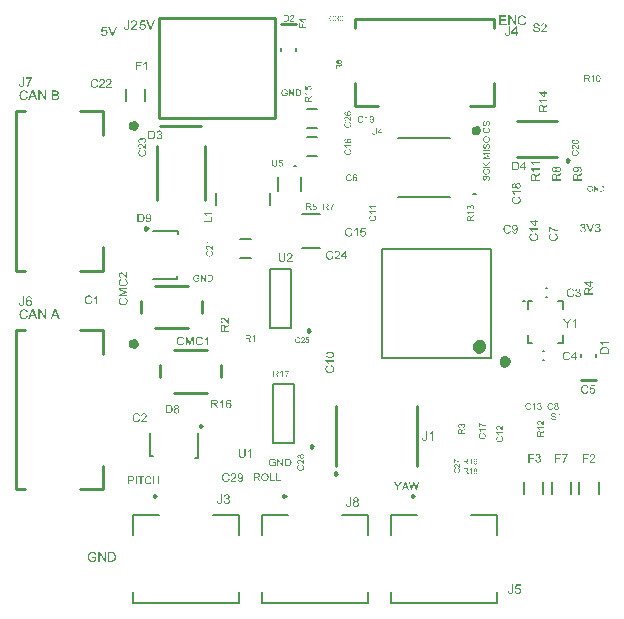
<source format=gto>
G04*
G04 #@! TF.GenerationSoftware,Altium Limited,Altium Designer,20.0.13 (296)*
G04*
G04 Layer_Color=65535*
%FSLAX25Y25*%
%MOIN*%
G70*
G01*
G75*
%ADD10C,0.00787*%
%ADD11C,0.01575*%
%ADD12C,0.00984*%
%ADD13C,0.02362*%
%ADD14C,0.02953*%
%ADD15C,0.01000*%
%ADD16C,0.00591*%
%ADD17C,0.00500*%
%ADD18C,0.00600*%
G36*
X14386Y6403D02*
X14423D01*
X14511Y6394D01*
X14608Y6380D01*
X14710Y6357D01*
X14821Y6329D01*
X14927Y6292D01*
X14931D01*
X14941Y6288D01*
X14955Y6283D01*
X14973Y6274D01*
X15024Y6246D01*
X15089Y6214D01*
X15158Y6168D01*
X15232Y6112D01*
X15301Y6052D01*
X15366Y5978D01*
X15375Y5969D01*
X15394Y5941D01*
X15421Y5900D01*
X15458Y5840D01*
X15495Y5766D01*
X15537Y5673D01*
X15578Y5572D01*
X15611Y5456D01*
X15227Y5355D01*
Y5359D01*
X15223Y5364D01*
X15218Y5378D01*
X15213Y5396D01*
X15199Y5438D01*
X15181Y5493D01*
X15153Y5558D01*
X15121Y5618D01*
X15089Y5683D01*
X15047Y5738D01*
X15042Y5743D01*
X15029Y5761D01*
X15001Y5784D01*
X14968Y5817D01*
X14927Y5853D01*
X14871Y5891D01*
X14811Y5927D01*
X14742Y5960D01*
X14733Y5964D01*
X14710Y5974D01*
X14668Y5988D01*
X14613Y6006D01*
X14548Y6020D01*
X14474Y6034D01*
X14391Y6043D01*
X14303Y6048D01*
X14252D01*
X14229Y6043D01*
X14201D01*
X14132Y6038D01*
X14054Y6024D01*
X13966Y6011D01*
X13883Y5988D01*
X13800Y5955D01*
X13790Y5951D01*
X13763Y5941D01*
X13726Y5918D01*
X13679Y5895D01*
X13624Y5858D01*
X13564Y5821D01*
X13509Y5775D01*
X13458Y5724D01*
X13453Y5720D01*
X13435Y5701D01*
X13411Y5669D01*
X13384Y5632D01*
X13351Y5586D01*
X13319Y5530D01*
X13287Y5470D01*
X13254Y5405D01*
Y5401D01*
X13250Y5392D01*
X13245Y5378D01*
X13236Y5355D01*
X13227Y5327D01*
X13217Y5294D01*
X13204Y5257D01*
X13194Y5216D01*
X13171Y5119D01*
X13153Y5008D01*
X13139Y4893D01*
X13134Y4763D01*
Y4759D01*
Y4745D01*
Y4722D01*
X13139Y4694D01*
Y4657D01*
X13144Y4611D01*
X13148Y4564D01*
X13153Y4514D01*
X13171Y4398D01*
X13194Y4278D01*
X13231Y4158D01*
X13277Y4042D01*
Y4038D01*
X13287Y4029D01*
X13291Y4015D01*
X13305Y3996D01*
X13338Y3946D01*
X13388Y3881D01*
X13448Y3811D01*
X13522Y3742D01*
X13610Y3678D01*
X13707Y3617D01*
X13712D01*
X13721Y3613D01*
X13735Y3604D01*
X13758Y3594D01*
X13781Y3585D01*
X13813Y3576D01*
X13887Y3548D01*
X13980Y3525D01*
X14081Y3502D01*
X14192Y3483D01*
X14308Y3479D01*
X14354D01*
X14382Y3483D01*
X14409D01*
X14479Y3493D01*
X14562Y3502D01*
X14650Y3520D01*
X14747Y3548D01*
X14844Y3581D01*
X14848D01*
X14857Y3585D01*
X14867Y3590D01*
X14885Y3599D01*
X14936Y3622D01*
X14991Y3650D01*
X15056Y3682D01*
X15125Y3719D01*
X15190Y3761D01*
X15246Y3807D01*
Y4408D01*
X14303D01*
Y4786D01*
X15661D01*
Y3599D01*
X15657Y3594D01*
X15648Y3590D01*
X15629Y3576D01*
X15606Y3557D01*
X15578Y3539D01*
X15546Y3516D01*
X15504Y3488D01*
X15463Y3460D01*
X15366Y3400D01*
X15255Y3336D01*
X15139Y3276D01*
X15015Y3225D01*
X15010D01*
X15001Y3220D01*
X14982Y3215D01*
X14959Y3206D01*
X14927Y3197D01*
X14890Y3183D01*
X14848Y3174D01*
X14807Y3165D01*
X14705Y3142D01*
X14590Y3118D01*
X14465Y3105D01*
X14335Y3100D01*
X14289D01*
X14257Y3105D01*
X14215D01*
X14164Y3109D01*
X14109Y3118D01*
X14049Y3123D01*
X13915Y3151D01*
X13772Y3183D01*
X13624Y3234D01*
X13550Y3262D01*
X13476Y3299D01*
X13472Y3303D01*
X13458Y3308D01*
X13439Y3322D01*
X13411Y3336D01*
X13379Y3359D01*
X13347Y3382D01*
X13259Y3447D01*
X13167Y3530D01*
X13070Y3631D01*
X12977Y3747D01*
X12894Y3881D01*
Y3885D01*
X12885Y3899D01*
X12876Y3918D01*
X12862Y3950D01*
X12848Y3982D01*
X12834Y4029D01*
X12815Y4075D01*
X12797Y4130D01*
X12778Y4190D01*
X12760Y4260D01*
X12746Y4329D01*
X12732Y4403D01*
X12709Y4564D01*
X12700Y4735D01*
Y4740D01*
Y4759D01*
Y4782D01*
X12705Y4814D01*
Y4856D01*
X12709Y4906D01*
X12719Y4957D01*
X12723Y5017D01*
X12737Y5082D01*
X12746Y5151D01*
X12783Y5299D01*
X12829Y5452D01*
X12894Y5604D01*
X12899Y5609D01*
X12903Y5623D01*
X12912Y5641D01*
X12931Y5669D01*
X12949Y5706D01*
X12973Y5743D01*
X13037Y5830D01*
X13116Y5932D01*
X13213Y6029D01*
X13324Y6126D01*
X13388Y6168D01*
X13453Y6209D01*
X13458Y6214D01*
X13472Y6219D01*
X13490Y6228D01*
X13518Y6242D01*
X13555Y6256D01*
X13596Y6274D01*
X13643Y6292D01*
X13698Y6311D01*
X13758Y6329D01*
X13823Y6343D01*
X13892Y6362D01*
X13966Y6376D01*
X14128Y6399D01*
X14211Y6408D01*
X14359D01*
X14386Y6403D01*
D02*
G37*
G36*
X18798Y3155D02*
X18360D01*
X16687Y5664D01*
Y3155D01*
X16281D01*
Y6352D01*
X16715D01*
X18392Y3839D01*
Y6352D01*
X18798D01*
Y3155D01*
D02*
G37*
G36*
X20822Y6348D02*
X20914Y6343D01*
X21007Y6334D01*
X21099Y6320D01*
X21178Y6306D01*
X21182D01*
X21192Y6302D01*
X21205D01*
X21224Y6292D01*
X21275Y6279D01*
X21339Y6256D01*
X21413Y6223D01*
X21492Y6182D01*
X21570Y6135D01*
X21644Y6075D01*
X21649Y6071D01*
X21654Y6066D01*
X21667Y6052D01*
X21686Y6038D01*
X21732Y5992D01*
X21788Y5927D01*
X21848Y5849D01*
X21912Y5756D01*
X21972Y5650D01*
X22023Y5530D01*
Y5525D01*
X22028Y5516D01*
X22037Y5498D01*
X22042Y5470D01*
X22055Y5438D01*
X22065Y5401D01*
X22074Y5359D01*
X22088Y5308D01*
X22102Y5257D01*
X22111Y5198D01*
X22134Y5068D01*
X22148Y4925D01*
X22152Y4768D01*
Y4763D01*
Y4754D01*
Y4731D01*
Y4708D01*
X22148Y4675D01*
Y4639D01*
X22143Y4551D01*
X22129Y4449D01*
X22116Y4343D01*
X22093Y4232D01*
X22065Y4121D01*
Y4116D01*
X22060Y4107D01*
X22055Y4093D01*
X22051Y4075D01*
X22032Y4024D01*
X22005Y3959D01*
X21977Y3885D01*
X21940Y3811D01*
X21894Y3733D01*
X21848Y3659D01*
X21843Y3650D01*
X21824Y3627D01*
X21797Y3594D01*
X21760Y3553D01*
X21718Y3507D01*
X21667Y3460D01*
X21617Y3410D01*
X21556Y3368D01*
X21547Y3363D01*
X21529Y3350D01*
X21497Y3331D01*
X21450Y3308D01*
X21395Y3280D01*
X21330Y3257D01*
X21256Y3229D01*
X21173Y3206D01*
X21164D01*
X21150Y3202D01*
X21136Y3197D01*
X21090Y3192D01*
X21025Y3183D01*
X20951Y3174D01*
X20864Y3165D01*
X20766Y3160D01*
X20660Y3155D01*
X19510D01*
Y6352D01*
X20739D01*
X20822Y6348D01*
D02*
G37*
G36*
X78483Y160617D02*
X78509D01*
X78570Y160610D01*
X78638Y160600D01*
X78709Y160584D01*
X78787Y160565D01*
X78862Y160539D01*
X78865D01*
X78871Y160536D01*
X78881Y160532D01*
X78894Y160526D01*
X78930Y160506D01*
X78975Y160484D01*
X79024Y160451D01*
X79075Y160413D01*
X79124Y160370D01*
X79169Y160319D01*
X79176Y160312D01*
X79189Y160293D01*
X79208Y160263D01*
X79234Y160221D01*
X79260Y160169D01*
X79289Y160105D01*
X79318Y160033D01*
X79341Y159952D01*
X79072Y159881D01*
Y159884D01*
X79069Y159888D01*
X79066Y159897D01*
X79063Y159910D01*
X79053Y159939D01*
X79040Y159978D01*
X79020Y160024D01*
X78998Y160066D01*
X78975Y160111D01*
X78946Y160150D01*
X78943Y160153D01*
X78933Y160166D01*
X78913Y160182D01*
X78891Y160205D01*
X78862Y160231D01*
X78823Y160257D01*
X78781Y160283D01*
X78732Y160306D01*
X78726Y160309D01*
X78709Y160315D01*
X78680Y160325D01*
X78641Y160338D01*
X78596Y160348D01*
X78544Y160357D01*
X78486Y160364D01*
X78424Y160367D01*
X78389D01*
X78372Y160364D01*
X78353D01*
X78304Y160361D01*
X78249Y160351D01*
X78188Y160341D01*
X78129Y160325D01*
X78071Y160302D01*
X78065Y160299D01*
X78045Y160293D01*
X78019Y160276D01*
X77987Y160260D01*
X77948Y160234D01*
X77906Y160208D01*
X77867Y160176D01*
X77831Y160140D01*
X77828Y160137D01*
X77815Y160124D01*
X77799Y160101D01*
X77780Y160075D01*
X77757Y160043D01*
X77734Y160004D01*
X77711Y159962D01*
X77689Y159917D01*
Y159914D01*
X77686Y159907D01*
X77682Y159897D01*
X77676Y159881D01*
X77669Y159862D01*
X77663Y159839D01*
X77653Y159813D01*
X77647Y159784D01*
X77631Y159716D01*
X77618Y159638D01*
X77608Y159557D01*
X77605Y159466D01*
Y159463D01*
Y159453D01*
Y159437D01*
X77608Y159418D01*
Y159392D01*
X77611Y159360D01*
X77614Y159327D01*
X77618Y159291D01*
X77631Y159210D01*
X77647Y159126D01*
X77673Y159042D01*
X77705Y158961D01*
Y158958D01*
X77711Y158951D01*
X77715Y158941D01*
X77724Y158929D01*
X77747Y158893D01*
X77783Y158848D01*
X77825Y158799D01*
X77877Y158750D01*
X77938Y158705D01*
X78006Y158663D01*
X78010D01*
X78016Y158660D01*
X78026Y158653D01*
X78042Y158647D01*
X78058Y158640D01*
X78081Y158634D01*
X78133Y158614D01*
X78197Y158598D01*
X78269Y158582D01*
X78347Y158569D01*
X78427Y158566D01*
X78460D01*
X78479Y158569D01*
X78499D01*
X78547Y158575D01*
X78606Y158582D01*
X78667Y158595D01*
X78735Y158614D01*
X78803Y158637D01*
X78807D01*
X78813Y158640D01*
X78820Y158643D01*
X78833Y158650D01*
X78868Y158666D01*
X78907Y158686D01*
X78952Y158708D01*
X79001Y158734D01*
X79046Y158763D01*
X79085Y158796D01*
Y159217D01*
X78424D01*
Y159483D01*
X79377D01*
Y158650D01*
X79374Y158647D01*
X79367Y158643D01*
X79354Y158634D01*
X79338Y158621D01*
X79318Y158608D01*
X79296Y158592D01*
X79267Y158572D01*
X79238Y158553D01*
X79169Y158511D01*
X79092Y158465D01*
X79011Y158423D01*
X78923Y158387D01*
X78920D01*
X78913Y158384D01*
X78901Y158381D01*
X78884Y158375D01*
X78862Y158368D01*
X78836Y158358D01*
X78807Y158352D01*
X78777Y158345D01*
X78706Y158329D01*
X78625Y158313D01*
X78538Y158303D01*
X78447Y158300D01*
X78415D01*
X78392Y158303D01*
X78363D01*
X78327Y158307D01*
X78288Y158313D01*
X78246Y158316D01*
X78152Y158336D01*
X78052Y158358D01*
X77948Y158394D01*
X77896Y158413D01*
X77844Y158439D01*
X77841Y158443D01*
X77831Y158446D01*
X77818Y158456D01*
X77799Y158465D01*
X77776Y158481D01*
X77754Y158498D01*
X77692Y158543D01*
X77627Y158601D01*
X77559Y158673D01*
X77494Y158754D01*
X77436Y158848D01*
Y158851D01*
X77430Y158861D01*
X77423Y158873D01*
X77413Y158896D01*
X77404Y158919D01*
X77394Y158951D01*
X77381Y158984D01*
X77368Y159022D01*
X77355Y159065D01*
X77342Y159113D01*
X77332Y159162D01*
X77323Y159214D01*
X77306Y159327D01*
X77300Y159447D01*
Y159450D01*
Y159463D01*
Y159479D01*
X77303Y159502D01*
Y159531D01*
X77306Y159567D01*
X77313Y159602D01*
X77316Y159645D01*
X77326Y159690D01*
X77332Y159739D01*
X77358Y159842D01*
X77391Y159949D01*
X77436Y160056D01*
X77439Y160059D01*
X77443Y160069D01*
X77449Y160082D01*
X77462Y160101D01*
X77475Y160127D01*
X77491Y160153D01*
X77536Y160215D01*
X77592Y160286D01*
X77660Y160354D01*
X77737Y160422D01*
X77783Y160451D01*
X77828Y160480D01*
X77831Y160484D01*
X77841Y160487D01*
X77854Y160494D01*
X77873Y160503D01*
X77899Y160513D01*
X77929Y160526D01*
X77961Y160539D01*
X78000Y160552D01*
X78042Y160565D01*
X78087Y160574D01*
X78136Y160587D01*
X78188Y160597D01*
X78301Y160613D01*
X78360Y160620D01*
X78463D01*
X78483Y160617D01*
D02*
G37*
G36*
X81577Y158339D02*
X81269D01*
X80096Y160098D01*
Y158339D01*
X79811D01*
Y160581D01*
X80116D01*
X81292Y158818D01*
Y160581D01*
X81577D01*
Y158339D01*
D02*
G37*
G36*
X82996Y160578D02*
X83061Y160574D01*
X83126Y160568D01*
X83190Y160558D01*
X83245Y160549D01*
X83249D01*
X83255Y160545D01*
X83265D01*
X83278Y160539D01*
X83313Y160529D01*
X83359Y160513D01*
X83411Y160490D01*
X83466Y160461D01*
X83521Y160429D01*
X83573Y160387D01*
X83576Y160383D01*
X83579Y160380D01*
X83589Y160370D01*
X83602Y160361D01*
X83634Y160328D01*
X83673Y160283D01*
X83715Y160228D01*
X83761Y160163D01*
X83803Y160089D01*
X83838Y160004D01*
Y160001D01*
X83842Y159994D01*
X83848Y159982D01*
X83851Y159962D01*
X83861Y159939D01*
X83868Y159914D01*
X83874Y159884D01*
X83884Y159849D01*
X83893Y159813D01*
X83900Y159771D01*
X83916Y159680D01*
X83926Y159580D01*
X83929Y159470D01*
Y159466D01*
Y159460D01*
Y159444D01*
Y159427D01*
X83926Y159405D01*
Y159379D01*
X83923Y159317D01*
X83913Y159246D01*
X83903Y159172D01*
X83887Y159094D01*
X83868Y159016D01*
Y159013D01*
X83864Y159006D01*
X83861Y158997D01*
X83858Y158984D01*
X83845Y158948D01*
X83825Y158903D01*
X83806Y158851D01*
X83780Y158799D01*
X83748Y158744D01*
X83715Y158692D01*
X83712Y158686D01*
X83699Y158669D01*
X83680Y158647D01*
X83654Y158617D01*
X83625Y158585D01*
X83589Y158553D01*
X83553Y158517D01*
X83511Y158488D01*
X83505Y158485D01*
X83492Y158475D01*
X83469Y158462D01*
X83437Y158446D01*
X83398Y158426D01*
X83352Y158410D01*
X83301Y158391D01*
X83242Y158375D01*
X83236D01*
X83226Y158371D01*
X83216Y158368D01*
X83184Y158365D01*
X83139Y158358D01*
X83087Y158352D01*
X83025Y158345D01*
X82957Y158342D01*
X82882Y158339D01*
X82076D01*
Y160581D01*
X82938D01*
X82996Y160578D01*
D02*
G37*
G36*
X74450Y37545D02*
X74480D01*
X74550Y37538D01*
X74628Y37527D01*
X74709Y37508D01*
X74798Y37486D01*
X74883Y37457D01*
X74887D01*
X74894Y37453D01*
X74906Y37449D01*
X74920Y37442D01*
X74961Y37420D01*
X75013Y37394D01*
X75068Y37357D01*
X75128Y37312D01*
X75183Y37264D01*
X75235Y37205D01*
X75242Y37198D01*
X75257Y37176D01*
X75279Y37142D01*
X75309Y37094D01*
X75339Y37035D01*
X75372Y36961D01*
X75405Y36880D01*
X75431Y36787D01*
X75124Y36706D01*
Y36709D01*
X75120Y36713D01*
X75116Y36724D01*
X75113Y36739D01*
X75102Y36772D01*
X75087Y36817D01*
X75065Y36868D01*
X75039Y36917D01*
X75013Y36968D01*
X74980Y37013D01*
X74976Y37016D01*
X74965Y37031D01*
X74943Y37050D01*
X74917Y37076D01*
X74883Y37105D01*
X74839Y37135D01*
X74791Y37164D01*
X74735Y37190D01*
X74728Y37194D01*
X74709Y37201D01*
X74676Y37212D01*
X74632Y37227D01*
X74580Y37238D01*
X74521Y37249D01*
X74454Y37257D01*
X74384Y37261D01*
X74343D01*
X74325Y37257D01*
X74303D01*
X74247Y37253D01*
X74184Y37242D01*
X74114Y37231D01*
X74047Y37212D01*
X73981Y37187D01*
X73973Y37183D01*
X73951Y37176D01*
X73921Y37157D01*
X73884Y37139D01*
X73840Y37109D01*
X73792Y37079D01*
X73747Y37042D01*
X73707Y37002D01*
X73703Y36998D01*
X73688Y36983D01*
X73670Y36957D01*
X73648Y36928D01*
X73622Y36891D01*
X73596Y36846D01*
X73570Y36798D01*
X73544Y36746D01*
Y36743D01*
X73540Y36735D01*
X73537Y36724D01*
X73529Y36706D01*
X73522Y36683D01*
X73514Y36658D01*
X73503Y36628D01*
X73496Y36595D01*
X73477Y36517D01*
X73463Y36428D01*
X73452Y36336D01*
X73448Y36232D01*
Y36228D01*
Y36217D01*
Y36199D01*
X73452Y36176D01*
Y36147D01*
X73455Y36110D01*
X73459Y36073D01*
X73463Y36032D01*
X73477Y35940D01*
X73496Y35844D01*
X73526Y35747D01*
X73563Y35655D01*
Y35651D01*
X73570Y35644D01*
X73574Y35633D01*
X73585Y35618D01*
X73611Y35577D01*
X73651Y35525D01*
X73699Y35470D01*
X73759Y35414D01*
X73829Y35362D01*
X73907Y35314D01*
X73910D01*
X73918Y35311D01*
X73929Y35303D01*
X73947Y35296D01*
X73966Y35289D01*
X73992Y35281D01*
X74051Y35259D01*
X74125Y35240D01*
X74206Y35222D01*
X74295Y35207D01*
X74388Y35203D01*
X74425D01*
X74447Y35207D01*
X74469D01*
X74524Y35214D01*
X74591Y35222D01*
X74661Y35237D01*
X74739Y35259D01*
X74817Y35285D01*
X74821D01*
X74828Y35289D01*
X74835Y35292D01*
X74850Y35300D01*
X74891Y35318D01*
X74935Y35340D01*
X74987Y35366D01*
X75042Y35396D01*
X75094Y35429D01*
X75139Y35466D01*
Y35947D01*
X74384D01*
Y36250D01*
X75472D01*
Y35300D01*
X75468Y35296D01*
X75461Y35292D01*
X75446Y35281D01*
X75427Y35266D01*
X75405Y35252D01*
X75379Y35233D01*
X75346Y35211D01*
X75313Y35189D01*
X75235Y35140D01*
X75146Y35089D01*
X75054Y35041D01*
X74954Y35000D01*
X74950D01*
X74943Y34996D01*
X74928Y34993D01*
X74909Y34985D01*
X74883Y34978D01*
X74854Y34967D01*
X74821Y34959D01*
X74787Y34952D01*
X74706Y34933D01*
X74613Y34915D01*
X74513Y34904D01*
X74410Y34900D01*
X74373D01*
X74347Y34904D01*
X74314D01*
X74273Y34907D01*
X74229Y34915D01*
X74180Y34918D01*
X74073Y34941D01*
X73958Y34967D01*
X73840Y35007D01*
X73781Y35030D01*
X73722Y35059D01*
X73718Y35063D01*
X73707Y35067D01*
X73692Y35078D01*
X73670Y35089D01*
X73644Y35107D01*
X73618Y35126D01*
X73548Y35177D01*
X73474Y35244D01*
X73396Y35326D01*
X73322Y35418D01*
X73255Y35525D01*
Y35529D01*
X73248Y35540D01*
X73241Y35555D01*
X73229Y35581D01*
X73218Y35607D01*
X73207Y35644D01*
X73193Y35681D01*
X73178Y35725D01*
X73163Y35773D01*
X73148Y35829D01*
X73137Y35884D01*
X73126Y35943D01*
X73107Y36073D01*
X73100Y36210D01*
Y36213D01*
Y36228D01*
Y36247D01*
X73104Y36273D01*
Y36306D01*
X73107Y36347D01*
X73115Y36387D01*
X73119Y36435D01*
X73130Y36487D01*
X73137Y36543D01*
X73167Y36661D01*
X73204Y36783D01*
X73255Y36905D01*
X73259Y36909D01*
X73263Y36920D01*
X73270Y36935D01*
X73285Y36957D01*
X73300Y36987D01*
X73318Y37016D01*
X73370Y37087D01*
X73433Y37168D01*
X73511Y37246D01*
X73599Y37323D01*
X73651Y37357D01*
X73703Y37390D01*
X73707Y37394D01*
X73718Y37398D01*
X73733Y37405D01*
X73755Y37416D01*
X73785Y37427D01*
X73818Y37442D01*
X73855Y37457D01*
X73899Y37472D01*
X73947Y37486D01*
X73999Y37497D01*
X74055Y37512D01*
X74114Y37523D01*
X74243Y37542D01*
X74310Y37549D01*
X74428D01*
X74450Y37545D01*
D02*
G37*
G36*
X77984Y34944D02*
X77632D01*
X76293Y36953D01*
Y34944D01*
X75968D01*
Y37505D01*
X76315D01*
X77658Y35492D01*
Y37505D01*
X77984D01*
Y34944D01*
D02*
G37*
G36*
X79605Y37501D02*
X79679Y37497D01*
X79753Y37490D01*
X79827Y37479D01*
X79890Y37468D01*
X79893D01*
X79901Y37464D01*
X79912D01*
X79927Y37457D01*
X79967Y37446D01*
X80019Y37427D01*
X80078Y37401D01*
X80141Y37368D01*
X80204Y37331D01*
X80263Y37283D01*
X80267Y37279D01*
X80271Y37275D01*
X80282Y37264D01*
X80296Y37253D01*
X80334Y37216D01*
X80378Y37164D01*
X80426Y37102D01*
X80478Y37027D01*
X80526Y36942D01*
X80567Y36846D01*
Y36843D01*
X80570Y36835D01*
X80578Y36820D01*
X80581Y36798D01*
X80593Y36772D01*
X80600Y36743D01*
X80607Y36709D01*
X80618Y36669D01*
X80629Y36628D01*
X80637Y36580D01*
X80655Y36476D01*
X80667Y36362D01*
X80670Y36236D01*
Y36232D01*
Y36225D01*
Y36206D01*
Y36188D01*
X80667Y36162D01*
Y36132D01*
X80663Y36062D01*
X80652Y35980D01*
X80641Y35895D01*
X80622Y35807D01*
X80600Y35718D01*
Y35714D01*
X80596Y35707D01*
X80593Y35695D01*
X80589Y35681D01*
X80574Y35640D01*
X80552Y35588D01*
X80530Y35529D01*
X80500Y35470D01*
X80463Y35407D01*
X80426Y35348D01*
X80422Y35340D01*
X80408Y35322D01*
X80385Y35296D01*
X80356Y35263D01*
X80322Y35226D01*
X80282Y35189D01*
X80241Y35148D01*
X80193Y35115D01*
X80186Y35111D01*
X80171Y35100D01*
X80145Y35085D01*
X80108Y35067D01*
X80063Y35044D01*
X80012Y35026D01*
X79952Y35004D01*
X79886Y34985D01*
X79878D01*
X79867Y34981D01*
X79856Y34978D01*
X79819Y34974D01*
X79767Y34967D01*
X79708Y34959D01*
X79638Y34952D01*
X79560Y34948D01*
X79475Y34944D01*
X78554D01*
Y37505D01*
X79538D01*
X79605Y37501D01*
D02*
G37*
G36*
X182807Y115837D02*
X182861Y115829D01*
X182928Y115816D01*
X183003Y115795D01*
X183078Y115770D01*
X183152Y115737D01*
X183157D01*
X183161Y115733D01*
X183186Y115720D01*
X183223Y115696D01*
X183265Y115666D01*
X183315Y115625D01*
X183365Y115579D01*
X183415Y115525D01*
X183456Y115463D01*
X183460Y115454D01*
X183473Y115433D01*
X183489Y115396D01*
X183510Y115350D01*
X183531Y115296D01*
X183548Y115234D01*
X183560Y115163D01*
X183564Y115092D01*
Y115084D01*
Y115059D01*
X183560Y115026D01*
X183552Y114980D01*
X183539Y114926D01*
X183519Y114868D01*
X183494Y114809D01*
X183460Y114751D01*
X183456Y114743D01*
X183444Y114726D01*
X183419Y114697D01*
X183385Y114664D01*
X183344Y114626D01*
X183294Y114585D01*
X183236Y114547D01*
X183165Y114510D01*
X183169D01*
X183177Y114506D01*
X183190Y114502D01*
X183207Y114497D01*
X183252Y114481D01*
X183311Y114456D01*
X183377Y114423D01*
X183444Y114381D01*
X183506Y114327D01*
X183564Y114265D01*
X183569Y114256D01*
X183585Y114231D01*
X183610Y114190D01*
X183635Y114136D01*
X183660Y114069D01*
X183685Y113990D01*
X183702Y113898D01*
X183706Y113799D01*
Y113794D01*
Y113782D01*
Y113761D01*
X183702Y113736D01*
X183697Y113703D01*
X183689Y113665D01*
X183681Y113624D01*
X183672Y113578D01*
X183639Y113478D01*
X183614Y113424D01*
X183589Y113374D01*
X183556Y113320D01*
X183519Y113266D01*
X183477Y113212D01*
X183427Y113162D01*
X183423Y113158D01*
X183415Y113150D01*
X183398Y113137D01*
X183377Y113120D01*
X183352Y113100D01*
X183319Y113079D01*
X183281Y113054D01*
X183236Y113033D01*
X183190Y113008D01*
X183136Y112983D01*
X183082Y112962D01*
X183019Y112942D01*
X182953Y112925D01*
X182882Y112912D01*
X182811Y112904D01*
X182732Y112900D01*
X182695D01*
X182670Y112904D01*
X182637Y112908D01*
X182599Y112912D01*
X182558Y112921D01*
X182512Y112929D01*
X182412Y112954D01*
X182308Y112996D01*
X182254Y113021D01*
X182204Y113050D01*
X182154Y113087D01*
X182104Y113125D01*
X182100Y113129D01*
X182092Y113137D01*
X182079Y113150D01*
X182067Y113166D01*
X182046Y113187D01*
X182025Y113216D01*
X182000Y113245D01*
X181975Y113283D01*
X181950Y113324D01*
X181925Y113366D01*
X181879Y113466D01*
X181842Y113582D01*
X181830Y113645D01*
X181821Y113711D01*
X182175Y113757D01*
Y113753D01*
X182179Y113744D01*
X182183Y113728D01*
X182187Y113707D01*
X182192Y113682D01*
X182200Y113653D01*
X182221Y113591D01*
X182250Y113516D01*
X182287Y113445D01*
X182329Y113378D01*
X182379Y113320D01*
X182387Y113316D01*
X182404Y113299D01*
X182437Y113279D01*
X182479Y113258D01*
X182528Y113233D01*
X182591Y113212D01*
X182662Y113195D01*
X182737Y113191D01*
X182761D01*
X182778Y113195D01*
X182824Y113199D01*
X182882Y113212D01*
X182949Y113233D01*
X183019Y113262D01*
X183090Y113303D01*
X183157Y113362D01*
X183165Y113370D01*
X183186Y113395D01*
X183211Y113433D01*
X183244Y113482D01*
X183277Y113545D01*
X183302Y113616D01*
X183323Y113699D01*
X183331Y113790D01*
Y113794D01*
Y113803D01*
Y113815D01*
X183327Y113832D01*
X183323Y113878D01*
X183311Y113932D01*
X183294Y113998D01*
X183265Y114065D01*
X183223Y114131D01*
X183169Y114194D01*
X183161Y114202D01*
X183140Y114219D01*
X183107Y114244D01*
X183061Y114273D01*
X183003Y114302D01*
X182932Y114327D01*
X182853Y114344D01*
X182766Y114352D01*
X182728D01*
X182699Y114348D01*
X182662Y114344D01*
X182620Y114335D01*
X182570Y114327D01*
X182516Y114314D01*
X182558Y114626D01*
X182578D01*
X182595Y114622D01*
X182649D01*
X182695Y114631D01*
X182749Y114639D01*
X182811Y114651D01*
X182882Y114672D01*
X182949Y114701D01*
X183019Y114739D01*
X183024D01*
X183028Y114743D01*
X183048Y114760D01*
X183078Y114789D01*
X183111Y114826D01*
X183144Y114880D01*
X183173Y114943D01*
X183194Y115013D01*
X183202Y115055D01*
Y115101D01*
Y115105D01*
Y115109D01*
Y115134D01*
X183194Y115167D01*
X183186Y115213D01*
X183169Y115263D01*
X183148Y115317D01*
X183115Y115371D01*
X183069Y115421D01*
X183065Y115425D01*
X183044Y115442D01*
X183015Y115463D01*
X182978Y115488D01*
X182928Y115508D01*
X182870Y115529D01*
X182803Y115546D01*
X182728Y115550D01*
X182695D01*
X182657Y115542D01*
X182607Y115533D01*
X182553Y115517D01*
X182499Y115496D01*
X182441Y115463D01*
X182387Y115421D01*
X182383Y115417D01*
X182366Y115396D01*
X182341Y115367D01*
X182312Y115325D01*
X182283Y115271D01*
X182254Y115205D01*
X182229Y115126D01*
X182212Y115034D01*
X181859Y115096D01*
Y115101D01*
X181863Y115113D01*
X181867Y115130D01*
X181871Y115155D01*
X181879Y115184D01*
X181892Y115217D01*
X181917Y115296D01*
X181959Y115388D01*
X182009Y115479D01*
X182071Y115567D01*
X182150Y115646D01*
X182154Y115650D01*
X182162Y115654D01*
X182175Y115662D01*
X182192Y115675D01*
X182212Y115691D01*
X182241Y115708D01*
X182271Y115725D01*
X182308Y115745D01*
X182391Y115779D01*
X182487Y115812D01*
X182599Y115833D01*
X182657Y115841D01*
X182761D01*
X182807Y115837D01*
D02*
G37*
G36*
X177886D02*
X177940Y115829D01*
X178007Y115816D01*
X178081Y115795D01*
X178156Y115770D01*
X178231Y115737D01*
X178235D01*
X178240Y115733D01*
X178264Y115720D01*
X178302Y115696D01*
X178343Y115666D01*
X178393Y115625D01*
X178443Y115579D01*
X178493Y115525D01*
X178535Y115463D01*
X178539Y115454D01*
X178551Y115433D01*
X178568Y115396D01*
X178589Y115350D01*
X178610Y115296D01*
X178626Y115234D01*
X178639Y115163D01*
X178643Y115092D01*
Y115084D01*
Y115059D01*
X178639Y115026D01*
X178631Y114980D01*
X178618Y114926D01*
X178597Y114868D01*
X178572Y114809D01*
X178539Y114751D01*
X178535Y114743D01*
X178522Y114726D01*
X178497Y114697D01*
X178464Y114664D01*
X178423Y114626D01*
X178373Y114585D01*
X178314Y114547D01*
X178244Y114510D01*
X178248D01*
X178256Y114506D01*
X178269Y114502D01*
X178285Y114497D01*
X178331Y114481D01*
X178389Y114456D01*
X178456Y114423D01*
X178522Y114381D01*
X178585Y114327D01*
X178643Y114265D01*
X178647Y114256D01*
X178664Y114231D01*
X178689Y114190D01*
X178714Y114136D01*
X178739Y114069D01*
X178764Y113990D01*
X178780Y113898D01*
X178785Y113799D01*
Y113794D01*
Y113782D01*
Y113761D01*
X178780Y113736D01*
X178776Y113703D01*
X178768Y113665D01*
X178760Y113624D01*
X178751Y113578D01*
X178718Y113478D01*
X178693Y113424D01*
X178668Y113374D01*
X178635Y113320D01*
X178597Y113266D01*
X178556Y113212D01*
X178506Y113162D01*
X178502Y113158D01*
X178493Y113150D01*
X178477Y113137D01*
X178456Y113120D01*
X178431Y113100D01*
X178398Y113079D01*
X178360Y113054D01*
X178314Y113033D01*
X178269Y113008D01*
X178215Y112983D01*
X178161Y112962D01*
X178098Y112942D01*
X178032Y112925D01*
X177961Y112912D01*
X177890Y112904D01*
X177811Y112900D01*
X177774D01*
X177749Y112904D01*
X177715Y112908D01*
X177678Y112912D01*
X177636Y112921D01*
X177591Y112929D01*
X177491Y112954D01*
X177387Y112996D01*
X177333Y113021D01*
X177283Y113050D01*
X177233Y113087D01*
X177183Y113125D01*
X177179Y113129D01*
X177170Y113137D01*
X177158Y113150D01*
X177145Y113166D01*
X177125Y113187D01*
X177104Y113216D01*
X177079Y113245D01*
X177054Y113283D01*
X177029Y113324D01*
X177004Y113366D01*
X176958Y113466D01*
X176921Y113582D01*
X176908Y113645D01*
X176900Y113711D01*
X177254Y113757D01*
Y113753D01*
X177258Y113744D01*
X177262Y113728D01*
X177266Y113707D01*
X177270Y113682D01*
X177279Y113653D01*
X177299Y113591D01*
X177329Y113516D01*
X177366Y113445D01*
X177408Y113378D01*
X177457Y113320D01*
X177466Y113316D01*
X177482Y113299D01*
X177516Y113279D01*
X177557Y113258D01*
X177607Y113233D01*
X177670Y113212D01*
X177740Y113195D01*
X177815Y113191D01*
X177840D01*
X177857Y113195D01*
X177903Y113199D01*
X177961Y113212D01*
X178027Y113233D01*
X178098Y113262D01*
X178169Y113303D01*
X178235Y113362D01*
X178244Y113370D01*
X178264Y113395D01*
X178289Y113433D01*
X178323Y113482D01*
X178356Y113545D01*
X178381Y113616D01*
X178402Y113699D01*
X178410Y113790D01*
Y113794D01*
Y113803D01*
Y113815D01*
X178406Y113832D01*
X178402Y113878D01*
X178389Y113932D01*
X178373Y113998D01*
X178343Y114065D01*
X178302Y114131D01*
X178248Y114194D01*
X178240Y114202D01*
X178219Y114219D01*
X178185Y114244D01*
X178140Y114273D01*
X178081Y114302D01*
X178011Y114327D01*
X177932Y114344D01*
X177844Y114352D01*
X177807D01*
X177778Y114348D01*
X177740Y114344D01*
X177699Y114335D01*
X177649Y114327D01*
X177595Y114314D01*
X177636Y114626D01*
X177657D01*
X177674Y114622D01*
X177728D01*
X177774Y114631D01*
X177828Y114639D01*
X177890Y114651D01*
X177961Y114672D01*
X178027Y114701D01*
X178098Y114739D01*
X178102D01*
X178106Y114743D01*
X178127Y114760D01*
X178156Y114789D01*
X178190Y114826D01*
X178223Y114880D01*
X178252Y114943D01*
X178273Y115013D01*
X178281Y115055D01*
Y115101D01*
Y115105D01*
Y115109D01*
Y115134D01*
X178273Y115167D01*
X178264Y115213D01*
X178248Y115263D01*
X178227Y115317D01*
X178194Y115371D01*
X178148Y115421D01*
X178144Y115425D01*
X178123Y115442D01*
X178094Y115463D01*
X178057Y115488D01*
X178007Y115508D01*
X177948Y115529D01*
X177882Y115546D01*
X177807Y115550D01*
X177774D01*
X177736Y115542D01*
X177686Y115533D01*
X177632Y115517D01*
X177578Y115496D01*
X177520Y115463D01*
X177466Y115421D01*
X177462Y115417D01*
X177445Y115396D01*
X177420Y115367D01*
X177391Y115325D01*
X177362Y115271D01*
X177333Y115205D01*
X177308Y115126D01*
X177291Y115034D01*
X176937Y115096D01*
Y115101D01*
X176942Y115113D01*
X176946Y115130D01*
X176950Y115155D01*
X176958Y115184D01*
X176971Y115217D01*
X176996Y115296D01*
X177037Y115388D01*
X177087Y115479D01*
X177150Y115567D01*
X177229Y115646D01*
X177233Y115650D01*
X177241Y115654D01*
X177254Y115662D01*
X177270Y115675D01*
X177291Y115691D01*
X177320Y115708D01*
X177349Y115725D01*
X177387Y115745D01*
X177470Y115779D01*
X177566Y115812D01*
X177678Y115833D01*
X177736Y115841D01*
X177840D01*
X177886Y115837D01*
D02*
G37*
G36*
X180494Y112950D02*
X180095D01*
X178980Y115829D01*
X179396D01*
X180145Y113736D01*
Y113732D01*
X180149Y113724D01*
X180153Y113711D01*
X180161Y113695D01*
X180166Y113670D01*
X180174Y113645D01*
X180195Y113582D01*
X180220Y113512D01*
X180245Y113433D01*
X180295Y113266D01*
Y113270D01*
X180299Y113279D01*
X180303Y113291D01*
X180307Y113308D01*
X180319Y113353D01*
X180340Y113416D01*
X180361Y113487D01*
X180386Y113566D01*
X180415Y113649D01*
X180448Y113736D01*
X181231Y115829D01*
X181617D01*
X180494Y112950D01*
D02*
G37*
G36*
X180311Y128481D02*
X180333D01*
X180386Y128475D01*
X180444Y128467D01*
X180505Y128453D01*
X180571Y128436D01*
X180635Y128414D01*
X180638D01*
X180643Y128411D01*
X180652Y128409D01*
X180663Y128403D01*
X180693Y128386D01*
X180732Y128367D01*
X180774Y128339D01*
X180818Y128306D01*
X180859Y128270D01*
X180898Y128226D01*
X180904Y128220D01*
X180915Y128203D01*
X180931Y128179D01*
X180954Y128143D01*
X180976Y128098D01*
X181001Y128043D01*
X181026Y127982D01*
X181045Y127913D01*
X180815Y127852D01*
Y127855D01*
X180812Y127857D01*
X180810Y127866D01*
X180807Y127877D01*
X180799Y127902D01*
X180788Y127935D01*
X180771Y127974D01*
X180752Y128010D01*
X180732Y128048D01*
X180707Y128082D01*
X180704Y128084D01*
X180696Y128095D01*
X180680Y128109D01*
X180660Y128129D01*
X180635Y128151D01*
X180602Y128173D01*
X180566Y128195D01*
X180524Y128215D01*
X180519Y128217D01*
X180505Y128223D01*
X180480Y128231D01*
X180447Y128242D01*
X180408Y128251D01*
X180364Y128259D01*
X180314Y128264D01*
X180261Y128267D01*
X180231D01*
X180217Y128264D01*
X180200D01*
X180159Y128262D01*
X180112Y128253D01*
X180059Y128245D01*
X180009Y128231D01*
X179959Y128212D01*
X179954Y128209D01*
X179937Y128203D01*
X179915Y128190D01*
X179887Y128176D01*
X179854Y128154D01*
X179818Y128131D01*
X179785Y128104D01*
X179754Y128073D01*
X179752Y128071D01*
X179740Y128059D01*
X179727Y128040D01*
X179710Y128018D01*
X179691Y127990D01*
X179671Y127957D01*
X179652Y127921D01*
X179632Y127882D01*
Y127880D01*
X179630Y127874D01*
X179627Y127866D01*
X179621Y127852D01*
X179616Y127835D01*
X179610Y127816D01*
X179602Y127794D01*
X179596Y127769D01*
X179583Y127710D01*
X179571Y127644D01*
X179563Y127575D01*
X179560Y127497D01*
Y127494D01*
Y127486D01*
Y127472D01*
X179563Y127456D01*
Y127434D01*
X179566Y127406D01*
X179569Y127378D01*
X179571Y127348D01*
X179583Y127278D01*
X179596Y127206D01*
X179619Y127134D01*
X179646Y127065D01*
Y127062D01*
X179652Y127057D01*
X179655Y127049D01*
X179663Y127037D01*
X179682Y127007D01*
X179713Y126968D01*
X179749Y126927D01*
X179793Y126885D01*
X179846Y126846D01*
X179904Y126810D01*
X179907D01*
X179912Y126807D01*
X179920Y126802D01*
X179934Y126796D01*
X179948Y126791D01*
X179968Y126785D01*
X180012Y126769D01*
X180067Y126755D01*
X180128Y126741D01*
X180195Y126730D01*
X180264Y126727D01*
X180292D01*
X180308Y126730D01*
X180325D01*
X180367Y126735D01*
X180416Y126741D01*
X180469Y126752D01*
X180527Y126769D01*
X180585Y126788D01*
X180588D01*
X180594Y126791D01*
X180599Y126794D01*
X180610Y126799D01*
X180641Y126813D01*
X180674Y126830D01*
X180713Y126849D01*
X180754Y126871D01*
X180793Y126896D01*
X180826Y126924D01*
Y127284D01*
X180261D01*
Y127511D01*
X181076D01*
Y126799D01*
X181073Y126796D01*
X181067Y126794D01*
X181056Y126785D01*
X181042Y126774D01*
X181026Y126763D01*
X181006Y126749D01*
X180981Y126733D01*
X180956Y126716D01*
X180898Y126680D01*
X180832Y126641D01*
X180763Y126605D01*
X180688Y126575D01*
X180685D01*
X180680Y126572D01*
X180668Y126569D01*
X180655Y126564D01*
X180635Y126558D01*
X180613Y126550D01*
X180588Y126544D01*
X180563Y126539D01*
X180502Y126525D01*
X180433Y126511D01*
X180358Y126503D01*
X180281Y126500D01*
X180253D01*
X180234Y126503D01*
X180209D01*
X180178Y126505D01*
X180145Y126511D01*
X180109Y126514D01*
X180028Y126531D01*
X179943Y126550D01*
X179854Y126580D01*
X179810Y126597D01*
X179765Y126619D01*
X179763Y126622D01*
X179754Y126625D01*
X179743Y126633D01*
X179727Y126641D01*
X179707Y126655D01*
X179688Y126669D01*
X179635Y126708D01*
X179580Y126758D01*
X179522Y126819D01*
X179466Y126888D01*
X179416Y126968D01*
Y126971D01*
X179411Y126979D01*
X179405Y126990D01*
X179397Y127010D01*
X179389Y127029D01*
X179380Y127057D01*
X179369Y127085D01*
X179358Y127118D01*
X179347Y127154D01*
X179336Y127195D01*
X179328Y127237D01*
X179319Y127281D01*
X179306Y127378D01*
X179300Y127481D01*
Y127483D01*
Y127494D01*
Y127508D01*
X179303Y127528D01*
Y127553D01*
X179306Y127583D01*
X179311Y127613D01*
X179314Y127649D01*
X179322Y127688D01*
X179328Y127730D01*
X179350Y127819D01*
X179378Y127910D01*
X179416Y128001D01*
X179419Y128004D01*
X179422Y128012D01*
X179427Y128024D01*
X179438Y128040D01*
X179450Y128062D01*
X179463Y128084D01*
X179502Y128137D01*
X179549Y128198D01*
X179607Y128256D01*
X179674Y128314D01*
X179713Y128339D01*
X179752Y128364D01*
X179754Y128367D01*
X179763Y128370D01*
X179774Y128375D01*
X179790Y128384D01*
X179812Y128392D01*
X179837Y128403D01*
X179865Y128414D01*
X179898Y128425D01*
X179934Y128436D01*
X179973Y128445D01*
X180015Y128456D01*
X180059Y128464D01*
X180156Y128478D01*
X180206Y128483D01*
X180294D01*
X180311Y128481D01*
D02*
G37*
G36*
X182956Y126533D02*
X182693D01*
X181691Y128037D01*
Y126533D01*
X181447D01*
Y128450D01*
X181707D01*
X182713Y126943D01*
Y128450D01*
X182956D01*
Y126533D01*
D02*
G37*
G36*
X184170Y128447D02*
X184225Y128445D01*
X184281Y128439D01*
X184336Y128431D01*
X184383Y128422D01*
X184386D01*
X184391Y128420D01*
X184400D01*
X184411Y128414D01*
X184441Y128406D01*
X184480Y128392D01*
X184524Y128373D01*
X184571Y128348D01*
X184618Y128320D01*
X184663Y128284D01*
X184666Y128281D01*
X184668Y128278D01*
X184677Y128270D01*
X184688Y128262D01*
X184715Y128234D01*
X184749Y128195D01*
X184785Y128148D01*
X184823Y128093D01*
X184859Y128029D01*
X184890Y127957D01*
Y127954D01*
X184893Y127949D01*
X184898Y127938D01*
X184901Y127921D01*
X184909Y127902D01*
X184915Y127880D01*
X184920Y127855D01*
X184929Y127824D01*
X184937Y127794D01*
X184942Y127758D01*
X184956Y127680D01*
X184965Y127594D01*
X184967Y127500D01*
Y127497D01*
Y127492D01*
Y127478D01*
Y127464D01*
X184965Y127445D01*
Y127422D01*
X184962Y127370D01*
X184954Y127309D01*
X184945Y127245D01*
X184931Y127179D01*
X184915Y127112D01*
Y127109D01*
X184912Y127104D01*
X184909Y127096D01*
X184906Y127085D01*
X184895Y127054D01*
X184879Y127015D01*
X184862Y126971D01*
X184840Y126927D01*
X184812Y126880D01*
X184785Y126835D01*
X184782Y126830D01*
X184771Y126816D01*
X184754Y126796D01*
X184732Y126771D01*
X184707Y126744D01*
X184677Y126716D01*
X184646Y126686D01*
X184610Y126661D01*
X184605Y126658D01*
X184593Y126650D01*
X184574Y126638D01*
X184546Y126625D01*
X184513Y126608D01*
X184474Y126594D01*
X184430Y126578D01*
X184380Y126564D01*
X184375D01*
X184366Y126561D01*
X184358Y126558D01*
X184330Y126555D01*
X184292Y126550D01*
X184247Y126544D01*
X184195Y126539D01*
X184136Y126536D01*
X184073Y126533D01*
X183383D01*
Y128450D01*
X184120D01*
X184170Y128447D01*
D02*
G37*
G36*
X146761Y136000D02*
X145630Y135203D01*
X145984Y134837D01*
X146761D01*
Y134539D01*
X144519D01*
Y134837D01*
X145634D01*
X144519Y135945D01*
Y136350D01*
X145430Y135410D01*
X146761Y136392D01*
Y136000D01*
D02*
G37*
G36*
X146068Y134182D02*
X146087Y134176D01*
X146113Y134166D01*
X146142Y134157D01*
X146178Y134143D01*
X146217Y134127D01*
X146259Y134108D01*
X146350Y134063D01*
X146440Y134004D01*
X146486Y133969D01*
X146531Y133933D01*
X146570Y133894D01*
X146609Y133849D01*
X146612Y133845D01*
X146619Y133839D01*
X146625Y133823D01*
X146638Y133807D01*
X146654Y133781D01*
X146670Y133755D01*
X146687Y133719D01*
X146703Y133683D01*
X146722Y133641D01*
X146738Y133596D01*
X146755Y133547D01*
X146771Y133495D01*
X146784Y133440D01*
X146790Y133382D01*
X146797Y133321D01*
X146800Y133256D01*
Y133220D01*
X146797Y133194D01*
Y133165D01*
X146793Y133129D01*
X146787Y133090D01*
X146781Y133045D01*
X146764Y132951D01*
X146738Y132854D01*
X146703Y132757D01*
X146680Y132711D01*
X146654Y132666D01*
X146651Y132663D01*
X146648Y132656D01*
X146638Y132643D01*
X146625Y132630D01*
X146612Y132611D01*
X146593Y132588D01*
X146570Y132562D01*
X146544Y132536D01*
X146515Y132510D01*
X146486Y132481D01*
X146411Y132423D01*
X146324Y132368D01*
X146227Y132319D01*
X146223D01*
X146214Y132313D01*
X146197Y132310D01*
X146178Y132300D01*
X146152Y132293D01*
X146120Y132284D01*
X146084Y132271D01*
X146045Y132261D01*
X146003Y132251D01*
X145954Y132238D01*
X145854Y132222D01*
X145740Y132209D01*
X145624Y132203D01*
X145621D01*
X145608D01*
X145588D01*
X145566Y132206D01*
X145533D01*
X145501Y132209D01*
X145459Y132212D01*
X145416Y132219D01*
X145323Y132235D01*
X145219Y132258D01*
X145115Y132290D01*
X145015Y132336D01*
X145011Y132339D01*
X145002Y132342D01*
X144989Y132349D01*
X144973Y132361D01*
X144950Y132375D01*
X144924Y132391D01*
X144866Y132433D01*
X144801Y132488D01*
X144736Y132553D01*
X144671Y132627D01*
X144616Y132715D01*
X144613Y132718D01*
X144610Y132728D01*
X144603Y132741D01*
X144594Y132757D01*
X144584Y132783D01*
X144574Y132809D01*
X144561Y132841D01*
X144548Y132877D01*
X144535Y132916D01*
X144522Y132958D01*
X144503Y133048D01*
X144487Y133152D01*
X144480Y133259D01*
Y133291D01*
X144483Y133314D01*
X144487Y133343D01*
X144490Y133379D01*
X144493Y133414D01*
X144503Y133457D01*
X144522Y133544D01*
X144551Y133641D01*
X144571Y133690D01*
X144594Y133735D01*
X144623Y133781D01*
X144652Y133826D01*
X144655Y133829D01*
X144658Y133836D01*
X144668Y133849D01*
X144684Y133865D01*
X144701Y133881D01*
X144723Y133904D01*
X144749Y133926D01*
X144775Y133952D01*
X144807Y133978D01*
X144846Y134004D01*
X144885Y134033D01*
X144927Y134059D01*
X144976Y134082D01*
X145025Y134108D01*
X145076Y134127D01*
X145135Y134147D01*
X145203Y133855D01*
X145199D01*
X145193Y133852D01*
X145180Y133845D01*
X145164Y133839D01*
X145144Y133833D01*
X145118Y133823D01*
X145067Y133797D01*
X145008Y133764D01*
X144950Y133726D01*
X144895Y133677D01*
X144846Y133625D01*
X144840Y133619D01*
X144827Y133599D01*
X144811Y133567D01*
X144788Y133525D01*
X144769Y133470D01*
X144749Y133408D01*
X144736Y133334D01*
X144733Y133253D01*
Y133227D01*
X144736Y133210D01*
Y133188D01*
X144739Y133162D01*
X144749Y133100D01*
X144762Y133032D01*
X144785Y132961D01*
X144817Y132886D01*
X144859Y132818D01*
Y132815D01*
X144866Y132812D01*
X144882Y132789D01*
X144908Y132760D01*
X144947Y132724D01*
X144995Y132682D01*
X145050Y132643D01*
X145118Y132608D01*
X145193Y132575D01*
X145196D01*
X145203Y132572D01*
X145212Y132569D01*
X145229Y132566D01*
X145248Y132559D01*
X145271Y132553D01*
X145326Y132543D01*
X145391Y132530D01*
X145462Y132517D01*
X145540Y132510D01*
X145624Y132507D01*
X145627D01*
X145637D01*
X145653D01*
X145673D01*
X145695Y132510D01*
X145724D01*
X145757Y132514D01*
X145792Y132517D01*
X145870Y132527D01*
X145954Y132543D01*
X146039Y132562D01*
X146123Y132588D01*
X146126D01*
X146133Y132592D01*
X146142Y132598D01*
X146159Y132605D01*
X146197Y132624D01*
X146243Y132653D01*
X146295Y132689D01*
X146350Y132734D01*
X146398Y132786D01*
X146444Y132847D01*
Y132851D01*
X146447Y132857D01*
X146453Y132867D01*
X146460Y132880D01*
X146466Y132896D01*
X146476Y132916D01*
X146495Y132961D01*
X146515Y133019D01*
X146531Y133084D01*
X146544Y133155D01*
X146547Y133230D01*
Y133253D01*
X146544Y133272D01*
Y133295D01*
X146541Y133317D01*
X146528Y133376D01*
X146512Y133444D01*
X146486Y133512D01*
X146450Y133583D01*
X146431Y133619D01*
X146405Y133651D01*
X146402Y133654D01*
X146398Y133658D01*
X146388Y133667D01*
X146379Y133680D01*
X146363Y133693D01*
X146343Y133709D01*
X146324Y133729D01*
X146298Y133745D01*
X146269Y133764D01*
X146236Y133787D01*
X146204Y133807D01*
X146165Y133826D01*
X146123Y133842D01*
X146078Y133858D01*
X146029Y133875D01*
X145977Y133888D01*
X146052Y134186D01*
X146055D01*
X146068Y134182D01*
D02*
G37*
G36*
X146197Y131876D02*
X146243Y131869D01*
X146295Y131856D01*
X146350Y131840D01*
X146408Y131814D01*
X146469Y131778D01*
X146473D01*
X146476Y131775D01*
X146495Y131759D01*
X146525Y131736D01*
X146557Y131704D01*
X146596Y131662D01*
X146638Y131610D01*
X146677Y131552D01*
X146713Y131483D01*
Y131480D01*
X146716Y131474D01*
X146719Y131464D01*
X146725Y131451D01*
X146732Y131432D01*
X146742Y131409D01*
X146755Y131357D01*
X146771Y131296D01*
X146787Y131221D01*
X146797Y131140D01*
X146800Y131052D01*
Y131001D01*
X146797Y130975D01*
Y130946D01*
X146793Y130913D01*
X146790Y130874D01*
X146777Y130793D01*
X146764Y130709D01*
X146742Y130625D01*
X146713Y130544D01*
Y130541D01*
X146709Y130534D01*
X146703Y130524D01*
X146696Y130511D01*
X146677Y130473D01*
X146648Y130427D01*
X146609Y130375D01*
X146563Y130320D01*
X146508Y130269D01*
X146447Y130220D01*
X146444D01*
X146437Y130213D01*
X146427Y130210D01*
X146414Y130200D01*
X146398Y130194D01*
X146379Y130184D01*
X146330Y130162D01*
X146269Y130139D01*
X146201Y130119D01*
X146123Y130106D01*
X146042Y130100D01*
X146016Y130379D01*
X146019D01*
X146022D01*
X146032Y130382D01*
X146045D01*
X146074Y130388D01*
X146116Y130398D01*
X146159Y130411D01*
X146207Y130424D01*
X146252Y130447D01*
X146295Y130469D01*
X146298Y130473D01*
X146311Y130482D01*
X146333Y130499D01*
X146356Y130524D01*
X146385Y130557D01*
X146414Y130593D01*
X146444Y130641D01*
X146469Y130693D01*
Y130696D01*
X146473Y130699D01*
X146476Y130709D01*
X146479Y130719D01*
X146489Y130751D01*
X146502Y130793D01*
X146515Y130845D01*
X146525Y130903D01*
X146531Y130968D01*
X146534Y131040D01*
Y131069D01*
X146531Y131101D01*
X146528Y131140D01*
X146521Y131185D01*
X146515Y131237D01*
X146502Y131289D01*
X146486Y131338D01*
X146483Y131344D01*
X146476Y131360D01*
X146463Y131383D01*
X146450Y131412D01*
X146427Y131441D01*
X146405Y131474D01*
X146379Y131506D01*
X146346Y131532D01*
X146343Y131535D01*
X146330Y131542D01*
X146314Y131552D01*
X146288Y131564D01*
X146262Y131577D01*
X146230Y131587D01*
X146194Y131594D01*
X146155Y131597D01*
X146152D01*
X146136D01*
X146116Y131594D01*
X146090Y131590D01*
X146064Y131581D01*
X146032Y131571D01*
X146000Y131555D01*
X145971Y131532D01*
X145967Y131529D01*
X145958Y131519D01*
X145945Y131506D01*
X145925Y131483D01*
X145906Y131457D01*
X145883Y131422D01*
X145860Y131380D01*
X145841Y131331D01*
X145838Y131328D01*
X145835Y131312D01*
X145825Y131286D01*
X145821Y131270D01*
X145815Y131247D01*
X145805Y131224D01*
X145799Y131195D01*
X145789Y131163D01*
X145779Y131124D01*
X145770Y131085D01*
X145757Y131040D01*
X145744Y130988D01*
X145731Y130933D01*
Y130929D01*
X145728Y130920D01*
X145724Y130903D01*
X145718Y130884D01*
X145711Y130858D01*
X145705Y130829D01*
X145685Y130764D01*
X145663Y130693D01*
X145640Y130618D01*
X145617Y130554D01*
X145604Y130524D01*
X145591Y130499D01*
Y130495D01*
X145588Y130492D01*
X145575Y130473D01*
X145559Y130443D01*
X145533Y130411D01*
X145504Y130372D01*
X145468Y130333D01*
X145426Y130294D01*
X145381Y130262D01*
X145374Y130259D01*
X145358Y130249D01*
X145332Y130236D01*
X145300Y130223D01*
X145258Y130210D01*
X145209Y130197D01*
X145157Y130187D01*
X145102Y130184D01*
X145099D01*
X145096D01*
X145086D01*
X145073D01*
X145041Y130191D01*
X144999Y130197D01*
X144950Y130207D01*
X144895Y130223D01*
X144840Y130246D01*
X144785Y130278D01*
X144781D01*
X144778Y130281D01*
X144759Y130298D01*
X144733Y130320D01*
X144701Y130350D01*
X144665Y130388D01*
X144626Y130437D01*
X144590Y130495D01*
X144558Y130560D01*
Y130563D01*
X144555Y130570D01*
X144551Y130579D01*
X144545Y130593D01*
X144538Y130609D01*
X144532Y130631D01*
X144519Y130680D01*
X144506Y130742D01*
X144493Y130813D01*
X144483Y130887D01*
X144480Y130972D01*
Y131014D01*
X144483Y131036D01*
Y131059D01*
X144490Y131121D01*
X144500Y131189D01*
X144516Y131260D01*
X144535Y131338D01*
X144561Y131409D01*
Y131412D01*
X144564Y131419D01*
X144571Y131428D01*
X144577Y131441D01*
X144594Y131474D01*
X144623Y131516D01*
X144655Y131564D01*
X144697Y131613D01*
X144746Y131658D01*
X144801Y131701D01*
X144804D01*
X144807Y131704D01*
X144817Y131710D01*
X144827Y131717D01*
X144859Y131733D01*
X144901Y131752D01*
X144953Y131775D01*
X145015Y131791D01*
X145080Y131807D01*
X145151Y131814D01*
X145174Y131529D01*
X145170D01*
X145164D01*
X145154Y131526D01*
X145138Y131522D01*
X145102Y131513D01*
X145054Y131500D01*
X145002Y131480D01*
X144950Y131451D01*
X144901Y131415D01*
X144856Y131370D01*
X144853Y131364D01*
X144840Y131347D01*
X144820Y131315D01*
X144801Y131273D01*
X144781Y131218D01*
X144762Y131153D01*
X144749Y131072D01*
X144746Y130981D01*
Y130936D01*
X144749Y130917D01*
X144752Y130891D01*
X144759Y130832D01*
X144772Y130767D01*
X144788Y130703D01*
X144814Y130641D01*
X144830Y130615D01*
X144846Y130589D01*
X144850Y130583D01*
X144862Y130570D01*
X144885Y130550D01*
X144911Y130531D01*
X144947Y130508D01*
X144986Y130489D01*
X145031Y130476D01*
X145083Y130469D01*
X145089D01*
X145102D01*
X145125Y130473D01*
X145151Y130479D01*
X145183Y130489D01*
X145216Y130505D01*
X145248Y130524D01*
X145280Y130554D01*
X145284Y130557D01*
X145293Y130573D01*
X145303Y130586D01*
X145310Y130599D01*
X145319Y130618D01*
X145332Y130641D01*
X145342Y130670D01*
X145355Y130703D01*
X145368Y130738D01*
X145384Y130780D01*
X145397Y130826D01*
X145413Y130878D01*
X145426Y130936D01*
X145442Y131001D01*
Y131004D01*
X145446Y131017D01*
X145449Y131036D01*
X145455Y131059D01*
X145462Y131088D01*
X145472Y131124D01*
X145481Y131159D01*
X145491Y131198D01*
X145514Y131283D01*
X145536Y131364D01*
X145549Y131403D01*
X145562Y131438D01*
X145572Y131471D01*
X145585Y131496D01*
Y131500D01*
X145588Y131506D01*
X145595Y131516D01*
X145601Y131529D01*
X145621Y131564D01*
X145647Y131607D01*
X145682Y131655D01*
X145721Y131704D01*
X145766Y131749D01*
X145815Y131788D01*
X145821Y131791D01*
X145838Y131804D01*
X145867Y131817D01*
X145906Y131837D01*
X145951Y131853D01*
X146006Y131869D01*
X146068Y131879D01*
X146133Y131882D01*
X146136D01*
X146139D01*
X146149D01*
X146162D01*
X146197Y131876D01*
D02*
G37*
G36*
X145705Y144933D02*
X145734D01*
X145770Y144930D01*
X145808Y144924D01*
X145851Y144921D01*
X145945Y144904D01*
X146048Y144878D01*
X146152Y144843D01*
X146204Y144823D01*
X146256Y144797D01*
X146259D01*
X146269Y144791D01*
X146282Y144784D01*
X146301Y144771D01*
X146324Y144758D01*
X146346Y144742D01*
X146408Y144697D01*
X146473Y144642D01*
X146541Y144577D01*
X146606Y144499D01*
X146664Y144409D01*
Y144405D01*
X146670Y144399D01*
X146677Y144383D01*
X146687Y144363D01*
X146696Y144341D01*
X146706Y144315D01*
X146719Y144282D01*
X146732Y144247D01*
X146745Y144208D01*
X146758Y144166D01*
X146777Y144072D01*
X146793Y143971D01*
X146800Y143864D01*
Y143832D01*
X146797Y143812D01*
Y143783D01*
X146790Y143751D01*
X146787Y143715D01*
X146781Y143673D01*
X146761Y143586D01*
X146735Y143492D01*
X146696Y143394D01*
X146674Y143346D01*
X146648Y143297D01*
X146644Y143294D01*
X146641Y143288D01*
X146632Y143274D01*
X146619Y143255D01*
X146606Y143236D01*
X146586Y143213D01*
X146538Y143158D01*
X146479Y143096D01*
X146408Y143032D01*
X146327Y142973D01*
X146233Y142918D01*
X146230D01*
X146220Y142912D01*
X146207Y142905D01*
X146188Y142899D01*
X146162Y142889D01*
X146133Y142879D01*
X146100Y142866D01*
X146064Y142857D01*
X146022Y142844D01*
X145980Y142831D01*
X145883Y142811D01*
X145783Y142798D01*
X145673Y142792D01*
X145669D01*
X145666D01*
X145647D01*
X145617Y142795D01*
X145579D01*
X145533Y142801D01*
X145478Y142808D01*
X145416Y142818D01*
X145352Y142831D01*
X145284Y142844D01*
X145212Y142863D01*
X145141Y142889D01*
X145067Y142918D01*
X144995Y142950D01*
X144924Y142993D01*
X144859Y143038D01*
X144798Y143090D01*
X144794Y143093D01*
X144785Y143103D01*
X144769Y143122D01*
X144749Y143145D01*
X144723Y143174D01*
X144697Y143210D01*
X144668Y143252D01*
X144639Y143300D01*
X144610Y143352D01*
X144581Y143411D01*
X144555Y143475D01*
X144529Y143544D01*
X144509Y143618D01*
X144493Y143696D01*
X144483Y143777D01*
X144480Y143864D01*
Y143893D01*
X144483Y143916D01*
Y143945D01*
X144487Y143974D01*
X144493Y144013D01*
X144500Y144052D01*
X144516Y144136D01*
X144542Y144234D01*
X144581Y144327D01*
X144603Y144376D01*
X144629Y144425D01*
X144632Y144428D01*
X144636Y144434D01*
X144645Y144447D01*
X144655Y144467D01*
X144671Y144486D01*
X144691Y144512D01*
X144736Y144567D01*
X144794Y144626D01*
X144866Y144690D01*
X144950Y144752D01*
X145044Y144804D01*
X145047D01*
X145057Y144810D01*
X145070Y144817D01*
X145089Y144823D01*
X145115Y144836D01*
X145144Y144846D01*
X145180Y144859D01*
X145219Y144872D01*
X145261Y144882D01*
X145306Y144895D01*
X145358Y144907D01*
X145410Y144917D01*
X145523Y144930D01*
X145647Y144937D01*
X145650D01*
X145663D01*
X145679D01*
X145705Y144933D01*
D02*
G37*
G36*
X146197Y142468D02*
X146243Y142461D01*
X146295Y142448D01*
X146350Y142432D01*
X146408Y142406D01*
X146469Y142371D01*
X146473D01*
X146476Y142367D01*
X146495Y142351D01*
X146525Y142329D01*
X146557Y142296D01*
X146596Y142254D01*
X146638Y142202D01*
X146677Y142144D01*
X146713Y142076D01*
Y142072D01*
X146716Y142066D01*
X146719Y142056D01*
X146725Y142043D01*
X146732Y142024D01*
X146742Y142001D01*
X146755Y141949D01*
X146771Y141888D01*
X146787Y141813D01*
X146797Y141732D01*
X146800Y141645D01*
Y141593D01*
X146797Y141567D01*
Y141538D01*
X146793Y141506D01*
X146790Y141467D01*
X146777Y141386D01*
X146764Y141301D01*
X146742Y141217D01*
X146713Y141136D01*
Y141133D01*
X146709Y141126D01*
X146703Y141117D01*
X146696Y141104D01*
X146677Y141065D01*
X146648Y141019D01*
X146609Y140968D01*
X146563Y140913D01*
X146508Y140861D01*
X146447Y140812D01*
X146444D01*
X146437Y140806D01*
X146427Y140802D01*
X146414Y140793D01*
X146398Y140786D01*
X146379Y140777D01*
X146330Y140754D01*
X146269Y140731D01*
X146201Y140712D01*
X146123Y140699D01*
X146042Y140692D01*
X146016Y140971D01*
X146019D01*
X146022D01*
X146032Y140974D01*
X146045D01*
X146074Y140981D01*
X146116Y140990D01*
X146159Y141003D01*
X146207Y141016D01*
X146252Y141039D01*
X146295Y141062D01*
X146298Y141065D01*
X146311Y141075D01*
X146333Y141091D01*
X146356Y141117D01*
X146385Y141149D01*
X146414Y141185D01*
X146444Y141233D01*
X146469Y141285D01*
Y141288D01*
X146473Y141292D01*
X146476Y141301D01*
X146479Y141311D01*
X146489Y141343D01*
X146502Y141386D01*
X146515Y141437D01*
X146525Y141496D01*
X146531Y141561D01*
X146534Y141632D01*
Y141661D01*
X146531Y141693D01*
X146528Y141732D01*
X146521Y141778D01*
X146515Y141830D01*
X146502Y141881D01*
X146486Y141930D01*
X146483Y141936D01*
X146476Y141953D01*
X146463Y141975D01*
X146450Y142005D01*
X146427Y142034D01*
X146405Y142066D01*
X146379Y142098D01*
X146346Y142124D01*
X146343Y142128D01*
X146330Y142134D01*
X146314Y142144D01*
X146288Y142157D01*
X146262Y142170D01*
X146230Y142179D01*
X146194Y142186D01*
X146155Y142189D01*
X146152D01*
X146136D01*
X146116Y142186D01*
X146090Y142183D01*
X146064Y142173D01*
X146032Y142163D01*
X146000Y142147D01*
X145971Y142124D01*
X145967Y142121D01*
X145958Y142111D01*
X145945Y142098D01*
X145925Y142076D01*
X145906Y142050D01*
X145883Y142014D01*
X145860Y141972D01*
X145841Y141923D01*
X145838Y141920D01*
X145835Y141904D01*
X145825Y141878D01*
X145821Y141862D01*
X145815Y141839D01*
X145805Y141817D01*
X145799Y141787D01*
X145789Y141755D01*
X145779Y141716D01*
X145770Y141677D01*
X145757Y141632D01*
X145744Y141580D01*
X145731Y141525D01*
Y141522D01*
X145728Y141512D01*
X145724Y141496D01*
X145718Y141476D01*
X145711Y141450D01*
X145705Y141421D01*
X145685Y141357D01*
X145663Y141285D01*
X145640Y141211D01*
X145617Y141146D01*
X145604Y141117D01*
X145591Y141091D01*
Y141088D01*
X145588Y141084D01*
X145575Y141065D01*
X145559Y141036D01*
X145533Y141003D01*
X145504Y140964D01*
X145468Y140926D01*
X145426Y140887D01*
X145381Y140854D01*
X145374Y140851D01*
X145358Y140841D01*
X145332Y140828D01*
X145300Y140815D01*
X145258Y140802D01*
X145209Y140789D01*
X145157Y140780D01*
X145102Y140777D01*
X145099D01*
X145096D01*
X145086D01*
X145073D01*
X145041Y140783D01*
X144999Y140789D01*
X144950Y140799D01*
X144895Y140815D01*
X144840Y140838D01*
X144785Y140870D01*
X144781D01*
X144778Y140874D01*
X144759Y140890D01*
X144733Y140913D01*
X144701Y140942D01*
X144665Y140981D01*
X144626Y141029D01*
X144590Y141088D01*
X144558Y141152D01*
Y141156D01*
X144555Y141162D01*
X144551Y141172D01*
X144545Y141185D01*
X144538Y141201D01*
X144532Y141224D01*
X144519Y141272D01*
X144506Y141334D01*
X144493Y141405D01*
X144483Y141480D01*
X144480Y141564D01*
Y141606D01*
X144483Y141629D01*
Y141651D01*
X144490Y141713D01*
X144500Y141781D01*
X144516Y141852D01*
X144535Y141930D01*
X144561Y142001D01*
Y142005D01*
X144564Y142011D01*
X144571Y142021D01*
X144577Y142034D01*
X144594Y142066D01*
X144623Y142108D01*
X144655Y142157D01*
X144697Y142205D01*
X144746Y142251D01*
X144801Y142293D01*
X144804D01*
X144807Y142296D01*
X144817Y142303D01*
X144827Y142309D01*
X144859Y142325D01*
X144901Y142345D01*
X144953Y142367D01*
X145015Y142384D01*
X145080Y142400D01*
X145151Y142406D01*
X145174Y142121D01*
X145170D01*
X145164D01*
X145154Y142118D01*
X145138Y142115D01*
X145102Y142105D01*
X145054Y142092D01*
X145002Y142072D01*
X144950Y142043D01*
X144901Y142008D01*
X144856Y141962D01*
X144853Y141956D01*
X144840Y141940D01*
X144820Y141907D01*
X144801Y141865D01*
X144781Y141810D01*
X144762Y141745D01*
X144749Y141664D01*
X144746Y141574D01*
Y141528D01*
X144749Y141509D01*
X144752Y141483D01*
X144759Y141425D01*
X144772Y141360D01*
X144788Y141295D01*
X144814Y141233D01*
X144830Y141207D01*
X144846Y141182D01*
X144850Y141175D01*
X144862Y141162D01*
X144885Y141143D01*
X144911Y141123D01*
X144947Y141101D01*
X144986Y141081D01*
X145031Y141068D01*
X145083Y141062D01*
X145089D01*
X145102D01*
X145125Y141065D01*
X145151Y141071D01*
X145183Y141081D01*
X145216Y141097D01*
X145248Y141117D01*
X145280Y141146D01*
X145284Y141149D01*
X145293Y141165D01*
X145303Y141178D01*
X145310Y141191D01*
X145319Y141211D01*
X145332Y141233D01*
X145342Y141262D01*
X145355Y141295D01*
X145368Y141331D01*
X145384Y141373D01*
X145397Y141418D01*
X145413Y141470D01*
X145426Y141528D01*
X145442Y141593D01*
Y141596D01*
X145446Y141609D01*
X145449Y141629D01*
X145455Y141651D01*
X145462Y141681D01*
X145472Y141716D01*
X145481Y141752D01*
X145491Y141791D01*
X145514Y141875D01*
X145536Y141956D01*
X145549Y141995D01*
X145562Y142030D01*
X145572Y142063D01*
X145585Y142089D01*
Y142092D01*
X145588Y142098D01*
X145595Y142108D01*
X145601Y142121D01*
X145621Y142157D01*
X145647Y142199D01*
X145682Y142247D01*
X145721Y142296D01*
X145766Y142341D01*
X145815Y142380D01*
X145821Y142384D01*
X145838Y142396D01*
X145867Y142410D01*
X145906Y142429D01*
X145951Y142445D01*
X146006Y142461D01*
X146068Y142471D01*
X146133Y142474D01*
X146136D01*
X146139D01*
X146149D01*
X146162D01*
X146197Y142468D01*
D02*
G37*
G36*
X146761Y139970D02*
X144519D01*
Y140268D01*
X146761D01*
Y139970D01*
D02*
G37*
G36*
Y139153D02*
X144885D01*
X146761Y138499D01*
Y138233D01*
X144853Y137585D01*
X146761D01*
Y137300D01*
X144519D01*
Y137744D01*
X146110Y138275D01*
X146113D01*
X146120Y138278D01*
X146129Y138282D01*
X146145Y138288D01*
X146184Y138301D01*
X146233Y138317D01*
X146288Y138333D01*
X146343Y138353D01*
X146395Y138369D01*
X146440Y138382D01*
X146434Y138385D01*
X146418Y138389D01*
X146388Y138398D01*
X146350Y138411D01*
X146298Y138427D01*
X146236Y138450D01*
X146165Y138473D01*
X146081Y138502D01*
X144519Y139040D01*
Y139438D01*
X146761D01*
Y139153D01*
D02*
G37*
G36*
X146197Y150024D02*
X146243Y150018D01*
X146295Y150005D01*
X146350Y149988D01*
X146408Y149962D01*
X146469Y149927D01*
X146473D01*
X146476Y149924D01*
X146495Y149907D01*
X146525Y149885D01*
X146557Y149852D01*
X146596Y149810D01*
X146638Y149758D01*
X146677Y149700D01*
X146713Y149632D01*
Y149629D01*
X146716Y149622D01*
X146719Y149613D01*
X146725Y149600D01*
X146732Y149580D01*
X146742Y149557D01*
X146755Y149506D01*
X146771Y149444D01*
X146787Y149370D01*
X146797Y149289D01*
X146800Y149201D01*
Y149149D01*
X146797Y149123D01*
Y149094D01*
X146793Y149062D01*
X146790Y149023D01*
X146777Y148942D01*
X146764Y148858D01*
X146742Y148773D01*
X146713Y148692D01*
Y148689D01*
X146709Y148683D01*
X146703Y148673D01*
X146696Y148660D01*
X146677Y148621D01*
X146648Y148576D01*
X146609Y148524D01*
X146563Y148469D01*
X146508Y148417D01*
X146447Y148368D01*
X146444D01*
X146437Y148362D01*
X146427Y148359D01*
X146414Y148349D01*
X146398Y148343D01*
X146379Y148333D01*
X146330Y148310D01*
X146269Y148287D01*
X146201Y148268D01*
X146123Y148255D01*
X146042Y148249D01*
X146016Y148527D01*
X146019D01*
X146022D01*
X146032Y148530D01*
X146045D01*
X146074Y148537D01*
X146116Y148547D01*
X146159Y148560D01*
X146207Y148573D01*
X146252Y148595D01*
X146295Y148618D01*
X146298Y148621D01*
X146311Y148631D01*
X146333Y148647D01*
X146356Y148673D01*
X146385Y148705D01*
X146414Y148741D01*
X146444Y148790D01*
X146469Y148842D01*
Y148845D01*
X146473Y148848D01*
X146476Y148858D01*
X146479Y148867D01*
X146489Y148900D01*
X146502Y148942D01*
X146515Y148994D01*
X146525Y149052D01*
X146531Y149117D01*
X146534Y149188D01*
Y149217D01*
X146531Y149250D01*
X146528Y149289D01*
X146521Y149334D01*
X146515Y149386D01*
X146502Y149438D01*
X146486Y149486D01*
X146483Y149493D01*
X146476Y149509D01*
X146463Y149532D01*
X146450Y149561D01*
X146427Y149590D01*
X146405Y149622D01*
X146379Y149655D01*
X146346Y149681D01*
X146343Y149684D01*
X146330Y149690D01*
X146314Y149700D01*
X146288Y149713D01*
X146262Y149726D01*
X146230Y149736D01*
X146194Y149742D01*
X146155Y149745D01*
X146152D01*
X146136D01*
X146116Y149742D01*
X146090Y149739D01*
X146064Y149729D01*
X146032Y149720D01*
X146000Y149703D01*
X145971Y149681D01*
X145967Y149677D01*
X145958Y149668D01*
X145945Y149655D01*
X145925Y149632D01*
X145906Y149606D01*
X145883Y149571D01*
X145860Y149528D01*
X145841Y149480D01*
X145838Y149477D01*
X145835Y149460D01*
X145825Y149434D01*
X145821Y149418D01*
X145815Y149396D01*
X145805Y149373D01*
X145799Y149344D01*
X145789Y149311D01*
X145779Y149272D01*
X145770Y149233D01*
X145757Y149188D01*
X145744Y149136D01*
X145731Y149081D01*
Y149078D01*
X145728Y149068D01*
X145724Y149052D01*
X145718Y149033D01*
X145711Y149007D01*
X145705Y148977D01*
X145685Y148913D01*
X145663Y148842D01*
X145640Y148767D01*
X145617Y148702D01*
X145604Y148673D01*
X145591Y148647D01*
Y148644D01*
X145588Y148641D01*
X145575Y148621D01*
X145559Y148592D01*
X145533Y148560D01*
X145504Y148521D01*
X145468Y148482D01*
X145426Y148443D01*
X145381Y148410D01*
X145374Y148407D01*
X145358Y148398D01*
X145332Y148385D01*
X145300Y148372D01*
X145258Y148359D01*
X145209Y148346D01*
X145157Y148336D01*
X145102Y148333D01*
X145099D01*
X145096D01*
X145086D01*
X145073D01*
X145041Y148339D01*
X144999Y148346D01*
X144950Y148355D01*
X144895Y148372D01*
X144840Y148394D01*
X144785Y148427D01*
X144781D01*
X144778Y148430D01*
X144759Y148446D01*
X144733Y148469D01*
X144701Y148498D01*
X144665Y148537D01*
X144626Y148585D01*
X144590Y148644D01*
X144558Y148709D01*
Y148712D01*
X144555Y148718D01*
X144551Y148728D01*
X144545Y148741D01*
X144538Y148757D01*
X144532Y148780D01*
X144519Y148828D01*
X144506Y148890D01*
X144493Y148961D01*
X144483Y149036D01*
X144480Y149120D01*
Y149162D01*
X144483Y149185D01*
Y149208D01*
X144490Y149269D01*
X144500Y149337D01*
X144516Y149408D01*
X144535Y149486D01*
X144561Y149557D01*
Y149561D01*
X144564Y149567D01*
X144571Y149577D01*
X144577Y149590D01*
X144594Y149622D01*
X144623Y149664D01*
X144655Y149713D01*
X144697Y149762D01*
X144746Y149807D01*
X144801Y149849D01*
X144804D01*
X144807Y149852D01*
X144817Y149859D01*
X144827Y149865D01*
X144859Y149881D01*
X144901Y149901D01*
X144953Y149924D01*
X145015Y149940D01*
X145080Y149956D01*
X145151Y149962D01*
X145174Y149677D01*
X145170D01*
X145164D01*
X145154Y149674D01*
X145138Y149671D01*
X145102Y149661D01*
X145054Y149648D01*
X145002Y149629D01*
X144950Y149600D01*
X144901Y149564D01*
X144856Y149519D01*
X144853Y149512D01*
X144840Y149496D01*
X144820Y149464D01*
X144801Y149421D01*
X144781Y149366D01*
X144762Y149302D01*
X144749Y149221D01*
X144746Y149130D01*
Y149084D01*
X144749Y149065D01*
X144752Y149039D01*
X144759Y148981D01*
X144772Y148916D01*
X144788Y148851D01*
X144814Y148790D01*
X144830Y148764D01*
X144846Y148738D01*
X144850Y148731D01*
X144862Y148718D01*
X144885Y148699D01*
X144911Y148679D01*
X144947Y148657D01*
X144986Y148637D01*
X145031Y148624D01*
X145083Y148618D01*
X145089D01*
X145102D01*
X145125Y148621D01*
X145151Y148628D01*
X145183Y148637D01*
X145216Y148653D01*
X145248Y148673D01*
X145280Y148702D01*
X145284Y148705D01*
X145293Y148722D01*
X145303Y148734D01*
X145310Y148748D01*
X145319Y148767D01*
X145332Y148790D01*
X145342Y148819D01*
X145355Y148851D01*
X145368Y148887D01*
X145384Y148929D01*
X145397Y148974D01*
X145413Y149026D01*
X145426Y149084D01*
X145442Y149149D01*
Y149153D01*
X145446Y149165D01*
X145449Y149185D01*
X145455Y149208D01*
X145462Y149237D01*
X145472Y149272D01*
X145481Y149308D01*
X145491Y149347D01*
X145514Y149431D01*
X145536Y149512D01*
X145549Y149551D01*
X145562Y149587D01*
X145572Y149619D01*
X145585Y149645D01*
Y149648D01*
X145588Y149655D01*
X145595Y149664D01*
X145601Y149677D01*
X145621Y149713D01*
X145647Y149755D01*
X145682Y149804D01*
X145721Y149852D01*
X145766Y149898D01*
X145815Y149937D01*
X145821Y149940D01*
X145838Y149953D01*
X145867Y149966D01*
X145906Y149985D01*
X145951Y150001D01*
X146006Y150018D01*
X146068Y150027D01*
X146133Y150031D01*
X146136D01*
X146139D01*
X146149D01*
X146162D01*
X146197Y150024D01*
D02*
G37*
G36*
X146068Y147980D02*
X146087Y147973D01*
X146113Y147963D01*
X146142Y147954D01*
X146178Y147941D01*
X146217Y147924D01*
X146259Y147905D01*
X146350Y147860D01*
X146440Y147801D01*
X146486Y147766D01*
X146531Y147730D01*
X146570Y147691D01*
X146609Y147646D01*
X146612Y147643D01*
X146619Y147636D01*
X146625Y147620D01*
X146638Y147604D01*
X146654Y147578D01*
X146670Y147552D01*
X146687Y147516D01*
X146703Y147481D01*
X146722Y147439D01*
X146738Y147393D01*
X146755Y147345D01*
X146771Y147293D01*
X146784Y147238D01*
X146790Y147179D01*
X146797Y147118D01*
X146800Y147053D01*
Y147017D01*
X146797Y146991D01*
Y146962D01*
X146793Y146927D01*
X146787Y146888D01*
X146781Y146842D01*
X146764Y146748D01*
X146738Y146651D01*
X146703Y146554D01*
X146680Y146509D01*
X146654Y146463D01*
X146651Y146460D01*
X146648Y146454D01*
X146638Y146441D01*
X146625Y146428D01*
X146612Y146408D01*
X146593Y146386D01*
X146570Y146360D01*
X146544Y146334D01*
X146515Y146308D01*
X146486Y146279D01*
X146411Y146220D01*
X146324Y146165D01*
X146227Y146117D01*
X146223D01*
X146214Y146110D01*
X146197Y146107D01*
X146178Y146097D01*
X146152Y146091D01*
X146120Y146081D01*
X146084Y146068D01*
X146045Y146058D01*
X146003Y146049D01*
X145954Y146036D01*
X145854Y146019D01*
X145740Y146007D01*
X145624Y146000D01*
X145621D01*
X145608D01*
X145588D01*
X145566Y146003D01*
X145533D01*
X145501Y146007D01*
X145459Y146010D01*
X145416Y146016D01*
X145323Y146032D01*
X145219Y146055D01*
X145115Y146088D01*
X145015Y146133D01*
X145011Y146136D01*
X145002Y146139D01*
X144989Y146146D01*
X144973Y146159D01*
X144950Y146172D01*
X144924Y146188D01*
X144866Y146230D01*
X144801Y146285D01*
X144736Y146350D01*
X144671Y146424D01*
X144616Y146512D01*
X144613Y146515D01*
X144610Y146525D01*
X144603Y146538D01*
X144594Y146554D01*
X144584Y146580D01*
X144574Y146606D01*
X144561Y146638D01*
X144548Y146674D01*
X144535Y146713D01*
X144522Y146755D01*
X144503Y146846D01*
X144487Y146949D01*
X144480Y147056D01*
Y147089D01*
X144483Y147111D01*
X144487Y147141D01*
X144490Y147176D01*
X144493Y147212D01*
X144503Y147254D01*
X144522Y147341D01*
X144551Y147439D01*
X144571Y147487D01*
X144594Y147532D01*
X144623Y147578D01*
X144652Y147623D01*
X144655Y147626D01*
X144658Y147633D01*
X144668Y147646D01*
X144684Y147662D01*
X144701Y147678D01*
X144723Y147701D01*
X144749Y147724D01*
X144775Y147750D01*
X144807Y147775D01*
X144846Y147801D01*
X144885Y147831D01*
X144927Y147856D01*
X144976Y147879D01*
X145025Y147905D01*
X145076Y147924D01*
X145135Y147944D01*
X145203Y147652D01*
X145199D01*
X145193Y147649D01*
X145180Y147643D01*
X145164Y147636D01*
X145144Y147630D01*
X145118Y147620D01*
X145067Y147594D01*
X145008Y147562D01*
X144950Y147523D01*
X144895Y147474D01*
X144846Y147422D01*
X144840Y147416D01*
X144827Y147396D01*
X144811Y147364D01*
X144788Y147322D01*
X144769Y147267D01*
X144749Y147205D01*
X144736Y147131D01*
X144733Y147050D01*
Y147024D01*
X144736Y147008D01*
Y146985D01*
X144739Y146959D01*
X144749Y146897D01*
X144762Y146829D01*
X144785Y146758D01*
X144817Y146684D01*
X144859Y146616D01*
Y146612D01*
X144866Y146609D01*
X144882Y146586D01*
X144908Y146557D01*
X144947Y146522D01*
X144995Y146479D01*
X145050Y146441D01*
X145118Y146405D01*
X145193Y146373D01*
X145196D01*
X145203Y146369D01*
X145212Y146366D01*
X145229Y146363D01*
X145248Y146356D01*
X145271Y146350D01*
X145326Y146340D01*
X145391Y146327D01*
X145462Y146314D01*
X145540Y146308D01*
X145624Y146305D01*
X145627D01*
X145637D01*
X145653D01*
X145673D01*
X145695Y146308D01*
X145724D01*
X145757Y146311D01*
X145792Y146314D01*
X145870Y146324D01*
X145954Y146340D01*
X146039Y146360D01*
X146123Y146386D01*
X146126D01*
X146133Y146389D01*
X146142Y146395D01*
X146159Y146402D01*
X146197Y146421D01*
X146243Y146450D01*
X146295Y146486D01*
X146350Y146531D01*
X146398Y146583D01*
X146444Y146645D01*
Y146648D01*
X146447Y146654D01*
X146453Y146664D01*
X146460Y146677D01*
X146466Y146693D01*
X146476Y146713D01*
X146495Y146758D01*
X146515Y146817D01*
X146531Y146881D01*
X146544Y146952D01*
X146547Y147027D01*
Y147050D01*
X146544Y147069D01*
Y147092D01*
X146541Y147115D01*
X146528Y147173D01*
X146512Y147241D01*
X146486Y147309D01*
X146450Y147380D01*
X146431Y147416D01*
X146405Y147448D01*
X146402Y147451D01*
X146398Y147455D01*
X146388Y147465D01*
X146379Y147477D01*
X146363Y147490D01*
X146343Y147507D01*
X146324Y147526D01*
X146298Y147542D01*
X146269Y147562D01*
X146236Y147584D01*
X146204Y147604D01*
X146165Y147623D01*
X146123Y147639D01*
X146078Y147656D01*
X146029Y147672D01*
X145977Y147685D01*
X146052Y147983D01*
X146055D01*
X146068Y147980D01*
D02*
G37*
G36*
X49083Y98817D02*
X49108D01*
X49170Y98810D01*
X49238Y98800D01*
X49309Y98784D01*
X49387Y98765D01*
X49462Y98739D01*
X49465D01*
X49471Y98736D01*
X49481Y98732D01*
X49494Y98726D01*
X49530Y98706D01*
X49575Y98684D01*
X49624Y98651D01*
X49676Y98612D01*
X49724Y98570D01*
X49769Y98519D01*
X49776Y98512D01*
X49789Y98493D01*
X49808Y98463D01*
X49834Y98421D01*
X49860Y98369D01*
X49889Y98305D01*
X49918Y98233D01*
X49941Y98152D01*
X49672Y98081D01*
Y98084D01*
X49669Y98088D01*
X49666Y98097D01*
X49663Y98110D01*
X49653Y98139D01*
X49640Y98178D01*
X49620Y98224D01*
X49598Y98266D01*
X49575Y98311D01*
X49546Y98350D01*
X49543Y98353D01*
X49533Y98366D01*
X49514Y98382D01*
X49491Y98405D01*
X49462Y98431D01*
X49423Y98457D01*
X49381Y98483D01*
X49332Y98506D01*
X49326Y98509D01*
X49309Y98515D01*
X49280Y98525D01*
X49241Y98538D01*
X49196Y98548D01*
X49144Y98557D01*
X49086Y98564D01*
X49024Y98567D01*
X48989D01*
X48972Y98564D01*
X48953D01*
X48904Y98561D01*
X48849Y98551D01*
X48788Y98541D01*
X48729Y98525D01*
X48671Y98502D01*
X48665Y98499D01*
X48645Y98493D01*
X48619Y98476D01*
X48587Y98460D01*
X48548Y98434D01*
X48506Y98408D01*
X48467Y98376D01*
X48431Y98340D01*
X48428Y98337D01*
X48415Y98324D01*
X48399Y98301D01*
X48379Y98276D01*
X48357Y98243D01*
X48334Y98204D01*
X48311Y98162D01*
X48289Y98117D01*
Y98114D01*
X48286Y98107D01*
X48282Y98097D01*
X48276Y98081D01*
X48269Y98062D01*
X48263Y98039D01*
X48253Y98013D01*
X48247Y97984D01*
X48230Y97916D01*
X48217Y97838D01*
X48208Y97757D01*
X48205Y97666D01*
Y97663D01*
Y97653D01*
Y97637D01*
X48208Y97618D01*
Y97592D01*
X48211Y97559D01*
X48214Y97527D01*
X48217Y97491D01*
X48230Y97410D01*
X48247Y97326D01*
X48273Y97242D01*
X48305Y97161D01*
Y97158D01*
X48311Y97151D01*
X48315Y97141D01*
X48324Y97129D01*
X48347Y97093D01*
X48383Y97048D01*
X48425Y96999D01*
X48477Y96950D01*
X48538Y96905D01*
X48606Y96863D01*
X48610D01*
X48616Y96860D01*
X48626Y96853D01*
X48642Y96847D01*
X48658Y96840D01*
X48681Y96834D01*
X48733Y96814D01*
X48798Y96798D01*
X48869Y96782D01*
X48946Y96769D01*
X49027Y96766D01*
X49060D01*
X49079Y96769D01*
X49099D01*
X49147Y96775D01*
X49206Y96782D01*
X49267Y96795D01*
X49335Y96814D01*
X49403Y96837D01*
X49407D01*
X49413Y96840D01*
X49420Y96843D01*
X49433Y96850D01*
X49468Y96866D01*
X49507Y96886D01*
X49552Y96908D01*
X49601Y96934D01*
X49646Y96963D01*
X49685Y96996D01*
Y97417D01*
X49024D01*
Y97683D01*
X49977D01*
Y96850D01*
X49974Y96847D01*
X49967Y96843D01*
X49954Y96834D01*
X49938Y96821D01*
X49918Y96808D01*
X49896Y96792D01*
X49867Y96772D01*
X49837Y96753D01*
X49769Y96711D01*
X49692Y96665D01*
X49611Y96623D01*
X49523Y96588D01*
X49520D01*
X49514Y96584D01*
X49501Y96581D01*
X49484Y96574D01*
X49462Y96568D01*
X49436Y96558D01*
X49407Y96552D01*
X49377Y96545D01*
X49306Y96529D01*
X49225Y96513D01*
X49138Y96503D01*
X49047Y96500D01*
X49015D01*
X48992Y96503D01*
X48963D01*
X48927Y96507D01*
X48888Y96513D01*
X48846Y96516D01*
X48752Y96536D01*
X48652Y96558D01*
X48548Y96594D01*
X48496Y96613D01*
X48444Y96639D01*
X48441Y96643D01*
X48431Y96646D01*
X48418Y96655D01*
X48399Y96665D01*
X48376Y96681D01*
X48354Y96698D01*
X48292Y96743D01*
X48227Y96801D01*
X48159Y96873D01*
X48094Y96954D01*
X48036Y97048D01*
Y97051D01*
X48030Y97061D01*
X48023Y97074D01*
X48013Y97096D01*
X48004Y97119D01*
X47994Y97151D01*
X47981Y97184D01*
X47968Y97223D01*
X47955Y97265D01*
X47942Y97313D01*
X47932Y97362D01*
X47923Y97414D01*
X47907Y97527D01*
X47900Y97647D01*
Y97650D01*
Y97663D01*
Y97679D01*
X47903Y97702D01*
Y97731D01*
X47907Y97767D01*
X47913Y97803D01*
X47916Y97845D01*
X47926Y97890D01*
X47932Y97939D01*
X47958Y98042D01*
X47991Y98149D01*
X48036Y98256D01*
X48039Y98259D01*
X48043Y98269D01*
X48049Y98282D01*
X48062Y98301D01*
X48075Y98327D01*
X48091Y98353D01*
X48136Y98415D01*
X48192Y98486D01*
X48260Y98554D01*
X48337Y98622D01*
X48383Y98651D01*
X48428Y98681D01*
X48431Y98684D01*
X48441Y98687D01*
X48454Y98694D01*
X48474Y98703D01*
X48499Y98713D01*
X48529Y98726D01*
X48561Y98739D01*
X48600Y98752D01*
X48642Y98765D01*
X48687Y98774D01*
X48736Y98787D01*
X48788Y98797D01*
X48901Y98813D01*
X48959Y98820D01*
X49063D01*
X49083Y98817D01*
D02*
G37*
G36*
X52177Y96539D02*
X51869D01*
X50696Y98298D01*
Y96539D01*
X50411D01*
Y98781D01*
X50716D01*
X51892Y97018D01*
Y98781D01*
X52177D01*
Y96539D01*
D02*
G37*
G36*
X53596Y98778D02*
X53661Y98774D01*
X53725Y98768D01*
X53790Y98758D01*
X53845Y98749D01*
X53849D01*
X53855Y98745D01*
X53865D01*
X53878Y98739D01*
X53913Y98729D01*
X53959Y98713D01*
X54011Y98690D01*
X54066Y98661D01*
X54121Y98629D01*
X54173Y98587D01*
X54176Y98583D01*
X54179Y98580D01*
X54189Y98570D01*
X54202Y98561D01*
X54234Y98528D01*
X54273Y98483D01*
X54315Y98428D01*
X54361Y98363D01*
X54403Y98289D01*
X54438Y98204D01*
Y98201D01*
X54442Y98194D01*
X54448Y98182D01*
X54451Y98162D01*
X54461Y98139D01*
X54467Y98114D01*
X54474Y98084D01*
X54484Y98049D01*
X54493Y98013D01*
X54500Y97971D01*
X54516Y97880D01*
X54526Y97780D01*
X54529Y97670D01*
Y97666D01*
Y97660D01*
Y97644D01*
Y97628D01*
X54526Y97605D01*
Y97579D01*
X54523Y97517D01*
X54513Y97446D01*
X54503Y97372D01*
X54487Y97294D01*
X54467Y97216D01*
Y97213D01*
X54464Y97206D01*
X54461Y97197D01*
X54458Y97184D01*
X54445Y97148D01*
X54425Y97103D01*
X54406Y97051D01*
X54380Y96999D01*
X54348Y96944D01*
X54315Y96892D01*
X54312Y96886D01*
X54299Y96869D01*
X54280Y96847D01*
X54254Y96817D01*
X54224Y96785D01*
X54189Y96753D01*
X54153Y96717D01*
X54111Y96688D01*
X54105Y96685D01*
X54092Y96675D01*
X54069Y96662D01*
X54037Y96646D01*
X53998Y96626D01*
X53952Y96610D01*
X53900Y96591D01*
X53842Y96574D01*
X53836D01*
X53826Y96571D01*
X53816Y96568D01*
X53784Y96565D01*
X53738Y96558D01*
X53687Y96552D01*
X53625Y96545D01*
X53557Y96542D01*
X53483Y96539D01*
X52676D01*
Y98781D01*
X53538D01*
X53596Y98778D01*
D02*
G37*
G36*
X-8415Y87303D02*
X-8374Y87299D01*
X-8323Y87294D01*
X-8272Y87289D01*
X-8212Y87276D01*
X-8087Y87248D01*
X-7949Y87206D01*
X-7879Y87179D01*
X-7815Y87146D01*
X-7750Y87105D01*
X-7685Y87063D01*
X-7681Y87058D01*
X-7671Y87054D01*
X-7653Y87040D01*
X-7630Y87017D01*
X-7607Y86994D01*
X-7575Y86961D01*
X-7542Y86924D01*
X-7505Y86888D01*
X-7468Y86841D01*
X-7431Y86786D01*
X-7390Y86730D01*
X-7353Y86670D01*
X-7320Y86601D01*
X-7283Y86532D01*
X-7256Y86458D01*
X-7228Y86375D01*
X-7644Y86278D01*
Y86282D01*
X-7648Y86291D01*
X-7658Y86310D01*
X-7667Y86333D01*
X-7676Y86361D01*
X-7690Y86398D01*
X-7727Y86472D01*
X-7773Y86555D01*
X-7829Y86638D01*
X-7898Y86717D01*
X-7972Y86786D01*
X-7981Y86795D01*
X-8009Y86814D01*
X-8055Y86837D01*
X-8115Y86869D01*
X-8194Y86897D01*
X-8281Y86924D01*
X-8388Y86943D01*
X-8503Y86948D01*
X-8540D01*
X-8563Y86943D01*
X-8596D01*
X-8632Y86938D01*
X-8720Y86924D01*
X-8817Y86906D01*
X-8919Y86874D01*
X-9025Y86827D01*
X-9122Y86767D01*
X-9127D01*
X-9131Y86758D01*
X-9164Y86735D01*
X-9205Y86698D01*
X-9256Y86643D01*
X-9316Y86573D01*
X-9372Y86495D01*
X-9422Y86398D01*
X-9469Y86291D01*
Y86287D01*
X-9473Y86278D01*
X-9478Y86264D01*
X-9483Y86241D01*
X-9492Y86213D01*
X-9501Y86181D01*
X-9515Y86102D01*
X-9533Y86010D01*
X-9552Y85908D01*
X-9561Y85797D01*
X-9566Y85677D01*
Y85672D01*
Y85659D01*
Y85636D01*
Y85608D01*
X-9561Y85575D01*
Y85534D01*
X-9556Y85488D01*
X-9552Y85437D01*
X-9538Y85326D01*
X-9515Y85206D01*
X-9487Y85086D01*
X-9450Y84966D01*
Y84961D01*
X-9446Y84952D01*
X-9436Y84938D01*
X-9427Y84915D01*
X-9399Y84859D01*
X-9358Y84795D01*
X-9307Y84721D01*
X-9242Y84642D01*
X-9168Y84573D01*
X-9081Y84508D01*
X-9076D01*
X-9067Y84504D01*
X-9053Y84494D01*
X-9034Y84485D01*
X-9011Y84476D01*
X-8984Y84462D01*
X-8919Y84434D01*
X-8836Y84407D01*
X-8743Y84383D01*
X-8642Y84365D01*
X-8535Y84360D01*
X-8503D01*
X-8475Y84365D01*
X-8443D01*
X-8411Y84370D01*
X-8328Y84388D01*
X-8230Y84411D01*
X-8134Y84448D01*
X-8032Y84499D01*
X-7981Y84527D01*
X-7935Y84564D01*
X-7930Y84568D01*
X-7926Y84573D01*
X-7912Y84587D01*
X-7893Y84601D01*
X-7875Y84624D01*
X-7852Y84651D01*
X-7824Y84679D01*
X-7801Y84716D01*
X-7773Y84758D01*
X-7741Y84804D01*
X-7713Y84850D01*
X-7685Y84905D01*
X-7662Y84966D01*
X-7639Y85030D01*
X-7616Y85100D01*
X-7598Y85173D01*
X-7173Y85067D01*
Y85063D01*
X-7177Y85044D01*
X-7186Y85016D01*
X-7200Y84979D01*
X-7214Y84938D01*
X-7233Y84887D01*
X-7256Y84832D01*
X-7283Y84772D01*
X-7348Y84642D01*
X-7431Y84513D01*
X-7482Y84448D01*
X-7533Y84383D01*
X-7588Y84328D01*
X-7653Y84273D01*
X-7658Y84268D01*
X-7667Y84259D01*
X-7690Y84250D01*
X-7713Y84231D01*
X-7750Y84208D01*
X-7787Y84185D01*
X-7838Y84162D01*
X-7889Y84139D01*
X-7949Y84111D01*
X-8013Y84088D01*
X-8083Y84065D01*
X-8157Y84042D01*
X-8235Y84023D01*
X-8318Y84014D01*
X-8406Y84005D01*
X-8499Y84000D01*
X-8549D01*
X-8586Y84005D01*
X-8628D01*
X-8679Y84009D01*
X-8734Y84018D01*
X-8799Y84028D01*
X-8933Y84051D01*
X-9071Y84088D01*
X-9210Y84139D01*
X-9275Y84171D01*
X-9339Y84208D01*
X-9344Y84212D01*
X-9353Y84217D01*
X-9372Y84231D01*
X-9390Y84250D01*
X-9418Y84268D01*
X-9450Y84296D01*
X-9487Y84328D01*
X-9524Y84365D01*
X-9561Y84407D01*
X-9603Y84448D01*
X-9686Y84554D01*
X-9764Y84679D01*
X-9834Y84818D01*
Y84822D01*
X-9843Y84836D01*
X-9848Y84859D01*
X-9861Y84887D01*
X-9871Y84924D01*
X-9884Y84970D01*
X-9903Y85021D01*
X-9917Y85076D01*
X-9931Y85136D01*
X-9949Y85206D01*
X-9972Y85349D01*
X-9991Y85511D01*
X-10000Y85677D01*
Y85682D01*
Y85700D01*
Y85728D01*
X-9995Y85760D01*
Y85806D01*
X-9991Y85853D01*
X-9986Y85913D01*
X-9977Y85973D01*
X-9954Y86107D01*
X-9922Y86255D01*
X-9875Y86402D01*
X-9811Y86546D01*
X-9806Y86550D01*
X-9801Y86564D01*
X-9792Y86583D01*
X-9774Y86606D01*
X-9755Y86638D01*
X-9732Y86675D01*
X-9672Y86758D01*
X-9593Y86851D01*
X-9501Y86943D01*
X-9395Y87035D01*
X-9270Y87114D01*
X-9265Y87119D01*
X-9252Y87123D01*
X-9233Y87132D01*
X-9210Y87146D01*
X-9173Y87160D01*
X-9136Y87174D01*
X-9090Y87192D01*
X-9039Y87211D01*
X-8984Y87229D01*
X-8924Y87248D01*
X-8794Y87276D01*
X-8646Y87299D01*
X-8494Y87308D01*
X-8448D01*
X-8415Y87303D01*
D02*
G37*
G36*
X-1157Y84055D02*
X-1596D01*
X-3269Y86564D01*
Y84055D01*
X-3675D01*
Y87252D01*
X-3241D01*
X-1564Y84739D01*
Y87252D01*
X-1157D01*
Y84055D01*
D02*
G37*
G36*
X3435D02*
X2954D01*
X2580Y85026D01*
X1240D01*
X894Y84055D01*
X446D01*
X1665Y87252D01*
X2128D01*
X3435Y84055D01*
D02*
G37*
G36*
X-4013D02*
X-4493D01*
X-4867Y85026D01*
X-6207D01*
X-6554Y84055D01*
X-7002D01*
X-5782Y87252D01*
X-5320D01*
X-4013Y84055D01*
D02*
G37*
G36*
X-8415Y160303D02*
X-8374Y160299D01*
X-8323Y160294D01*
X-8272Y160289D01*
X-8212Y160276D01*
X-8087Y160248D01*
X-7949Y160206D01*
X-7879Y160179D01*
X-7815Y160146D01*
X-7750Y160105D01*
X-7685Y160063D01*
X-7681Y160058D01*
X-7671Y160054D01*
X-7653Y160040D01*
X-7630Y160017D01*
X-7607Y159994D01*
X-7575Y159961D01*
X-7542Y159924D01*
X-7505Y159888D01*
X-7468Y159841D01*
X-7431Y159786D01*
X-7390Y159730D01*
X-7353Y159670D01*
X-7320Y159601D01*
X-7283Y159532D01*
X-7256Y159458D01*
X-7228Y159375D01*
X-7644Y159278D01*
Y159282D01*
X-7648Y159292D01*
X-7658Y159310D01*
X-7667Y159333D01*
X-7676Y159361D01*
X-7690Y159398D01*
X-7727Y159472D01*
X-7773Y159555D01*
X-7829Y159638D01*
X-7898Y159717D01*
X-7972Y159786D01*
X-7981Y159795D01*
X-8009Y159814D01*
X-8055Y159837D01*
X-8115Y159869D01*
X-8194Y159897D01*
X-8281Y159924D01*
X-8388Y159943D01*
X-8503Y159948D01*
X-8540D01*
X-8563Y159943D01*
X-8596D01*
X-8632Y159938D01*
X-8720Y159924D01*
X-8817Y159906D01*
X-8919Y159874D01*
X-9025Y159827D01*
X-9122Y159767D01*
X-9127D01*
X-9131Y159758D01*
X-9164Y159735D01*
X-9205Y159698D01*
X-9256Y159643D01*
X-9316Y159573D01*
X-9372Y159495D01*
X-9422Y159398D01*
X-9469Y159292D01*
Y159287D01*
X-9473Y159278D01*
X-9478Y159264D01*
X-9483Y159241D01*
X-9492Y159213D01*
X-9501Y159181D01*
X-9515Y159102D01*
X-9533Y159010D01*
X-9552Y158908D01*
X-9561Y158797D01*
X-9566Y158677D01*
Y158672D01*
Y158659D01*
Y158635D01*
Y158608D01*
X-9561Y158575D01*
Y158534D01*
X-9556Y158488D01*
X-9552Y158437D01*
X-9538Y158326D01*
X-9515Y158206D01*
X-9487Y158086D01*
X-9450Y157966D01*
Y157961D01*
X-9446Y157952D01*
X-9436Y157938D01*
X-9427Y157915D01*
X-9399Y157859D01*
X-9358Y157795D01*
X-9307Y157721D01*
X-9242Y157642D01*
X-9168Y157573D01*
X-9081Y157508D01*
X-9076D01*
X-9067Y157504D01*
X-9053Y157494D01*
X-9034Y157485D01*
X-9011Y157476D01*
X-8984Y157462D01*
X-8919Y157434D01*
X-8836Y157407D01*
X-8743Y157384D01*
X-8642Y157365D01*
X-8535Y157360D01*
X-8503D01*
X-8475Y157365D01*
X-8443D01*
X-8411Y157370D01*
X-8328Y157388D01*
X-8230Y157411D01*
X-8134Y157448D01*
X-8032Y157499D01*
X-7981Y157527D01*
X-7935Y157564D01*
X-7930Y157568D01*
X-7926Y157573D01*
X-7912Y157587D01*
X-7893Y157601D01*
X-7875Y157624D01*
X-7852Y157651D01*
X-7824Y157679D01*
X-7801Y157716D01*
X-7773Y157758D01*
X-7741Y157804D01*
X-7713Y157850D01*
X-7685Y157905D01*
X-7662Y157966D01*
X-7639Y158030D01*
X-7616Y158100D01*
X-7598Y158174D01*
X-7173Y158067D01*
Y158063D01*
X-7177Y158044D01*
X-7186Y158016D01*
X-7200Y157979D01*
X-7214Y157938D01*
X-7233Y157887D01*
X-7256Y157832D01*
X-7283Y157772D01*
X-7348Y157642D01*
X-7431Y157513D01*
X-7482Y157448D01*
X-7533Y157384D01*
X-7588Y157328D01*
X-7653Y157273D01*
X-7658Y157268D01*
X-7667Y157259D01*
X-7690Y157249D01*
X-7713Y157231D01*
X-7750Y157208D01*
X-7787Y157185D01*
X-7838Y157162D01*
X-7889Y157139D01*
X-7949Y157111D01*
X-8013Y157088D01*
X-8083Y157065D01*
X-8157Y157042D01*
X-8235Y157023D01*
X-8318Y157014D01*
X-8406Y157005D01*
X-8499Y157000D01*
X-8549D01*
X-8586Y157005D01*
X-8628D01*
X-8679Y157009D01*
X-8734Y157018D01*
X-8799Y157028D01*
X-8933Y157051D01*
X-9071Y157088D01*
X-9210Y157139D01*
X-9275Y157171D01*
X-9339Y157208D01*
X-9344Y157212D01*
X-9353Y157217D01*
X-9372Y157231D01*
X-9390Y157249D01*
X-9418Y157268D01*
X-9450Y157296D01*
X-9487Y157328D01*
X-9524Y157365D01*
X-9561Y157407D01*
X-9603Y157448D01*
X-9686Y157554D01*
X-9764Y157679D01*
X-9834Y157818D01*
Y157822D01*
X-9843Y157836D01*
X-9848Y157859D01*
X-9861Y157887D01*
X-9871Y157924D01*
X-9884Y157970D01*
X-9903Y158021D01*
X-9917Y158077D01*
X-9931Y158136D01*
X-9949Y158206D01*
X-9972Y158349D01*
X-9991Y158511D01*
X-10000Y158677D01*
Y158682D01*
Y158700D01*
Y158728D01*
X-9995Y158760D01*
Y158806D01*
X-9991Y158853D01*
X-9986Y158913D01*
X-9977Y158973D01*
X-9954Y159107D01*
X-9922Y159255D01*
X-9875Y159402D01*
X-9811Y159546D01*
X-9806Y159550D01*
X-9801Y159564D01*
X-9792Y159583D01*
X-9774Y159606D01*
X-9755Y159638D01*
X-9732Y159675D01*
X-9672Y159758D01*
X-9593Y159851D01*
X-9501Y159943D01*
X-9395Y160035D01*
X-9270Y160114D01*
X-9265Y160118D01*
X-9252Y160123D01*
X-9233Y160132D01*
X-9210Y160146D01*
X-9173Y160160D01*
X-9136Y160174D01*
X-9090Y160192D01*
X-9039Y160211D01*
X-8984Y160229D01*
X-8924Y160248D01*
X-8794Y160276D01*
X-8646Y160299D01*
X-8494Y160308D01*
X-8448D01*
X-8415Y160303D01*
D02*
G37*
G36*
X-1157Y157055D02*
X-1596D01*
X-3269Y159564D01*
Y157055D01*
X-3675D01*
Y160252D01*
X-3241D01*
X-1564Y157739D01*
Y160252D01*
X-1157D01*
Y157055D01*
D02*
G37*
G36*
X2067Y160248D02*
X2104D01*
X2188Y160239D01*
X2280Y160229D01*
X2377Y160211D01*
X2474Y160188D01*
X2562Y160155D01*
X2566D01*
X2571Y160151D01*
X2599Y160137D01*
X2640Y160114D01*
X2686Y160082D01*
X2742Y160040D01*
X2802Y159989D01*
X2857Y159924D01*
X2908Y159855D01*
X2913Y159846D01*
X2927Y159818D01*
X2950Y159781D01*
X2973Y159726D01*
X2996Y159661D01*
X3019Y159592D01*
X3033Y159513D01*
X3038Y159435D01*
Y159425D01*
Y159402D01*
X3033Y159361D01*
X3024Y159310D01*
X3010Y159250D01*
X2987Y159185D01*
X2959Y159121D01*
X2922Y159051D01*
X2918Y159042D01*
X2904Y159024D01*
X2876Y158987D01*
X2839Y158950D01*
X2793Y158903D01*
X2737Y158853D01*
X2668Y158806D01*
X2589Y158760D01*
X2594D01*
X2603Y158756D01*
X2617Y158751D01*
X2636Y158742D01*
X2691Y158723D01*
X2756Y158691D01*
X2825Y158649D01*
X2904Y158598D01*
X2973Y158538D01*
X3038Y158465D01*
X3042Y158455D01*
X3061Y158428D01*
X3088Y158386D01*
X3116Y158331D01*
X3144Y158257D01*
X3172Y158178D01*
X3190Y158086D01*
X3195Y157984D01*
Y157979D01*
Y157975D01*
Y157947D01*
X3190Y157901D01*
X3181Y157845D01*
X3172Y157781D01*
X3153Y157712D01*
X3130Y157638D01*
X3098Y157564D01*
X3093Y157554D01*
X3079Y157531D01*
X3061Y157499D01*
X3033Y157453D01*
X2996Y157407D01*
X2959Y157356D01*
X2913Y157305D01*
X2862Y157263D01*
X2857Y157259D01*
X2839Y157245D01*
X2807Y157226D01*
X2765Y157208D01*
X2714Y157180D01*
X2654Y157152D01*
X2589Y157129D01*
X2511Y157106D01*
X2502D01*
X2474Y157097D01*
X2428Y157092D01*
X2368Y157083D01*
X2294Y157074D01*
X2206Y157065D01*
X2109Y157060D01*
X1998Y157055D01*
X778D01*
Y160252D01*
X2035D01*
X2067Y160248D01*
D02*
G37*
G36*
X-4013Y157055D02*
X-4493D01*
X-4867Y158026D01*
X-6207D01*
X-6554Y157055D01*
X-7002D01*
X-5782Y160252D01*
X-5320D01*
X-4013Y157055D01*
D02*
G37*
G36*
X21224Y178355D02*
X20781D01*
X19543Y181553D01*
X20005D01*
X20836Y179229D01*
Y179224D01*
X20841Y179215D01*
X20846Y179201D01*
X20855Y179182D01*
X20859Y179155D01*
X20869Y179127D01*
X20892Y179058D01*
X20920Y178979D01*
X20947Y178891D01*
X21003Y178707D01*
Y178711D01*
X21007Y178720D01*
X21012Y178734D01*
X21017Y178753D01*
X21030Y178804D01*
X21054Y178873D01*
X21077Y178951D01*
X21104Y179039D01*
X21137Y179132D01*
X21174Y179229D01*
X22042Y181553D01*
X22472D01*
X21224Y178355D01*
D02*
G37*
G36*
X19196Y181137D02*
X17917D01*
X17746Y180273D01*
X17750Y180277D01*
X17760Y180282D01*
X17773Y180291D01*
X17796Y180305D01*
X17824Y180319D01*
X17856Y180337D01*
X17930Y180374D01*
X18023Y180411D01*
X18124Y180444D01*
X18235Y180467D01*
X18291Y180476D01*
X18392D01*
X18420Y180471D01*
X18457Y180467D01*
X18499Y180462D01*
X18545Y180453D01*
X18596Y180439D01*
X18707Y180407D01*
X18767Y180384D01*
X18827Y180351D01*
X18887Y180319D01*
X18947Y180282D01*
X19002Y180236D01*
X19058Y180185D01*
X19062Y180180D01*
X19072Y180171D01*
X19085Y180157D01*
X19104Y180134D01*
X19127Y180102D01*
X19150Y180069D01*
X19178Y180028D01*
X19206Y179982D01*
X19229Y179931D01*
X19256Y179875D01*
X19279Y179811D01*
X19302Y179746D01*
X19321Y179677D01*
X19335Y179598D01*
X19344Y179520D01*
X19349Y179437D01*
Y179432D01*
Y179418D01*
Y179395D01*
X19344Y179363D01*
X19340Y179326D01*
X19335Y179284D01*
X19326Y179233D01*
X19316Y179182D01*
X19289Y179062D01*
X19242Y178938D01*
X19215Y178873D01*
X19178Y178813D01*
X19141Y178748D01*
X19095Y178688D01*
X19090Y178683D01*
X19081Y178670D01*
X19062Y178651D01*
X19039Y178628D01*
X19007Y178600D01*
X18970Y178563D01*
X18924Y178531D01*
X18873Y178494D01*
X18817Y178457D01*
X18753Y178425D01*
X18683Y178392D01*
X18609Y178360D01*
X18531Y178337D01*
X18443Y178319D01*
X18351Y178305D01*
X18254Y178300D01*
X18212D01*
X18180Y178305D01*
X18143Y178309D01*
X18101Y178314D01*
X18050Y178319D01*
X18000Y178332D01*
X17884Y178360D01*
X17769Y178402D01*
X17709Y178429D01*
X17649Y178462D01*
X17593Y178499D01*
X17538Y178540D01*
X17533Y178545D01*
X17524Y178550D01*
X17515Y178568D01*
X17496Y178586D01*
X17473Y178610D01*
X17450Y178637D01*
X17422Y178674D01*
X17399Y178716D01*
X17371Y178757D01*
X17344Y178808D01*
X17293Y178919D01*
X17251Y179048D01*
X17237Y179118D01*
X17228Y179192D01*
X17639Y179224D01*
Y179219D01*
Y179210D01*
X17644Y179196D01*
X17649Y179173D01*
X17662Y179122D01*
X17681Y179053D01*
X17709Y178984D01*
X17746Y178905D01*
X17792Y178836D01*
X17847Y178771D01*
X17856Y178767D01*
X17875Y178748D01*
X17912Y178725D01*
X17963Y178697D01*
X18018Y178670D01*
X18088Y178647D01*
X18166Y178628D01*
X18254Y178623D01*
X18282D01*
X18300Y178628D01*
X18355Y178633D01*
X18420Y178651D01*
X18499Y178674D01*
X18577Y178711D01*
X18660Y178767D01*
X18697Y178799D01*
X18734Y178836D01*
X18739Y178840D01*
X18744Y178845D01*
X18753Y178859D01*
X18767Y178873D01*
X18799Y178924D01*
X18836Y178988D01*
X18868Y179067D01*
X18901Y179164D01*
X18924Y179279D01*
X18933Y179340D01*
Y179404D01*
Y179409D01*
Y179418D01*
Y179437D01*
X18928Y179460D01*
Y179487D01*
X18924Y179520D01*
X18910Y179594D01*
X18887Y179681D01*
X18854Y179769D01*
X18808Y179852D01*
X18744Y179931D01*
Y179936D01*
X18734Y179940D01*
X18711Y179963D01*
X18670Y179996D01*
X18614Y180033D01*
X18540Y180065D01*
X18457Y180097D01*
X18360Y180120D01*
X18305Y180130D01*
X18217D01*
X18180Y180125D01*
X18134Y180120D01*
X18078Y180106D01*
X18023Y180093D01*
X17963Y180069D01*
X17903Y180042D01*
X17898Y180037D01*
X17880Y180028D01*
X17852Y180005D01*
X17815Y179982D01*
X17778Y179949D01*
X17741Y179908D01*
X17699Y179866D01*
X17667Y179815D01*
X17298Y179866D01*
X17607Y181511D01*
X19196D01*
Y181137D01*
D02*
G37*
G36*
X33996Y180427D02*
X33553D01*
X32315Y183624D01*
X32777D01*
X33608Y181300D01*
Y181295D01*
X33613Y181286D01*
X33617Y181272D01*
X33627Y181254D01*
X33631Y181226D01*
X33641Y181198D01*
X33664Y181129D01*
X33691Y181050D01*
X33719Y180963D01*
X33775Y180778D01*
Y180782D01*
X33779Y180792D01*
X33784Y180806D01*
X33788Y180824D01*
X33802Y180875D01*
X33825Y180944D01*
X33849Y181023D01*
X33876Y181110D01*
X33909Y181203D01*
X33946Y181300D01*
X34814Y183624D01*
X35244D01*
X33996Y180427D01*
D02*
G37*
G36*
X31968Y183208D02*
X30688D01*
X30517Y182344D01*
X30522Y182349D01*
X30531Y182353D01*
X30545Y182362D01*
X30568Y182376D01*
X30596Y182390D01*
X30628Y182409D01*
X30702Y182446D01*
X30795Y182483D01*
X30896Y182515D01*
X31007Y182538D01*
X31063Y182547D01*
X31164D01*
X31192Y182543D01*
X31229Y182538D01*
X31271Y182533D01*
X31317Y182524D01*
X31367Y182510D01*
X31478Y182478D01*
X31539Y182455D01*
X31598Y182422D01*
X31659Y182390D01*
X31719Y182353D01*
X31774Y182307D01*
X31830Y182256D01*
X31834Y182252D01*
X31843Y182242D01*
X31857Y182229D01*
X31876Y182205D01*
X31899Y182173D01*
X31922Y182141D01*
X31950Y182099D01*
X31977Y182053D01*
X32000Y182002D01*
X32028Y181947D01*
X32051Y181882D01*
X32074Y181817D01*
X32093Y181748D01*
X32107Y181669D01*
X32116Y181591D01*
X32121Y181508D01*
Y181503D01*
Y181489D01*
Y181466D01*
X32116Y181434D01*
X32111Y181397D01*
X32107Y181355D01*
X32098Y181305D01*
X32088Y181254D01*
X32061Y181133D01*
X32014Y181009D01*
X31987Y180944D01*
X31950Y180884D01*
X31913Y180819D01*
X31866Y180759D01*
X31862Y180755D01*
X31853Y180741D01*
X31834Y180722D01*
X31811Y180699D01*
X31779Y180672D01*
X31742Y180635D01*
X31696Y180602D01*
X31645Y180565D01*
X31589Y180528D01*
X31525Y180496D01*
X31455Y180464D01*
X31381Y180431D01*
X31303Y180408D01*
X31215Y180390D01*
X31123Y180376D01*
X31026Y180371D01*
X30984D01*
X30952Y180376D01*
X30915Y180380D01*
X30873Y180385D01*
X30822Y180390D01*
X30771Y180404D01*
X30656Y180431D01*
X30540Y180473D01*
X30481Y180501D01*
X30420Y180533D01*
X30365Y180570D01*
X30310Y180612D01*
X30305Y180616D01*
X30296Y180621D01*
X30286Y180639D01*
X30268Y180658D01*
X30245Y180681D01*
X30222Y180709D01*
X30194Y180745D01*
X30171Y180787D01*
X30143Y180829D01*
X30116Y180879D01*
X30065Y180990D01*
X30023Y181120D01*
X30009Y181189D01*
X30000Y181263D01*
X30411Y181295D01*
Y181291D01*
Y181281D01*
X30416Y181267D01*
X30420Y181244D01*
X30434Y181194D01*
X30453Y181124D01*
X30481Y181055D01*
X30517Y180976D01*
X30564Y180907D01*
X30619Y180842D01*
X30628Y180838D01*
X30647Y180819D01*
X30684Y180796D01*
X30735Y180769D01*
X30790Y180741D01*
X30859Y180718D01*
X30938Y180699D01*
X31026Y180695D01*
X31053D01*
X31072Y180699D01*
X31127Y180704D01*
X31192Y180722D01*
X31271Y180745D01*
X31349Y180782D01*
X31432Y180838D01*
X31469Y180870D01*
X31506Y180907D01*
X31511Y180912D01*
X31515Y180916D01*
X31525Y180930D01*
X31539Y180944D01*
X31571Y180995D01*
X31608Y181060D01*
X31640Y181138D01*
X31672Y181235D01*
X31696Y181351D01*
X31705Y181411D01*
Y181475D01*
Y181480D01*
Y181489D01*
Y181508D01*
X31700Y181531D01*
Y181559D01*
X31696Y181591D01*
X31682Y181665D01*
X31659Y181753D01*
X31626Y181840D01*
X31580Y181924D01*
X31515Y182002D01*
Y182007D01*
X31506Y182011D01*
X31483Y182034D01*
X31441Y182067D01*
X31386Y182104D01*
X31312Y182136D01*
X31229Y182168D01*
X31132Y182192D01*
X31076Y182201D01*
X30989D01*
X30952Y182196D01*
X30906Y182192D01*
X30850Y182178D01*
X30795Y182164D01*
X30735Y182141D01*
X30674Y182113D01*
X30670Y182108D01*
X30651Y182099D01*
X30624Y182076D01*
X30587Y182053D01*
X30550Y182021D01*
X30513Y181979D01*
X30471Y181937D01*
X30439Y181887D01*
X30069Y181937D01*
X30379Y183582D01*
X31968D01*
Y183208D01*
D02*
G37*
G36*
X157660Y185303D02*
X157702Y185299D01*
X157752Y185294D01*
X157803Y185289D01*
X157863Y185276D01*
X157988Y185248D01*
X158127Y185206D01*
X158196Y185179D01*
X158261Y185146D01*
X158325Y185105D01*
X158390Y185063D01*
X158395Y185058D01*
X158404Y185054D01*
X158422Y185040D01*
X158445Y185017D01*
X158468Y184994D01*
X158501Y184961D01*
X158533Y184924D01*
X158570Y184888D01*
X158607Y184841D01*
X158644Y184786D01*
X158686Y184730D01*
X158723Y184670D01*
X158755Y184601D01*
X158792Y184532D01*
X158820Y184458D01*
X158847Y184375D01*
X158431Y184278D01*
Y184282D01*
X158427Y184292D01*
X158418Y184310D01*
X158408Y184333D01*
X158399Y184361D01*
X158385Y184398D01*
X158348Y184472D01*
X158302Y184555D01*
X158247Y184638D01*
X158177Y184717D01*
X158104Y184786D01*
X158094Y184795D01*
X158066Y184814D01*
X158020Y184837D01*
X157960Y184869D01*
X157882Y184897D01*
X157794Y184924D01*
X157688Y184943D01*
X157572Y184948D01*
X157535D01*
X157512Y184943D01*
X157480D01*
X157443Y184938D01*
X157355Y184924D01*
X157258Y184906D01*
X157156Y184874D01*
X157050Y184827D01*
X156953Y184767D01*
X156948D01*
X156944Y184758D01*
X156912Y184735D01*
X156870Y184698D01*
X156819Y184643D01*
X156759Y184573D01*
X156704Y184495D01*
X156653Y184398D01*
X156607Y184292D01*
Y184287D01*
X156602Y184278D01*
X156597Y184264D01*
X156593Y184241D01*
X156583Y184213D01*
X156574Y184181D01*
X156560Y184102D01*
X156542Y184010D01*
X156523Y183908D01*
X156514Y183797D01*
X156510Y183677D01*
Y183672D01*
Y183659D01*
Y183635D01*
Y183608D01*
X156514Y183575D01*
Y183534D01*
X156519Y183488D01*
X156523Y183437D01*
X156537Y183326D01*
X156560Y183206D01*
X156588Y183086D01*
X156625Y182966D01*
Y182961D01*
X156630Y182952D01*
X156639Y182938D01*
X156648Y182915D01*
X156676Y182859D01*
X156718Y182795D01*
X156768Y182721D01*
X156833Y182642D01*
X156907Y182573D01*
X156995Y182508D01*
X156999D01*
X157009Y182504D01*
X157022Y182494D01*
X157041Y182485D01*
X157064Y182476D01*
X157092Y182462D01*
X157156Y182434D01*
X157239Y182407D01*
X157332Y182384D01*
X157434Y182365D01*
X157540Y182360D01*
X157572D01*
X157600Y182365D01*
X157632D01*
X157665Y182370D01*
X157748Y182388D01*
X157845Y182411D01*
X157942Y182448D01*
X158043Y182499D01*
X158094Y182527D01*
X158140Y182564D01*
X158145Y182568D01*
X158150Y182573D01*
X158163Y182587D01*
X158182Y182601D01*
X158201Y182624D01*
X158224Y182651D01*
X158251Y182679D01*
X158274Y182716D01*
X158302Y182758D01*
X158335Y182804D01*
X158362Y182850D01*
X158390Y182905D01*
X158413Y182966D01*
X158436Y183030D01*
X158459Y183100D01*
X158478Y183174D01*
X158903Y183067D01*
Y183063D01*
X158898Y183044D01*
X158889Y183016D01*
X158875Y182979D01*
X158861Y182938D01*
X158843Y182887D01*
X158820Y182832D01*
X158792Y182772D01*
X158727Y182642D01*
X158644Y182513D01*
X158593Y182448D01*
X158542Y182384D01*
X158487Y182328D01*
X158422Y182273D01*
X158418Y182268D01*
X158408Y182259D01*
X158385Y182249D01*
X158362Y182231D01*
X158325Y182208D01*
X158288Y182185D01*
X158238Y182162D01*
X158187Y182139D01*
X158127Y182111D01*
X158062Y182088D01*
X157993Y182065D01*
X157919Y182042D01*
X157840Y182023D01*
X157757Y182014D01*
X157669Y182005D01*
X157577Y182000D01*
X157526D01*
X157489Y182005D01*
X157447D01*
X157397Y182009D01*
X157341Y182018D01*
X157276Y182028D01*
X157142Y182051D01*
X157004Y182088D01*
X156865Y182139D01*
X156801Y182171D01*
X156736Y182208D01*
X156731Y182212D01*
X156722Y182217D01*
X156704Y182231D01*
X156685Y182249D01*
X156657Y182268D01*
X156625Y182296D01*
X156588Y182328D01*
X156551Y182365D01*
X156514Y182407D01*
X156473Y182448D01*
X156389Y182554D01*
X156311Y182679D01*
X156242Y182818D01*
Y182822D01*
X156232Y182836D01*
X156228Y182859D01*
X156214Y182887D01*
X156205Y182924D01*
X156191Y182970D01*
X156172Y183021D01*
X156158Y183077D01*
X156145Y183136D01*
X156126Y183206D01*
X156103Y183349D01*
X156085Y183511D01*
X156075Y183677D01*
Y183682D01*
Y183700D01*
Y183728D01*
X156080Y183760D01*
Y183806D01*
X156085Y183853D01*
X156089Y183913D01*
X156098Y183973D01*
X156122Y184107D01*
X156154Y184255D01*
X156200Y184402D01*
X156265Y184546D01*
X156269Y184550D01*
X156274Y184564D01*
X156283Y184583D01*
X156302Y184606D01*
X156320Y184638D01*
X156343Y184675D01*
X156403Y184758D01*
X156482Y184851D01*
X156574Y184943D01*
X156681Y185035D01*
X156805Y185114D01*
X156810Y185118D01*
X156824Y185123D01*
X156842Y185132D01*
X156865Y185146D01*
X156902Y185160D01*
X156939Y185174D01*
X156985Y185192D01*
X157036Y185211D01*
X157092Y185229D01*
X157152Y185248D01*
X157281Y185276D01*
X157429Y185299D01*
X157581Y185308D01*
X157628D01*
X157660Y185303D01*
D02*
G37*
G36*
X155489Y182055D02*
X155050D01*
X153377Y184564D01*
Y182055D01*
X152971D01*
Y185252D01*
X153405D01*
X155082Y182739D01*
Y185252D01*
X155489D01*
Y182055D01*
D02*
G37*
G36*
X152315Y184874D02*
X150425D01*
Y183899D01*
X152194D01*
Y183520D01*
X150425D01*
Y182434D01*
X152389D01*
Y182055D01*
X150000D01*
Y185252D01*
X152315D01*
Y184874D01*
D02*
G37*
G36*
X116328Y28084D02*
Y27000D01*
X115988D01*
Y28084D01*
X115000Y29560D01*
X115411D01*
X115914Y28783D01*
Y28780D01*
X115921Y28772D01*
X115929Y28761D01*
X115936Y28746D01*
X115951Y28728D01*
X115966Y28706D01*
X115999Y28650D01*
X116040Y28584D01*
X116084Y28510D01*
X116132Y28432D01*
X116177Y28350D01*
Y28354D01*
X116180Y28362D01*
X116188Y28373D01*
X116199Y28387D01*
X116210Y28406D01*
X116225Y28428D01*
X116258Y28484D01*
X116299Y28550D01*
X116347Y28628D01*
X116402Y28713D01*
X116462Y28806D01*
X116954Y29560D01*
X117350D01*
X116328Y28084D01*
D02*
G37*
G36*
X122400Y27000D02*
X122067D01*
X121530Y28950D01*
Y28954D01*
X121527Y28961D01*
X121523Y28972D01*
X121519Y28991D01*
X121508Y29031D01*
X121497Y29079D01*
X121482Y29131D01*
X121468Y29179D01*
X121457Y29220D01*
X121453Y29239D01*
X121449Y29250D01*
Y29246D01*
X121445Y29242D01*
X121442Y29220D01*
X121434Y29187D01*
X121423Y29146D01*
X121412Y29102D01*
X121397Y29050D01*
X121386Y28998D01*
X121371Y28950D01*
X120831Y27000D01*
X120476D01*
X119806Y29560D01*
X120158D01*
X120539Y27881D01*
Y27877D01*
X120543Y27869D01*
X120546Y27855D01*
X120550Y27836D01*
X120554Y27810D01*
X120561Y27784D01*
X120569Y27751D01*
X120576Y27714D01*
X120594Y27636D01*
X120613Y27548D01*
X120631Y27451D01*
X120650Y27355D01*
Y27359D01*
X120654Y27374D01*
X120661Y27392D01*
X120665Y27422D01*
X120672Y27451D01*
X120683Y27488D01*
X120702Y27570D01*
X120724Y27651D01*
X120731Y27692D01*
X120742Y27729D01*
X120750Y27762D01*
X120757Y27792D01*
X120765Y27814D01*
X120768Y27829D01*
X121253Y29560D01*
X121664D01*
X122026Y28262D01*
Y28258D01*
X122034Y28240D01*
X122041Y28214D01*
X122048Y28180D01*
X122060Y28136D01*
X122074Y28088D01*
X122089Y28032D01*
X122104Y27969D01*
X122123Y27899D01*
X122137Y27829D01*
X122171Y27677D01*
X122204Y27518D01*
X122230Y27355D01*
Y27359D01*
X122233Y27366D01*
Y27381D01*
X122241Y27400D01*
X122245Y27422D01*
X122252Y27448D01*
X122256Y27481D01*
X122267Y27518D01*
X122285Y27599D01*
X122308Y27696D01*
X122330Y27799D01*
X122359Y27914D01*
X122759Y29560D01*
X123103D01*
X122400Y27000D01*
D02*
G37*
G36*
X119769D02*
X119385D01*
X119085Y27777D01*
X118012D01*
X117734Y27000D01*
X117375D01*
X118352Y29560D01*
X118722D01*
X119769Y27000D01*
D02*
G37*
G36*
X75778Y30348D02*
X77039D01*
Y30044D01*
X75437D01*
Y32605D01*
X75778D01*
Y30348D01*
D02*
G37*
G36*
X73787D02*
X75049D01*
Y30044D01*
X73447D01*
Y32605D01*
X73787D01*
Y30348D01*
D02*
G37*
G36*
X69317Y32601D02*
X69351D01*
X69428Y32597D01*
X69510Y32586D01*
X69599Y32575D01*
X69680Y32557D01*
X69721Y32546D01*
X69754Y32535D01*
X69758D01*
X69761Y32531D01*
X69784Y32520D01*
X69817Y32505D01*
X69858Y32479D01*
X69902Y32446D01*
X69950Y32401D01*
X69994Y32350D01*
X70039Y32290D01*
Y32287D01*
X70043Y32283D01*
X70057Y32261D01*
X70072Y32224D01*
X70094Y32176D01*
X70113Y32120D01*
X70131Y32054D01*
X70142Y31983D01*
X70146Y31905D01*
Y31902D01*
Y31894D01*
Y31880D01*
X70142Y31861D01*
Y31835D01*
X70139Y31809D01*
X70124Y31746D01*
X70102Y31672D01*
X70072Y31595D01*
X70028Y31517D01*
X69998Y31480D01*
X69968Y31443D01*
X69965Y31439D01*
X69961Y31436D01*
X69950Y31424D01*
X69935Y31413D01*
X69917Y31399D01*
X69894Y31384D01*
X69865Y31365D01*
X69835Y31343D01*
X69798Y31325D01*
X69758Y31306D01*
X69713Y31284D01*
X69665Y31265D01*
X69610Y31251D01*
X69554Y31232D01*
X69491Y31221D01*
X69425Y31210D01*
X69432Y31206D01*
X69447Y31199D01*
X69469Y31184D01*
X69499Y31169D01*
X69565Y31128D01*
X69599Y31103D01*
X69628Y31080D01*
X69635Y31073D01*
X69654Y31054D01*
X69684Y31025D01*
X69721Y30988D01*
X69761Y30936D01*
X69809Y30881D01*
X69858Y30814D01*
X69909Y30740D01*
X70350Y30044D01*
X69928D01*
X69591Y30577D01*
Y30581D01*
X69584Y30588D01*
X69576Y30599D01*
X69565Y30614D01*
X69539Y30655D01*
X69506Y30707D01*
X69465Y30762D01*
X69425Y30821D01*
X69384Y30877D01*
X69347Y30929D01*
X69343Y30932D01*
X69332Y30947D01*
X69314Y30969D01*
X69288Y30995D01*
X69232Y31051D01*
X69203Y31077D01*
X69173Y31099D01*
X69169Y31103D01*
X69162Y31106D01*
X69147Y31114D01*
X69125Y31125D01*
X69103Y31136D01*
X69077Y31147D01*
X69018Y31166D01*
X69014D01*
X69007Y31169D01*
X68992D01*
X68973Y31173D01*
X68947Y31177D01*
X68918D01*
X68877Y31180D01*
X68440D01*
Y30044D01*
X68100D01*
Y32605D01*
X69288D01*
X69317Y32601D01*
D02*
G37*
G36*
X71859Y32645D02*
X71892D01*
X71926Y32642D01*
X71970Y32634D01*
X72015Y32627D01*
X72111Y32609D01*
X72222Y32579D01*
X72329Y32535D01*
X72385Y32509D01*
X72440Y32479D01*
X72444Y32475D01*
X72451Y32472D01*
X72466Y32460D01*
X72488Y32449D01*
X72510Y32431D01*
X72540Y32409D01*
X72603Y32357D01*
X72670Y32290D01*
X72743Y32209D01*
X72814Y32113D01*
X72873Y32005D01*
Y32002D01*
X72880Y31991D01*
X72888Y31976D01*
X72895Y31954D01*
X72910Y31924D01*
X72921Y31891D01*
X72936Y31850D01*
X72951Y31806D01*
X72962Y31758D01*
X72977Y31706D01*
X72991Y31646D01*
X73002Y31587D01*
X73017Y31458D01*
X73025Y31317D01*
Y31313D01*
Y31299D01*
Y31280D01*
X73021Y31251D01*
Y31217D01*
X73017Y31177D01*
X73010Y31132D01*
X73006Y31084D01*
X72988Y30977D01*
X72958Y30858D01*
X72917Y30740D01*
X72895Y30681D01*
X72866Y30622D01*
Y30618D01*
X72858Y30607D01*
X72851Y30592D01*
X72836Y30570D01*
X72821Y30544D01*
X72803Y30518D01*
X72751Y30448D01*
X72688Y30374D01*
X72614Y30296D01*
X72525Y30222D01*
X72422Y30155D01*
X72418D01*
X72411Y30148D01*
X72392Y30141D01*
X72370Y30130D01*
X72344Y30118D01*
X72314Y30107D01*
X72277Y30092D01*
X72237Y30078D01*
X72192Y30063D01*
X72144Y30048D01*
X72037Y30026D01*
X71922Y30007D01*
X71800Y30000D01*
X71763D01*
X71741Y30004D01*
X71707D01*
X71671Y30011D01*
X71630Y30015D01*
X71582Y30022D01*
X71482Y30044D01*
X71374Y30074D01*
X71263Y30118D01*
X71208Y30144D01*
X71153Y30174D01*
X71149Y30178D01*
X71141Y30181D01*
X71127Y30192D01*
X71104Y30207D01*
X71082Y30222D01*
X71056Y30244D01*
X70993Y30300D01*
X70923Y30366D01*
X70849Y30448D01*
X70783Y30540D01*
X70720Y30648D01*
Y30651D01*
X70712Y30662D01*
X70705Y30677D01*
X70697Y30699D01*
X70686Y30729D01*
X70675Y30762D01*
X70660Y30799D01*
X70649Y30840D01*
X70635Y30888D01*
X70620Y30936D01*
X70597Y31047D01*
X70583Y31162D01*
X70575Y31288D01*
Y31291D01*
Y31295D01*
Y31317D01*
X70579Y31350D01*
Y31395D01*
X70586Y31447D01*
X70594Y31510D01*
X70605Y31580D01*
X70620Y31654D01*
X70635Y31732D01*
X70657Y31813D01*
X70686Y31894D01*
X70720Y31980D01*
X70757Y32061D01*
X70805Y32142D01*
X70856Y32216D01*
X70916Y32287D01*
X70919Y32290D01*
X70930Y32301D01*
X70953Y32320D01*
X70979Y32342D01*
X71012Y32372D01*
X71053Y32401D01*
X71101Y32435D01*
X71156Y32468D01*
X71215Y32501D01*
X71282Y32535D01*
X71356Y32564D01*
X71434Y32594D01*
X71519Y32616D01*
X71608Y32634D01*
X71700Y32645D01*
X71800Y32649D01*
X71833D01*
X71859Y32645D01*
D02*
G37*
G36*
X33038Y31646D02*
X33071Y31642D01*
X33112Y31638D01*
X33152Y31634D01*
X33200Y31623D01*
X33300Y31601D01*
X33411Y31568D01*
X33467Y31546D01*
X33519Y31520D01*
X33571Y31486D01*
X33622Y31453D01*
X33626Y31449D01*
X33633Y31446D01*
X33648Y31435D01*
X33667Y31416D01*
X33685Y31398D01*
X33711Y31372D01*
X33737Y31342D01*
X33767Y31313D01*
X33796Y31275D01*
X33826Y31231D01*
X33859Y31187D01*
X33889Y31139D01*
X33915Y31083D01*
X33944Y31028D01*
X33966Y30968D01*
X33989Y30902D01*
X33656Y30824D01*
Y30828D01*
X33652Y30835D01*
X33645Y30850D01*
X33637Y30869D01*
X33630Y30891D01*
X33619Y30920D01*
X33589Y30979D01*
X33552Y31046D01*
X33508Y31113D01*
X33452Y31176D01*
X33393Y31231D01*
X33386Y31238D01*
X33363Y31253D01*
X33326Y31272D01*
X33278Y31298D01*
X33215Y31320D01*
X33145Y31342D01*
X33060Y31357D01*
X32967Y31361D01*
X32938D01*
X32919Y31357D01*
X32893D01*
X32864Y31353D01*
X32794Y31342D01*
X32716Y31327D01*
X32634Y31301D01*
X32549Y31264D01*
X32472Y31216D01*
X32468D01*
X32464Y31209D01*
X32438Y31190D01*
X32405Y31161D01*
X32364Y31116D01*
X32316Y31061D01*
X32272Y30998D01*
X32231Y30920D01*
X32194Y30835D01*
Y30832D01*
X32190Y30824D01*
X32187Y30813D01*
X32183Y30795D01*
X32176Y30772D01*
X32168Y30746D01*
X32157Y30683D01*
X32142Y30610D01*
X32127Y30528D01*
X32120Y30439D01*
X32116Y30343D01*
Y30339D01*
Y30328D01*
Y30310D01*
Y30288D01*
X32120Y30262D01*
Y30228D01*
X32124Y30191D01*
X32127Y30151D01*
X32139Y30062D01*
X32157Y29966D01*
X32179Y29869D01*
X32209Y29773D01*
Y29770D01*
X32213Y29762D01*
X32220Y29751D01*
X32227Y29733D01*
X32250Y29688D01*
X32283Y29636D01*
X32324Y29577D01*
X32375Y29514D01*
X32435Y29459D01*
X32505Y29407D01*
X32509D01*
X32516Y29403D01*
X32527Y29396D01*
X32542Y29388D01*
X32560Y29381D01*
X32583Y29370D01*
X32634Y29348D01*
X32701Y29326D01*
X32775Y29307D01*
X32856Y29292D01*
X32941Y29289D01*
X32967D01*
X32990Y29292D01*
X33015D01*
X33041Y29296D01*
X33108Y29311D01*
X33186Y29329D01*
X33263Y29359D01*
X33345Y29400D01*
X33386Y29422D01*
X33422Y29451D01*
X33426Y29455D01*
X33430Y29459D01*
X33441Y29470D01*
X33456Y29481D01*
X33471Y29500D01*
X33489Y29522D01*
X33511Y29544D01*
X33530Y29574D01*
X33552Y29607D01*
X33578Y29644D01*
X33600Y29681D01*
X33622Y29725D01*
X33641Y29773D01*
X33659Y29825D01*
X33678Y29881D01*
X33693Y29940D01*
X34033Y29855D01*
Y29851D01*
X34029Y29836D01*
X34022Y29814D01*
X34011Y29784D01*
X34000Y29751D01*
X33985Y29710D01*
X33966Y29666D01*
X33944Y29618D01*
X33892Y29514D01*
X33826Y29411D01*
X33785Y29359D01*
X33744Y29307D01*
X33700Y29263D01*
X33648Y29218D01*
X33645Y29215D01*
X33637Y29207D01*
X33619Y29200D01*
X33600Y29185D01*
X33571Y29166D01*
X33541Y29148D01*
X33500Y29129D01*
X33459Y29111D01*
X33411Y29089D01*
X33360Y29070D01*
X33304Y29052D01*
X33245Y29033D01*
X33182Y29019D01*
X33115Y29011D01*
X33045Y29004D01*
X32971Y29000D01*
X32930D01*
X32901Y29004D01*
X32868D01*
X32827Y29007D01*
X32782Y29015D01*
X32731Y29022D01*
X32623Y29041D01*
X32512Y29070D01*
X32401Y29111D01*
X32350Y29137D01*
X32298Y29166D01*
X32294Y29170D01*
X32287Y29174D01*
X32272Y29185D01*
X32257Y29200D01*
X32235Y29215D01*
X32209Y29237D01*
X32179Y29263D01*
X32150Y29292D01*
X32120Y29326D01*
X32087Y29359D01*
X32020Y29444D01*
X31957Y29544D01*
X31902Y29655D01*
Y29659D01*
X31894Y29670D01*
X31891Y29688D01*
X31880Y29710D01*
X31872Y29740D01*
X31861Y29777D01*
X31846Y29818D01*
X31835Y29862D01*
X31824Y29910D01*
X31809Y29966D01*
X31791Y30080D01*
X31776Y30210D01*
X31769Y30343D01*
Y30347D01*
Y30362D01*
Y30384D01*
X31772Y30410D01*
Y30447D01*
X31776Y30484D01*
X31780Y30532D01*
X31787Y30580D01*
X31806Y30687D01*
X31831Y30806D01*
X31868Y30924D01*
X31920Y31039D01*
X31924Y31042D01*
X31928Y31054D01*
X31935Y31068D01*
X31950Y31087D01*
X31965Y31113D01*
X31983Y31142D01*
X32031Y31209D01*
X32094Y31283D01*
X32168Y31357D01*
X32253Y31431D01*
X32353Y31494D01*
X32357Y31497D01*
X32368Y31501D01*
X32383Y31509D01*
X32401Y31520D01*
X32431Y31531D01*
X32460Y31542D01*
X32498Y31557D01*
X32538Y31571D01*
X32583Y31586D01*
X32631Y31601D01*
X32734Y31623D01*
X32853Y31642D01*
X32975Y31649D01*
X33012D01*
X33038Y31646D01*
D02*
G37*
G36*
X36468Y29044D02*
X36127D01*
Y30251D01*
X34803D01*
Y29044D01*
X34462D01*
Y31605D01*
X34803D01*
Y30554D01*
X36127D01*
Y31605D01*
X36468D01*
Y29044D01*
D02*
G37*
G36*
X31517Y31301D02*
X30673D01*
Y29044D01*
X30333D01*
Y31301D01*
X29489D01*
Y31605D01*
X31517D01*
Y31301D01*
D02*
G37*
G36*
X29082Y29044D02*
X28742D01*
Y31605D01*
X29082D01*
Y29044D01*
D02*
G37*
G36*
X27406Y31601D02*
X27469Y31597D01*
X27536Y31594D01*
X27599Y31586D01*
X27654Y31579D01*
X27662D01*
X27687Y31571D01*
X27721Y31564D01*
X27765Y31553D01*
X27813Y31534D01*
X27865Y31512D01*
X27921Y31486D01*
X27969Y31457D01*
X27976Y31453D01*
X27991Y31442D01*
X28013Y31420D01*
X28043Y31394D01*
X28076Y31361D01*
X28109Y31316D01*
X28146Y31268D01*
X28176Y31213D01*
X28180Y31205D01*
X28187Y31187D01*
X28202Y31153D01*
X28217Y31109D01*
X28228Y31057D01*
X28242Y30998D01*
X28250Y30931D01*
X28254Y30861D01*
Y30857D01*
Y30846D01*
Y30832D01*
X28250Y30806D01*
X28246Y30780D01*
X28242Y30746D01*
X28235Y30709D01*
X28228Y30669D01*
X28202Y30584D01*
X28187Y30539D01*
X28165Y30491D01*
X28139Y30443D01*
X28113Y30399D01*
X28080Y30354D01*
X28043Y30310D01*
X28039Y30306D01*
X28032Y30299D01*
X28021Y30288D01*
X28002Y30277D01*
X27980Y30258D01*
X27950Y30239D01*
X27913Y30217D01*
X27872Y30199D01*
X27824Y30177D01*
X27769Y30154D01*
X27710Y30136D01*
X27639Y30121D01*
X27565Y30106D01*
X27484Y30095D01*
X27391Y30088D01*
X27295Y30084D01*
X26640D01*
Y29044D01*
X26300D01*
Y31605D01*
X27351D01*
X27406Y31601D01*
D02*
G37*
G36*
X84983Y184020D02*
X85521D01*
Y183745D01*
X84983D01*
Y182770D01*
X84730D01*
X83279Y183797D01*
Y184020D01*
X84730D01*
Y184325D01*
X84983D01*
Y184020D01*
D02*
G37*
G36*
X83545Y181373D02*
X84238D01*
Y182426D01*
X84504D01*
Y181373D01*
X85521D01*
Y181075D01*
X83279D01*
Y182591D01*
X83545D01*
Y181373D01*
D02*
G37*
G36*
X94273Y185216D02*
X94298Y185214D01*
X94329Y185211D01*
X94359Y185208D01*
X94395Y185200D01*
X94470Y185183D01*
X94553Y185158D01*
X94595Y185142D01*
X94633Y185122D01*
X94672Y185097D01*
X94711Y185073D01*
X94714Y185070D01*
X94719Y185067D01*
X94730Y185059D01*
X94744Y185045D01*
X94758Y185031D01*
X94777Y185011D01*
X94797Y184989D01*
X94819Y184967D01*
X94841Y184940D01*
X94863Y184906D01*
X94888Y184873D01*
X94910Y184837D01*
X94930Y184795D01*
X94952Y184754D01*
X94969Y184710D01*
X94985Y184660D01*
X94736Y184602D01*
Y184604D01*
X94733Y184610D01*
X94728Y184621D01*
X94722Y184635D01*
X94717Y184651D01*
X94708Y184674D01*
X94686Y184718D01*
X94658Y184768D01*
X94625Y184818D01*
X94584Y184865D01*
X94539Y184906D01*
X94534Y184912D01*
X94517Y184923D01*
X94489Y184937D01*
X94453Y184956D01*
X94406Y184973D01*
X94354Y184989D01*
X94290Y185001D01*
X94221Y185003D01*
X94199D01*
X94185Y185001D01*
X94165D01*
X94143Y184998D01*
X94090Y184989D01*
X94032Y184978D01*
X93971Y184959D01*
X93908Y184931D01*
X93849Y184895D01*
X93847D01*
X93844Y184890D01*
X93825Y184876D01*
X93800Y184854D01*
X93769Y184820D01*
X93733Y184779D01*
X93700Y184732D01*
X93669Y184674D01*
X93642Y184610D01*
Y184607D01*
X93639Y184602D01*
X93636Y184593D01*
X93633Y184579D01*
X93628Y184563D01*
X93622Y184543D01*
X93614Y184496D01*
X93603Y184441D01*
X93592Y184380D01*
X93586Y184313D01*
X93584Y184241D01*
Y184239D01*
Y184230D01*
Y184217D01*
Y184200D01*
X93586Y184180D01*
Y184156D01*
X93589Y184128D01*
X93592Y184097D01*
X93600Y184031D01*
X93614Y183959D01*
X93631Y183887D01*
X93653Y183815D01*
Y183812D01*
X93656Y183807D01*
X93661Y183798D01*
X93667Y183784D01*
X93683Y183751D01*
X93708Y183712D01*
X93739Y183668D01*
X93778Y183621D01*
X93822Y183579D01*
X93874Y183541D01*
X93877D01*
X93883Y183538D01*
X93891Y183532D01*
X93902Y183527D01*
X93916Y183521D01*
X93933Y183513D01*
X93971Y183496D01*
X94021Y183480D01*
X94077Y183466D01*
X94138Y183455D01*
X94201Y183452D01*
X94221D01*
X94237Y183455D01*
X94257D01*
X94276Y183458D01*
X94326Y183469D01*
X94384Y183483D01*
X94442Y183505D01*
X94503Y183535D01*
X94534Y183552D01*
X94561Y183574D01*
X94564Y183577D01*
X94567Y183579D01*
X94575Y183588D01*
X94586Y183596D01*
X94597Y183610D01*
X94611Y183626D01*
X94628Y183643D01*
X94642Y183665D01*
X94658Y183690D01*
X94678Y183718D01*
X94694Y183746D01*
X94711Y183779D01*
X94725Y183815D01*
X94739Y183854D01*
X94753Y183895D01*
X94764Y183940D01*
X95018Y183876D01*
Y183873D01*
X95016Y183862D01*
X95010Y183845D01*
X95002Y183823D01*
X94994Y183798D01*
X94982Y183768D01*
X94969Y183735D01*
X94952Y183699D01*
X94913Y183621D01*
X94863Y183543D01*
X94833Y183505D01*
X94802Y183466D01*
X94769Y183433D01*
X94730Y183399D01*
X94728Y183397D01*
X94722Y183391D01*
X94708Y183386D01*
X94694Y183375D01*
X94672Y183361D01*
X94650Y183347D01*
X94620Y183333D01*
X94589Y183319D01*
X94553Y183302D01*
X94514Y183289D01*
X94473Y183275D01*
X94428Y183261D01*
X94381Y183250D01*
X94332Y183244D01*
X94279Y183239D01*
X94223Y183236D01*
X94193D01*
X94171Y183239D01*
X94146D01*
X94115Y183241D01*
X94082Y183247D01*
X94043Y183253D01*
X93963Y183266D01*
X93880Y183289D01*
X93797Y183319D01*
X93758Y183338D01*
X93719Y183361D01*
X93717Y183363D01*
X93711Y183366D01*
X93700Y183375D01*
X93689Y183386D01*
X93672Y183397D01*
X93653Y183413D01*
X93631Y183433D01*
X93608Y183455D01*
X93586Y183480D01*
X93561Y183505D01*
X93512Y183568D01*
X93464Y183643D01*
X93423Y183726D01*
Y183729D01*
X93417Y183737D01*
X93415Y183751D01*
X93406Y183768D01*
X93401Y183790D01*
X93392Y183818D01*
X93381Y183848D01*
X93373Y183881D01*
X93365Y183917D01*
X93354Y183959D01*
X93340Y184045D01*
X93329Y184142D01*
X93323Y184241D01*
Y184244D01*
Y184255D01*
Y184272D01*
X93326Y184291D01*
Y184319D01*
X93329Y184347D01*
X93331Y184383D01*
X93337Y184419D01*
X93351Y184499D01*
X93370Y184588D01*
X93398Y184676D01*
X93437Y184762D01*
X93440Y184765D01*
X93442Y184773D01*
X93448Y184784D01*
X93459Y184798D01*
X93470Y184818D01*
X93484Y184840D01*
X93520Y184890D01*
X93567Y184945D01*
X93622Y185001D01*
X93686Y185056D01*
X93761Y185103D01*
X93764Y185106D01*
X93772Y185108D01*
X93783Y185114D01*
X93797Y185122D01*
X93819Y185131D01*
X93841Y185139D01*
X93869Y185150D01*
X93899Y185161D01*
X93933Y185172D01*
X93969Y185183D01*
X94046Y185200D01*
X94135Y185214D01*
X94226Y185219D01*
X94254D01*
X94273Y185216D01*
D02*
G37*
G36*
X95894Y185192D02*
X95930Y185186D01*
X95974Y185178D01*
X96024Y185164D01*
X96074Y185147D01*
X96124Y185125D01*
X96126D01*
X96129Y185122D01*
X96146Y185114D01*
X96171Y185097D01*
X96198Y185078D01*
X96232Y185050D01*
X96265Y185020D01*
X96298Y184984D01*
X96326Y184942D01*
X96329Y184937D01*
X96337Y184923D01*
X96348Y184898D01*
X96362Y184868D01*
X96376Y184832D01*
X96387Y184790D01*
X96395Y184743D01*
X96398Y184696D01*
Y184690D01*
Y184674D01*
X96395Y184651D01*
X96390Y184621D01*
X96381Y184585D01*
X96367Y184546D01*
X96351Y184507D01*
X96329Y184469D01*
X96326Y184463D01*
X96318Y184452D01*
X96301Y184433D01*
X96279Y184410D01*
X96251Y184386D01*
X96218Y184358D01*
X96179Y184333D01*
X96132Y184308D01*
X96135D01*
X96140Y184305D01*
X96149Y184302D01*
X96160Y184300D01*
X96190Y184289D01*
X96229Y184272D01*
X96273Y184250D01*
X96318Y184222D01*
X96359Y184186D01*
X96398Y184144D01*
X96401Y184139D01*
X96412Y184122D01*
X96428Y184095D01*
X96445Y184059D01*
X96462Y184014D01*
X96478Y183962D01*
X96489Y183901D01*
X96492Y183834D01*
Y183832D01*
Y183823D01*
Y183809D01*
X96489Y183793D01*
X96487Y183771D01*
X96481Y183746D01*
X96475Y183718D01*
X96470Y183687D01*
X96448Y183621D01*
X96431Y183585D01*
X96415Y183552D01*
X96392Y183516D01*
X96367Y183480D01*
X96340Y183444D01*
X96307Y183411D01*
X96304Y183408D01*
X96298Y183402D01*
X96287Y183394D01*
X96273Y183383D01*
X96257Y183369D01*
X96235Y183355D01*
X96210Y183338D01*
X96179Y183325D01*
X96149Y183308D01*
X96113Y183291D01*
X96077Y183277D01*
X96035Y183264D01*
X95991Y183253D01*
X95944Y183244D01*
X95897Y183239D01*
X95844Y183236D01*
X95819D01*
X95802Y183239D01*
X95780Y183241D01*
X95755Y183244D01*
X95728Y183250D01*
X95697Y183255D01*
X95631Y183272D01*
X95561Y183300D01*
X95525Y183316D01*
X95492Y183336D01*
X95459Y183361D01*
X95426Y183386D01*
X95423Y183388D01*
X95417Y183394D01*
X95409Y183402D01*
X95401Y183413D01*
X95387Y183427D01*
X95373Y183447D01*
X95356Y183466D01*
X95340Y183491D01*
X95323Y183519D01*
X95306Y183546D01*
X95276Y183613D01*
X95251Y183690D01*
X95243Y183732D01*
X95237Y183776D01*
X95473Y183807D01*
Y183804D01*
X95476Y183798D01*
X95478Y183787D01*
X95481Y183773D01*
X95484Y183757D01*
X95489Y183737D01*
X95503Y183696D01*
X95523Y183646D01*
X95547Y183599D01*
X95575Y183554D01*
X95609Y183516D01*
X95614Y183513D01*
X95625Y183502D01*
X95647Y183488D01*
X95675Y183474D01*
X95708Y183458D01*
X95750Y183444D01*
X95797Y183433D01*
X95847Y183430D01*
X95863D01*
X95874Y183433D01*
X95905Y183435D01*
X95944Y183444D01*
X95988Y183458D01*
X96035Y183477D01*
X96082Y183505D01*
X96126Y183543D01*
X96132Y183549D01*
X96146Y183566D01*
X96162Y183590D01*
X96185Y183624D01*
X96207Y183665D01*
X96223Y183712D01*
X96237Y183768D01*
X96243Y183829D01*
Y183832D01*
Y183837D01*
Y183845D01*
X96240Y183856D01*
X96237Y183887D01*
X96229Y183923D01*
X96218Y183967D01*
X96198Y184012D01*
X96171Y184056D01*
X96135Y184097D01*
X96129Y184103D01*
X96115Y184114D01*
X96093Y184131D01*
X96063Y184150D01*
X96024Y184169D01*
X95977Y184186D01*
X95924Y184197D01*
X95866Y184203D01*
X95841D01*
X95822Y184200D01*
X95797Y184197D01*
X95769Y184192D01*
X95736Y184186D01*
X95700Y184178D01*
X95728Y184386D01*
X95741D01*
X95753Y184383D01*
X95789D01*
X95819Y184388D01*
X95855Y184394D01*
X95897Y184402D01*
X95944Y184416D01*
X95988Y184435D01*
X96035Y184460D01*
X96038D01*
X96041Y184463D01*
X96054Y184474D01*
X96074Y184494D01*
X96096Y184519D01*
X96118Y184555D01*
X96137Y184596D01*
X96151Y184643D01*
X96157Y184671D01*
Y184701D01*
Y184704D01*
Y184707D01*
Y184723D01*
X96151Y184746D01*
X96146Y184776D01*
X96135Y184809D01*
X96121Y184845D01*
X96099Y184881D01*
X96068Y184915D01*
X96065Y184917D01*
X96052Y184928D01*
X96032Y184942D01*
X96007Y184959D01*
X95974Y184973D01*
X95935Y184987D01*
X95891Y184998D01*
X95841Y185001D01*
X95819D01*
X95794Y184995D01*
X95761Y184989D01*
X95725Y184978D01*
X95689Y184965D01*
X95650Y184942D01*
X95614Y184915D01*
X95611Y184912D01*
X95600Y184898D01*
X95583Y184879D01*
X95564Y184851D01*
X95545Y184815D01*
X95525Y184771D01*
X95509Y184718D01*
X95498Y184657D01*
X95262Y184698D01*
Y184701D01*
X95265Y184710D01*
X95268Y184721D01*
X95271Y184737D01*
X95276Y184757D01*
X95284Y184779D01*
X95301Y184832D01*
X95329Y184892D01*
X95362Y184953D01*
X95403Y185011D01*
X95456Y185064D01*
X95459Y185067D01*
X95464Y185070D01*
X95473Y185075D01*
X95484Y185084D01*
X95498Y185095D01*
X95517Y185106D01*
X95536Y185117D01*
X95561Y185131D01*
X95617Y185153D01*
X95680Y185175D01*
X95755Y185189D01*
X95794Y185194D01*
X95863D01*
X95894Y185192D01*
D02*
G37*
G36*
X97406D02*
X97442Y185186D01*
X97484Y185178D01*
X97528Y185167D01*
X97575Y185153D01*
X97619Y185131D01*
X97622D01*
X97625Y185128D01*
X97639Y185120D01*
X97661Y185106D01*
X97689Y185086D01*
X97719Y185059D01*
X97752Y185028D01*
X97783Y184992D01*
X97813Y184951D01*
X97816Y184945D01*
X97827Y184931D01*
X97838Y184906D01*
X97858Y184870D01*
X97874Y184829D01*
X97896Y184782D01*
X97916Y184726D01*
X97932Y184665D01*
Y184662D01*
X97935Y184657D01*
X97938Y184649D01*
X97941Y184635D01*
X97944Y184618D01*
X97946Y184599D01*
X97952Y184574D01*
X97955Y184546D01*
X97960Y184516D01*
X97963Y184483D01*
X97966Y184444D01*
X97971Y184405D01*
X97974Y184361D01*
Y184316D01*
X97977Y184266D01*
Y184214D01*
Y184211D01*
Y184200D01*
Y184180D01*
Y184158D01*
X97974Y184128D01*
Y184095D01*
X97971Y184059D01*
X97969Y184020D01*
X97960Y183931D01*
X97946Y183840D01*
X97930Y183751D01*
X97919Y183710D01*
X97905Y183668D01*
Y183665D01*
X97902Y183660D01*
X97896Y183649D01*
X97891Y183635D01*
X97885Y183616D01*
X97874Y183596D01*
X97852Y183549D01*
X97825Y183499D01*
X97788Y183444D01*
X97747Y183394D01*
X97697Y183347D01*
X97694D01*
X97692Y183341D01*
X97683Y183336D01*
X97672Y183330D01*
X97658Y183322D01*
X97644Y183311D01*
X97603Y183291D01*
X97553Y183272D01*
X97495Y183253D01*
X97426Y183241D01*
X97351Y183236D01*
X97323D01*
X97304Y183239D01*
X97281Y183241D01*
X97254Y183247D01*
X97223Y183253D01*
X97190Y183261D01*
X97157Y183272D01*
X97121Y183283D01*
X97085Y183300D01*
X97049Y183319D01*
X97013Y183341D01*
X96977Y183369D01*
X96944Y183399D01*
X96913Y183433D01*
X96910Y183435D01*
X96905Y183444D01*
X96896Y183458D01*
X96883Y183480D01*
X96869Y183505D01*
X96855Y183538D01*
X96836Y183577D01*
X96819Y183621D01*
X96802Y183671D01*
X96786Y183729D01*
X96769Y183793D01*
X96755Y183865D01*
X96741Y183942D01*
X96733Y184025D01*
X96728Y184117D01*
X96725Y184214D01*
Y184217D01*
Y184228D01*
Y184247D01*
Y184269D01*
X96728Y184300D01*
Y184333D01*
X96730Y184369D01*
X96733Y184410D01*
X96741Y184496D01*
X96755Y184588D01*
X96772Y184679D01*
X96783Y184721D01*
X96794Y184762D01*
Y184765D01*
X96797Y184771D01*
X96802Y184782D01*
X96808Y184795D01*
X96813Y184815D01*
X96825Y184834D01*
X96847Y184881D01*
X96874Y184931D01*
X96910Y184984D01*
X96952Y185037D01*
X97002Y185081D01*
X97004D01*
X97007Y185086D01*
X97016Y185092D01*
X97027Y185097D01*
X97040Y185108D01*
X97057Y185117D01*
X97099Y185139D01*
X97149Y185158D01*
X97207Y185178D01*
X97276Y185189D01*
X97351Y185194D01*
X97376D01*
X97406Y185192D01*
D02*
G37*
G36*
X142016Y37504D02*
X142030D01*
X142049Y37501D01*
X142096Y37493D01*
X142149Y37482D01*
X142207Y37462D01*
X142265Y37438D01*
X142324Y37404D01*
X142326D01*
X142329Y37399D01*
X142338Y37393D01*
X142349Y37385D01*
X142376Y37363D01*
X142412Y37332D01*
X142448Y37291D01*
X142490Y37241D01*
X142526Y37183D01*
X142559Y37116D01*
Y37113D01*
X142562Y37108D01*
X142567Y37097D01*
X142573Y37083D01*
X142578Y37064D01*
X142587Y37039D01*
X142592Y37011D01*
X142601Y36981D01*
X142609Y36944D01*
X142617Y36903D01*
X142623Y36859D01*
X142628Y36812D01*
X142634Y36759D01*
X142639Y36704D01*
X142642Y36643D01*
Y36579D01*
Y36576D01*
Y36562D01*
Y36543D01*
Y36518D01*
X142639Y36487D01*
Y36452D01*
X142637Y36410D01*
X142631Y36368D01*
X142623Y36274D01*
X142609Y36174D01*
X142590Y36080D01*
X142576Y36033D01*
X142562Y35992D01*
Y35989D01*
X142559Y35983D01*
X142553Y35972D01*
X142548Y35956D01*
X142540Y35939D01*
X142529Y35917D01*
X142501Y35870D01*
X142468Y35817D01*
X142429Y35762D01*
X142379Y35709D01*
X142324Y35662D01*
X142321D01*
X142315Y35656D01*
X142307Y35651D01*
X142296Y35645D01*
X142279Y35637D01*
X142263Y35626D01*
X142241Y35615D01*
X142218Y35607D01*
X142166Y35584D01*
X142102Y35565D01*
X142033Y35554D01*
X141955Y35548D01*
X141933D01*
X141919Y35551D01*
X141900D01*
X141878Y35554D01*
X141825Y35565D01*
X141767Y35579D01*
X141706Y35601D01*
X141645Y35631D01*
X141614Y35651D01*
X141587Y35673D01*
X141584Y35676D01*
X141581Y35679D01*
X141573Y35687D01*
X141565Y35695D01*
X141554Y35709D01*
X141540Y35726D01*
X141512Y35765D01*
X141484Y35814D01*
X141457Y35875D01*
X141435Y35945D01*
X141418Y36025D01*
X141645Y36044D01*
Y36042D01*
X141648Y36036D01*
Y36030D01*
X141650Y36019D01*
X141659Y35989D01*
X141670Y35956D01*
X141684Y35917D01*
X141703Y35878D01*
X141725Y35842D01*
X141753Y35812D01*
X141756Y35809D01*
X141767Y35800D01*
X141786Y35789D01*
X141808Y35778D01*
X141839Y35765D01*
X141875Y35753D01*
X141916Y35745D01*
X141961Y35742D01*
X141980D01*
X141999Y35745D01*
X142025Y35748D01*
X142055Y35753D01*
X142085Y35762D01*
X142119Y35773D01*
X142149Y35789D01*
X142152Y35792D01*
X142163Y35798D01*
X142180Y35809D01*
X142196Y35825D01*
X142218Y35845D01*
X142241Y35867D01*
X142263Y35892D01*
X142285Y35922D01*
X142288Y35925D01*
X142293Y35939D01*
X142304Y35958D01*
X142315Y35983D01*
X142329Y36017D01*
X142343Y36055D01*
X142357Y36100D01*
X142371Y36149D01*
Y36152D01*
X142374Y36155D01*
Y36163D01*
X142376Y36174D01*
X142382Y36202D01*
X142390Y36238D01*
X142396Y36283D01*
X142401Y36330D01*
X142404Y36382D01*
X142407Y36438D01*
Y36440D01*
Y36449D01*
Y36463D01*
Y36485D01*
X142404Y36479D01*
X142393Y36465D01*
X142376Y36446D01*
X142357Y36418D01*
X142329Y36391D01*
X142296Y36360D01*
X142257Y36330D01*
X142213Y36302D01*
X142207Y36299D01*
X142191Y36291D01*
X142166Y36280D01*
X142135Y36269D01*
X142094Y36255D01*
X142049Y36244D01*
X141999Y36235D01*
X141947Y36233D01*
X141925D01*
X141908Y36235D01*
X141886Y36238D01*
X141864Y36241D01*
X141836Y36246D01*
X141808Y36255D01*
X141745Y36274D01*
X141711Y36288D01*
X141678Y36305D01*
X141642Y36324D01*
X141609Y36349D01*
X141576Y36374D01*
X141545Y36404D01*
X141542Y36407D01*
X141537Y36413D01*
X141531Y36421D01*
X141520Y36435D01*
X141507Y36454D01*
X141493Y36474D01*
X141479Y36499D01*
X141465Y36526D01*
X141448Y36557D01*
X141435Y36590D01*
X141421Y36629D01*
X141407Y36667D01*
X141396Y36712D01*
X141390Y36759D01*
X141385Y36806D01*
X141382Y36859D01*
Y36861D01*
Y36873D01*
Y36886D01*
X141385Y36906D01*
X141387Y36931D01*
X141390Y36961D01*
X141396Y36992D01*
X141404Y37028D01*
X141423Y37100D01*
X141437Y37138D01*
X141454Y37180D01*
X141473Y37219D01*
X141498Y37255D01*
X141523Y37293D01*
X141554Y37327D01*
X141556Y37330D01*
X141562Y37335D01*
X141570Y37343D01*
X141584Y37354D01*
X141601Y37368D01*
X141623Y37385D01*
X141645Y37399D01*
X141673Y37418D01*
X141700Y37435D01*
X141734Y37449D01*
X141808Y37479D01*
X141847Y37490D01*
X141892Y37499D01*
X141936Y37504D01*
X141983Y37507D01*
X142002D01*
X142016Y37504D01*
D02*
G37*
G36*
X140778Y35582D02*
X140542D01*
Y37080D01*
X140540Y37078D01*
X140526Y37066D01*
X140509Y37050D01*
X140482Y37030D01*
X140451Y37005D01*
X140412Y36978D01*
X140368Y36947D01*
X140318Y36917D01*
X140315D01*
X140313Y36914D01*
X140296Y36903D01*
X140268Y36889D01*
X140235Y36873D01*
X140196Y36853D01*
X140155Y36834D01*
X140113Y36814D01*
X140072Y36798D01*
Y37025D01*
X140074D01*
X140080Y37030D01*
X140091Y37033D01*
X140105Y37042D01*
X140121Y37050D01*
X140141Y37061D01*
X140188Y37089D01*
X140243Y37119D01*
X140299Y37158D01*
X140357Y37202D01*
X140415Y37249D01*
X140418Y37252D01*
X140421Y37255D01*
X140429Y37263D01*
X140440Y37271D01*
X140465Y37299D01*
X140498Y37332D01*
X140531Y37371D01*
X140568Y37415D01*
X140598Y37460D01*
X140626Y37507D01*
X140778D01*
Y35582D01*
D02*
G37*
G36*
X138969Y37496D02*
X138994D01*
X139052Y37493D01*
X139113Y37485D01*
X139180Y37476D01*
X139241Y37462D01*
X139271Y37454D01*
X139296Y37446D01*
X139299D01*
X139302Y37443D01*
X139318Y37435D01*
X139343Y37424D01*
X139374Y37404D01*
X139407Y37379D01*
X139443Y37346D01*
X139476Y37307D01*
X139509Y37263D01*
Y37260D01*
X139512Y37258D01*
X139523Y37241D01*
X139534Y37213D01*
X139551Y37177D01*
X139565Y37136D01*
X139579Y37086D01*
X139587Y37033D01*
X139590Y36975D01*
Y36972D01*
Y36967D01*
Y36956D01*
X139587Y36942D01*
Y36922D01*
X139584Y36903D01*
X139573Y36856D01*
X139556Y36801D01*
X139534Y36742D01*
X139501Y36684D01*
X139479Y36656D01*
X139457Y36629D01*
X139454Y36626D01*
X139451Y36623D01*
X139443Y36615D01*
X139432Y36607D01*
X139418Y36595D01*
X139401Y36584D01*
X139379Y36571D01*
X139357Y36554D01*
X139329Y36540D01*
X139299Y36526D01*
X139266Y36510D01*
X139230Y36496D01*
X139188Y36485D01*
X139146Y36471D01*
X139099Y36463D01*
X139049Y36454D01*
X139055Y36452D01*
X139066Y36446D01*
X139083Y36435D01*
X139105Y36424D01*
X139155Y36393D01*
X139180Y36374D01*
X139202Y36357D01*
X139207Y36352D01*
X139221Y36338D01*
X139243Y36316D01*
X139271Y36288D01*
X139302Y36249D01*
X139338Y36208D01*
X139374Y36158D01*
X139412Y36102D01*
X139742Y35582D01*
X139426D01*
X139174Y35981D01*
Y35983D01*
X139169Y35989D01*
X139163Y35997D01*
X139155Y36008D01*
X139135Y36039D01*
X139110Y36077D01*
X139080Y36119D01*
X139049Y36163D01*
X139019Y36205D01*
X138991Y36244D01*
X138989Y36246D01*
X138980Y36258D01*
X138966Y36274D01*
X138947Y36294D01*
X138905Y36335D01*
X138883Y36355D01*
X138861Y36371D01*
X138858Y36374D01*
X138853Y36377D01*
X138842Y36382D01*
X138825Y36391D01*
X138809Y36399D01*
X138789Y36407D01*
X138745Y36421D01*
X138742D01*
X138736Y36424D01*
X138725D01*
X138712Y36426D01*
X138692Y36429D01*
X138670D01*
X138639Y36432D01*
X138313D01*
Y35582D01*
X138058D01*
Y37499D01*
X138947D01*
X138969Y37496D01*
D02*
G37*
G36*
X140778Y32382D02*
X140542D01*
Y33880D01*
X140540Y33878D01*
X140526Y33866D01*
X140509Y33850D01*
X140482Y33830D01*
X140451Y33806D01*
X140412Y33778D01*
X140368Y33747D01*
X140318Y33717D01*
X140315D01*
X140313Y33714D01*
X140296Y33703D01*
X140268Y33689D01*
X140235Y33672D01*
X140196Y33653D01*
X140155Y33634D01*
X140113Y33614D01*
X140072Y33598D01*
Y33825D01*
X140074D01*
X140080Y33830D01*
X140091Y33833D01*
X140105Y33841D01*
X140121Y33850D01*
X140141Y33861D01*
X140188Y33889D01*
X140243Y33919D01*
X140299Y33958D01*
X140357Y34002D01*
X140415Y34049D01*
X140418Y34052D01*
X140421Y34055D01*
X140429Y34063D01*
X140440Y34071D01*
X140465Y34099D01*
X140498Y34132D01*
X140531Y34171D01*
X140568Y34215D01*
X140598Y34260D01*
X140626Y34307D01*
X140778D01*
Y32382D01*
D02*
G37*
G36*
X138969Y34296D02*
X138994D01*
X139052Y34293D01*
X139113Y34285D01*
X139180Y34276D01*
X139241Y34262D01*
X139271Y34254D01*
X139296Y34246D01*
X139299D01*
X139302Y34243D01*
X139318Y34235D01*
X139343Y34224D01*
X139374Y34204D01*
X139407Y34179D01*
X139443Y34146D01*
X139476Y34107D01*
X139509Y34063D01*
Y34060D01*
X139512Y34058D01*
X139523Y34041D01*
X139534Y34013D01*
X139551Y33977D01*
X139565Y33936D01*
X139579Y33886D01*
X139587Y33833D01*
X139590Y33775D01*
Y33772D01*
Y33767D01*
Y33756D01*
X139587Y33742D01*
Y33722D01*
X139584Y33703D01*
X139573Y33656D01*
X139556Y33601D01*
X139534Y33542D01*
X139501Y33484D01*
X139479Y33456D01*
X139457Y33429D01*
X139454Y33426D01*
X139451Y33423D01*
X139443Y33415D01*
X139432Y33407D01*
X139418Y33395D01*
X139401Y33384D01*
X139379Y33371D01*
X139357Y33354D01*
X139329Y33340D01*
X139299Y33326D01*
X139266Y33310D01*
X139230Y33296D01*
X139188Y33285D01*
X139146Y33271D01*
X139099Y33263D01*
X139049Y33254D01*
X139055Y33252D01*
X139066Y33246D01*
X139083Y33235D01*
X139105Y33224D01*
X139155Y33193D01*
X139180Y33174D01*
X139202Y33157D01*
X139207Y33152D01*
X139221Y33138D01*
X139243Y33116D01*
X139271Y33088D01*
X139302Y33049D01*
X139338Y33008D01*
X139374Y32958D01*
X139412Y32902D01*
X139742Y32382D01*
X139426D01*
X139174Y32781D01*
Y32783D01*
X139169Y32789D01*
X139163Y32797D01*
X139155Y32808D01*
X139135Y32839D01*
X139110Y32877D01*
X139080Y32919D01*
X139049Y32963D01*
X139019Y33005D01*
X138991Y33044D01*
X138989Y33046D01*
X138980Y33058D01*
X138966Y33074D01*
X138947Y33094D01*
X138905Y33135D01*
X138883Y33154D01*
X138861Y33171D01*
X138858Y33174D01*
X138853Y33177D01*
X138842Y33182D01*
X138825Y33191D01*
X138809Y33199D01*
X138789Y33207D01*
X138745Y33221D01*
X138742D01*
X138736Y33224D01*
X138725D01*
X138712Y33226D01*
X138692Y33229D01*
X138670D01*
X138639Y33232D01*
X138313D01*
Y32382D01*
X138058D01*
Y34299D01*
X138947D01*
X138969Y34296D01*
D02*
G37*
G36*
X142047Y34304D02*
X142069Y34301D01*
X142094Y34299D01*
X142121Y34296D01*
X142149Y34287D01*
X142216Y34271D01*
X142282Y34246D01*
X142315Y34229D01*
X142349Y34210D01*
X142379Y34185D01*
X142410Y34160D01*
X142412Y34157D01*
X142415Y34154D01*
X142423Y34146D01*
X142434Y34135D01*
X142446Y34119D01*
X142459Y34102D01*
X142487Y34060D01*
X142515Y34008D01*
X142540Y33947D01*
X142559Y33878D01*
X142562Y33841D01*
X142565Y33803D01*
Y33800D01*
Y33797D01*
Y33781D01*
X142562Y33756D01*
X142556Y33725D01*
X142548Y33686D01*
X142534Y33648D01*
X142517Y33609D01*
X142493Y33570D01*
X142490Y33564D01*
X142479Y33553D01*
X142462Y33537D01*
X142440Y33515D01*
X142410Y33490D01*
X142374Y33465D01*
X142332Y33440D01*
X142282Y33418D01*
X142285D01*
X142290Y33415D01*
X142299Y33412D01*
X142310Y33407D01*
X142343Y33393D01*
X142382Y33373D01*
X142423Y33346D01*
X142468Y33315D01*
X142509Y33276D01*
X142548Y33232D01*
Y33229D01*
X142551Y33226D01*
X142562Y33210D01*
X142578Y33182D01*
X142595Y33146D01*
X142612Y33102D01*
X142628Y33049D01*
X142639Y32991D01*
X142642Y32927D01*
Y32925D01*
Y32916D01*
Y32902D01*
X142639Y32886D01*
X142637Y32866D01*
X142634Y32842D01*
X142628Y32814D01*
X142620Y32783D01*
X142601Y32720D01*
X142587Y32684D01*
X142567Y32650D01*
X142548Y32614D01*
X142526Y32581D01*
X142498Y32548D01*
X142468Y32515D01*
X142465Y32512D01*
X142459Y32506D01*
X142451Y32498D01*
X142437Y32490D01*
X142418Y32476D01*
X142398Y32462D01*
X142374Y32448D01*
X142346Y32432D01*
X142315Y32415D01*
X142279Y32401D01*
X142241Y32387D01*
X142202Y32373D01*
X142157Y32365D01*
X142110Y32357D01*
X142063Y32351D01*
X142011Y32348D01*
X141983D01*
X141964Y32351D01*
X141939Y32354D01*
X141911Y32357D01*
X141880Y32362D01*
X141847Y32371D01*
X141772Y32390D01*
X141734Y32404D01*
X141698Y32418D01*
X141659Y32437D01*
X141620Y32459D01*
X141584Y32484D01*
X141551Y32515D01*
X141548Y32517D01*
X141542Y32523D01*
X141534Y32531D01*
X141523Y32545D01*
X141512Y32562D01*
X141495Y32581D01*
X141481Y32603D01*
X141465Y32631D01*
X141448Y32659D01*
X141435Y32692D01*
X141407Y32761D01*
X141396Y32803D01*
X141387Y32844D01*
X141382Y32889D01*
X141379Y32933D01*
Y32936D01*
Y32941D01*
Y32952D01*
X141382Y32963D01*
Y32980D01*
X141385Y32999D01*
X141390Y33044D01*
X141401Y33094D01*
X141418Y33143D01*
X141443Y33196D01*
X141473Y33246D01*
Y33249D01*
X141479Y33252D01*
X141490Y33265D01*
X141512Y33288D01*
X141542Y33315D01*
X141581Y33343D01*
X141628Y33373D01*
X141681Y33398D01*
X141745Y33418D01*
X141742D01*
X141739Y33420D01*
X141731Y33423D01*
X141720Y33429D01*
X141695Y33440D01*
X141662Y33456D01*
X141626Y33479D01*
X141590Y33506D01*
X141556Y33537D01*
X141526Y33570D01*
X141523Y33575D01*
X141515Y33587D01*
X141504Y33609D01*
X141493Y33637D01*
X141479Y33672D01*
X141468Y33714D01*
X141459Y33761D01*
X141457Y33811D01*
Y33814D01*
Y33819D01*
Y33830D01*
X141459Y33847D01*
X141462Y33864D01*
X141465Y33886D01*
X141476Y33933D01*
X141493Y33988D01*
X141520Y34046D01*
X141537Y34077D01*
X141556Y34107D01*
X141581Y34135D01*
X141606Y34163D01*
X141609Y34166D01*
X141614Y34168D01*
X141623Y34177D01*
X141634Y34185D01*
X141648Y34196D01*
X141667Y34207D01*
X141689Y34221D01*
X141711Y34235D01*
X141739Y34249D01*
X141770Y34262D01*
X141803Y34274D01*
X141839Y34285D01*
X141916Y34301D01*
X141961Y34304D01*
X142005Y34307D01*
X142030D01*
X142047Y34304D01*
D02*
G37*
G36*
X59197Y25629D02*
X59257Y25619D01*
X59331Y25605D01*
X59414Y25582D01*
X59497Y25555D01*
X59580Y25518D01*
X59585D01*
X59589Y25513D01*
X59617Y25499D01*
X59659Y25471D01*
X59705Y25439D01*
X59760Y25393D01*
X59816Y25342D01*
X59871Y25282D01*
X59917Y25213D01*
X59922Y25203D01*
X59936Y25180D01*
X59954Y25139D01*
X59977Y25088D01*
X60000Y25028D01*
X60019Y24959D01*
X60033Y24880D01*
X60037Y24802D01*
Y24792D01*
Y24765D01*
X60033Y24728D01*
X60024Y24677D01*
X60010Y24617D01*
X59987Y24552D01*
X59959Y24487D01*
X59922Y24423D01*
X59917Y24414D01*
X59903Y24395D01*
X59876Y24363D01*
X59839Y24326D01*
X59793Y24284D01*
X59737Y24238D01*
X59672Y24196D01*
X59594Y24155D01*
X59598D01*
X59608Y24150D01*
X59622Y24146D01*
X59640Y24141D01*
X59691Y24122D01*
X59756Y24095D01*
X59829Y24058D01*
X59903Y24012D01*
X59973Y23952D01*
X60037Y23882D01*
X60042Y23873D01*
X60061Y23845D01*
X60088Y23799D01*
X60116Y23739D01*
X60144Y23665D01*
X60171Y23577D01*
X60190Y23476D01*
X60194Y23365D01*
Y23360D01*
Y23346D01*
Y23323D01*
X60190Y23295D01*
X60185Y23258D01*
X60176Y23217D01*
X60167Y23171D01*
X60158Y23120D01*
X60121Y23009D01*
X60093Y22949D01*
X60065Y22894D01*
X60028Y22833D01*
X59987Y22773D01*
X59940Y22713D01*
X59885Y22658D01*
X59880Y22653D01*
X59871Y22644D01*
X59853Y22630D01*
X59829Y22612D01*
X59802Y22589D01*
X59765Y22566D01*
X59723Y22538D01*
X59672Y22515D01*
X59622Y22487D01*
X59562Y22459D01*
X59501Y22436D01*
X59432Y22413D01*
X59358Y22395D01*
X59280Y22381D01*
X59201Y22371D01*
X59113Y22367D01*
X59072D01*
X59044Y22371D01*
X59007Y22376D01*
X58966Y22381D01*
X58919Y22390D01*
X58869Y22399D01*
X58758Y22427D01*
X58642Y22473D01*
X58582Y22501D01*
X58527Y22533D01*
X58471Y22575D01*
X58416Y22616D01*
X58411Y22621D01*
X58402Y22630D01*
X58388Y22644D01*
X58374Y22662D01*
X58351Y22686D01*
X58328Y22718D01*
X58300Y22750D01*
X58273Y22792D01*
X58245Y22838D01*
X58217Y22884D01*
X58166Y22995D01*
X58125Y23124D01*
X58111Y23194D01*
X58102Y23268D01*
X58494Y23318D01*
Y23314D01*
X58499Y23305D01*
X58504Y23286D01*
X58508Y23263D01*
X58513Y23235D01*
X58522Y23203D01*
X58545Y23134D01*
X58578Y23051D01*
X58619Y22972D01*
X58665Y22898D01*
X58721Y22833D01*
X58730Y22829D01*
X58748Y22810D01*
X58785Y22787D01*
X58832Y22764D01*
X58887Y22736D01*
X58956Y22713D01*
X59035Y22695D01*
X59118Y22690D01*
X59146D01*
X59164Y22695D01*
X59215Y22700D01*
X59280Y22713D01*
X59354Y22736D01*
X59432Y22769D01*
X59511Y22815D01*
X59585Y22880D01*
X59594Y22889D01*
X59617Y22917D01*
X59645Y22958D01*
X59682Y23014D01*
X59719Y23083D01*
X59746Y23162D01*
X59769Y23254D01*
X59779Y23356D01*
Y23360D01*
Y23369D01*
Y23383D01*
X59774Y23402D01*
X59769Y23452D01*
X59756Y23513D01*
X59737Y23586D01*
X59705Y23660D01*
X59659Y23734D01*
X59598Y23804D01*
X59589Y23813D01*
X59566Y23831D01*
X59529Y23859D01*
X59478Y23891D01*
X59414Y23924D01*
X59335Y23952D01*
X59247Y23970D01*
X59150Y23979D01*
X59109D01*
X59076Y23975D01*
X59035Y23970D01*
X58989Y23961D01*
X58933Y23952D01*
X58873Y23938D01*
X58919Y24284D01*
X58943D01*
X58961Y24280D01*
X59021D01*
X59072Y24289D01*
X59132Y24298D01*
X59201Y24312D01*
X59280Y24335D01*
X59354Y24367D01*
X59432Y24409D01*
X59437D01*
X59441Y24414D01*
X59465Y24432D01*
X59497Y24464D01*
X59534Y24506D01*
X59571Y24566D01*
X59603Y24635D01*
X59626Y24714D01*
X59636Y24760D01*
Y24811D01*
Y24815D01*
Y24820D01*
Y24848D01*
X59626Y24885D01*
X59617Y24936D01*
X59598Y24991D01*
X59575Y25051D01*
X59539Y25111D01*
X59488Y25167D01*
X59483Y25171D01*
X59460Y25190D01*
X59428Y25213D01*
X59386Y25240D01*
X59331Y25264D01*
X59266Y25287D01*
X59192Y25305D01*
X59109Y25310D01*
X59072D01*
X59030Y25300D01*
X58975Y25291D01*
X58915Y25273D01*
X58855Y25250D01*
X58790Y25213D01*
X58730Y25167D01*
X58725Y25162D01*
X58707Y25139D01*
X58679Y25106D01*
X58647Y25060D01*
X58614Y25000D01*
X58582Y24926D01*
X58554Y24838D01*
X58536Y24737D01*
X58143Y24806D01*
Y24811D01*
X58148Y24825D01*
X58153Y24843D01*
X58157Y24871D01*
X58166Y24903D01*
X58180Y24940D01*
X58208Y25028D01*
X58254Y25130D01*
X58310Y25231D01*
X58379Y25328D01*
X58467Y25416D01*
X58471Y25421D01*
X58481Y25425D01*
X58494Y25434D01*
X58513Y25448D01*
X58536Y25467D01*
X58568Y25485D01*
X58601Y25504D01*
X58642Y25527D01*
X58735Y25564D01*
X58841Y25601D01*
X58966Y25624D01*
X59030Y25633D01*
X59146D01*
X59197Y25629D01*
D02*
G37*
G36*
X57566Y23439D02*
Y23434D01*
Y23420D01*
Y23402D01*
Y23374D01*
X57561Y23337D01*
Y23300D01*
X57552Y23212D01*
X57543Y23111D01*
X57524Y23004D01*
X57496Y22907D01*
X57464Y22815D01*
Y22810D01*
X57459Y22806D01*
X57446Y22778D01*
X57423Y22741D01*
X57390Y22690D01*
X57344Y22639D01*
X57293Y22584D01*
X57228Y22528D01*
X57155Y22482D01*
X57145Y22478D01*
X57118Y22464D01*
X57076Y22445D01*
X57016Y22427D01*
X56942Y22404D01*
X56859Y22385D01*
X56766Y22371D01*
X56665Y22367D01*
X56623D01*
X56595Y22371D01*
X56559Y22376D01*
X56522Y22381D01*
X56425Y22399D01*
X56323Y22427D01*
X56217Y22468D01*
X56161Y22496D01*
X56110Y22528D01*
X56064Y22566D01*
X56018Y22607D01*
X56013Y22612D01*
X56009Y22616D01*
X55999Y22635D01*
X55986Y22653D01*
X55967Y22676D01*
X55949Y22709D01*
X55930Y22746D01*
X55907Y22787D01*
X55889Y22833D01*
X55870Y22889D01*
X55852Y22944D01*
X55833Y23009D01*
X55824Y23078D01*
X55810Y23157D01*
X55805Y23235D01*
Y23323D01*
X56189Y23379D01*
Y23374D01*
Y23365D01*
Y23346D01*
X56194Y23318D01*
X56198Y23291D01*
Y23258D01*
X56212Y23180D01*
X56226Y23097D01*
X56254Y23014D01*
X56281Y22940D01*
X56300Y22907D01*
X56323Y22880D01*
X56328Y22875D01*
X56346Y22861D01*
X56374Y22838D01*
X56411Y22815D01*
X56462Y22787D01*
X56517Y22769D01*
X56586Y22750D01*
X56660Y22746D01*
X56688D01*
X56716Y22750D01*
X56757Y22755D01*
X56799Y22764D01*
X56845Y22773D01*
X56891Y22792D01*
X56937Y22815D01*
X56942Y22820D01*
X56956Y22829D01*
X56974Y22847D01*
X57002Y22866D01*
X57025Y22898D01*
X57053Y22930D01*
X57076Y22967D01*
X57095Y23014D01*
Y23018D01*
X57104Y23037D01*
X57108Y23069D01*
X57118Y23111D01*
X57127Y23166D01*
X57131Y23235D01*
X57141Y23318D01*
Y23416D01*
Y25619D01*
X57566D01*
Y23439D01*
D02*
G37*
G36*
X58976Y32713D02*
X59014Y32709D01*
X59059Y32704D01*
X59105Y32700D01*
X59159Y32688D01*
X59272Y32663D01*
X59396Y32625D01*
X59459Y32600D01*
X59517Y32571D01*
X59575Y32534D01*
X59633Y32496D01*
X59638Y32492D01*
X59646Y32488D01*
X59663Y32476D01*
X59683Y32455D01*
X59704Y32434D01*
X59733Y32405D01*
X59763Y32372D01*
X59796Y32338D01*
X59829Y32297D01*
X59862Y32247D01*
X59900Y32197D01*
X59933Y32143D01*
X59962Y32080D01*
X59995Y32018D01*
X60020Y31951D01*
X60045Y31877D01*
X59671Y31789D01*
Y31793D01*
X59667Y31802D01*
X59658Y31818D01*
X59650Y31839D01*
X59642Y31864D01*
X59629Y31897D01*
X59596Y31964D01*
X59554Y32039D01*
X59505Y32114D01*
X59442Y32184D01*
X59376Y32247D01*
X59367Y32255D01*
X59342Y32272D01*
X59301Y32293D01*
X59247Y32322D01*
X59176Y32347D01*
X59097Y32372D01*
X59001Y32388D01*
X58897Y32392D01*
X58864D01*
X58843Y32388D01*
X58814D01*
X58781Y32384D01*
X58702Y32372D01*
X58614Y32355D01*
X58523Y32326D01*
X58427Y32284D01*
X58340Y32230D01*
X58336D01*
X58331Y32222D01*
X58302Y32201D01*
X58265Y32168D01*
X58219Y32118D01*
X58165Y32056D01*
X58115Y31985D01*
X58069Y31897D01*
X58028Y31802D01*
Y31798D01*
X58024Y31789D01*
X58019Y31777D01*
X58015Y31756D01*
X58007Y31731D01*
X57999Y31702D01*
X57986Y31631D01*
X57969Y31548D01*
X57953Y31456D01*
X57945Y31357D01*
X57940Y31248D01*
Y31244D01*
Y31232D01*
Y31211D01*
Y31186D01*
X57945Y31157D01*
Y31119D01*
X57949Y31078D01*
X57953Y31032D01*
X57965Y30932D01*
X57986Y30824D01*
X58011Y30716D01*
X58044Y30608D01*
Y30604D01*
X58049Y30595D01*
X58057Y30583D01*
X58065Y30562D01*
X58090Y30512D01*
X58128Y30454D01*
X58173Y30387D01*
X58232Y30317D01*
X58298Y30254D01*
X58377Y30196D01*
X58381D01*
X58390Y30192D01*
X58402Y30184D01*
X58419Y30175D01*
X58440Y30167D01*
X58465Y30154D01*
X58523Y30129D01*
X58598Y30104D01*
X58681Y30084D01*
X58772Y30067D01*
X58868Y30063D01*
X58897D01*
X58922Y30067D01*
X58951D01*
X58980Y30071D01*
X59055Y30088D01*
X59143Y30109D01*
X59230Y30142D01*
X59321Y30188D01*
X59367Y30213D01*
X59409Y30246D01*
X59413Y30250D01*
X59417Y30254D01*
X59430Y30267D01*
X59446Y30279D01*
X59463Y30300D01*
X59484Y30325D01*
X59509Y30350D01*
X59530Y30383D01*
X59554Y30421D01*
X59584Y30462D01*
X59609Y30504D01*
X59633Y30554D01*
X59654Y30608D01*
X59675Y30666D01*
X59696Y30728D01*
X59713Y30795D01*
X60095Y30699D01*
Y30695D01*
X60091Y30678D01*
X60083Y30654D01*
X60070Y30620D01*
X60058Y30583D01*
X60041Y30537D01*
X60020Y30487D01*
X59995Y30433D01*
X59937Y30317D01*
X59862Y30200D01*
X59817Y30142D01*
X59771Y30084D01*
X59721Y30034D01*
X59663Y29984D01*
X59658Y29980D01*
X59650Y29971D01*
X59629Y29963D01*
X59609Y29946D01*
X59575Y29926D01*
X59542Y29905D01*
X59496Y29884D01*
X59451Y29863D01*
X59396Y29838D01*
X59338Y29817D01*
X59276Y29797D01*
X59209Y29776D01*
X59139Y29759D01*
X59064Y29751D01*
X58985Y29743D01*
X58901Y29738D01*
X58856D01*
X58822Y29743D01*
X58785D01*
X58739Y29747D01*
X58689Y29755D01*
X58631Y29763D01*
X58510Y29784D01*
X58385Y29817D01*
X58261Y29863D01*
X58202Y29892D01*
X58144Y29926D01*
X58140Y29930D01*
X58132Y29934D01*
X58115Y29946D01*
X58099Y29963D01*
X58074Y29980D01*
X58044Y30005D01*
X58011Y30034D01*
X57978Y30067D01*
X57945Y30104D01*
X57907Y30142D01*
X57832Y30237D01*
X57762Y30350D01*
X57699Y30475D01*
Y30479D01*
X57691Y30491D01*
X57687Y30512D01*
X57674Y30537D01*
X57666Y30570D01*
X57653Y30612D01*
X57637Y30658D01*
X57624Y30708D01*
X57612Y30762D01*
X57595Y30824D01*
X57574Y30953D01*
X57558Y31099D01*
X57549Y31248D01*
Y31253D01*
Y31269D01*
Y31294D01*
X57553Y31323D01*
Y31365D01*
X57558Y31407D01*
X57562Y31461D01*
X57570Y31515D01*
X57591Y31635D01*
X57620Y31768D01*
X57662Y31901D01*
X57720Y32030D01*
X57724Y32035D01*
X57728Y32047D01*
X57737Y32064D01*
X57753Y32085D01*
X57770Y32114D01*
X57791Y32147D01*
X57845Y32222D01*
X57915Y32305D01*
X57999Y32388D01*
X58094Y32471D01*
X58207Y32542D01*
X58211Y32546D01*
X58223Y32550D01*
X58240Y32559D01*
X58261Y32571D01*
X58294Y32584D01*
X58327Y32596D01*
X58369Y32613D01*
X58415Y32630D01*
X58465Y32646D01*
X58519Y32663D01*
X58635Y32688D01*
X58768Y32709D01*
X58906Y32717D01*
X58947D01*
X58976Y32713D01*
D02*
G37*
G36*
X63611Y32675D02*
X63631D01*
X63660Y32671D01*
X63731Y32659D01*
X63810Y32642D01*
X63898Y32613D01*
X63985Y32576D01*
X64072Y32526D01*
X64076D01*
X64081Y32517D01*
X64093Y32509D01*
X64110Y32496D01*
X64151Y32463D01*
X64205Y32417D01*
X64259Y32355D01*
X64322Y32280D01*
X64376Y32193D01*
X64426Y32093D01*
Y32089D01*
X64430Y32080D01*
X64438Y32064D01*
X64447Y32043D01*
X64455Y32014D01*
X64467Y31976D01*
X64476Y31935D01*
X64488Y31889D01*
X64501Y31835D01*
X64513Y31773D01*
X64521Y31706D01*
X64530Y31635D01*
X64538Y31556D01*
X64547Y31473D01*
X64551Y31381D01*
Y31286D01*
Y31282D01*
Y31261D01*
Y31232D01*
Y31194D01*
X64547Y31149D01*
Y31095D01*
X64542Y31032D01*
X64534Y30970D01*
X64521Y30828D01*
X64501Y30678D01*
X64472Y30537D01*
X64451Y30466D01*
X64430Y30404D01*
Y30400D01*
X64426Y30391D01*
X64417Y30375D01*
X64409Y30350D01*
X64397Y30325D01*
X64380Y30292D01*
X64338Y30221D01*
X64289Y30142D01*
X64230Y30059D01*
X64155Y29980D01*
X64072Y29909D01*
X64068D01*
X64060Y29901D01*
X64047Y29892D01*
X64031Y29884D01*
X64006Y29871D01*
X63981Y29855D01*
X63947Y29838D01*
X63914Y29826D01*
X63835Y29792D01*
X63739Y29763D01*
X63635Y29747D01*
X63519Y29738D01*
X63486D01*
X63465Y29743D01*
X63436D01*
X63402Y29747D01*
X63323Y29763D01*
X63236Y29784D01*
X63145Y29817D01*
X63053Y29863D01*
X63007Y29892D01*
X62966Y29926D01*
X62962Y29930D01*
X62957Y29934D01*
X62945Y29946D01*
X62932Y29959D01*
X62916Y29980D01*
X62895Y30005D01*
X62853Y30063D01*
X62812Y30138D01*
X62770Y30229D01*
X62737Y30333D01*
X62712Y30454D01*
X63053Y30483D01*
Y30479D01*
X63057Y30470D01*
Y30462D01*
X63061Y30446D01*
X63074Y30400D01*
X63090Y30350D01*
X63111Y30292D01*
X63140Y30233D01*
X63174Y30179D01*
X63215Y30134D01*
X63219Y30129D01*
X63236Y30117D01*
X63265Y30100D01*
X63298Y30084D01*
X63344Y30063D01*
X63398Y30046D01*
X63461Y30034D01*
X63527Y30030D01*
X63556D01*
X63586Y30034D01*
X63623Y30038D01*
X63669Y30046D01*
X63714Y30059D01*
X63764Y30075D01*
X63810Y30100D01*
X63814Y30104D01*
X63831Y30113D01*
X63856Y30129D01*
X63881Y30154D01*
X63914Y30184D01*
X63947Y30217D01*
X63981Y30254D01*
X64014Y30300D01*
X64018Y30304D01*
X64026Y30325D01*
X64043Y30354D01*
X64060Y30391D01*
X64081Y30441D01*
X64101Y30500D01*
X64122Y30566D01*
X64143Y30641D01*
Y30645D01*
X64147Y30649D01*
Y30662D01*
X64151Y30678D01*
X64160Y30720D01*
X64172Y30774D01*
X64180Y30841D01*
X64189Y30911D01*
X64193Y30990D01*
X64197Y31074D01*
Y31078D01*
Y31090D01*
Y31111D01*
Y31144D01*
X64193Y31136D01*
X64176Y31115D01*
X64151Y31086D01*
X64122Y31045D01*
X64081Y31003D01*
X64031Y30957D01*
X63972Y30911D01*
X63906Y30870D01*
X63898Y30866D01*
X63873Y30853D01*
X63835Y30837D01*
X63789Y30820D01*
X63727Y30799D01*
X63660Y30782D01*
X63586Y30770D01*
X63507Y30766D01*
X63473D01*
X63448Y30770D01*
X63415Y30774D01*
X63382Y30778D01*
X63340Y30787D01*
X63298Y30799D01*
X63203Y30828D01*
X63153Y30849D01*
X63103Y30874D01*
X63049Y30903D01*
X62999Y30941D01*
X62949Y30978D01*
X62903Y31024D01*
X62899Y31028D01*
X62891Y31036D01*
X62883Y31049D01*
X62866Y31069D01*
X62845Y31099D01*
X62824Y31128D01*
X62803Y31165D01*
X62783Y31207D01*
X62758Y31253D01*
X62737Y31302D01*
X62716Y31361D01*
X62695Y31419D01*
X62679Y31486D01*
X62670Y31556D01*
X62662Y31627D01*
X62658Y31706D01*
Y31710D01*
Y31727D01*
Y31748D01*
X62662Y31777D01*
X62666Y31814D01*
X62670Y31860D01*
X62679Y31906D01*
X62691Y31960D01*
X62720Y32068D01*
X62741Y32126D01*
X62766Y32189D01*
X62795Y32247D01*
X62833Y32301D01*
X62870Y32359D01*
X62916Y32409D01*
X62920Y32413D01*
X62928Y32422D01*
X62941Y32434D01*
X62962Y32451D01*
X62986Y32471D01*
X63020Y32496D01*
X63053Y32517D01*
X63095Y32546D01*
X63136Y32571D01*
X63186Y32592D01*
X63298Y32638D01*
X63357Y32655D01*
X63423Y32667D01*
X63490Y32675D01*
X63561Y32680D01*
X63590D01*
X63611Y32675D01*
D02*
G37*
G36*
X61443D02*
X61476Y32671D01*
X61518Y32667D01*
X61564Y32659D01*
X61610Y32650D01*
X61718Y32621D01*
X61826Y32580D01*
X61880Y32555D01*
X61934Y32526D01*
X61984Y32488D01*
X62030Y32447D01*
X62034Y32442D01*
X62042Y32438D01*
X62050Y32422D01*
X62067Y32405D01*
X62088Y32384D01*
X62109Y32355D01*
X62129Y32326D01*
X62155Y32288D01*
X62196Y32209D01*
X62238Y32110D01*
X62254Y32060D01*
X62263Y32001D01*
X62271Y31943D01*
X62275Y31881D01*
Y31872D01*
Y31852D01*
X62271Y31818D01*
X62267Y31773D01*
X62258Y31723D01*
X62242Y31664D01*
X62225Y31602D01*
X62200Y31540D01*
X62196Y31531D01*
X62188Y31510D01*
X62171Y31477D01*
X62146Y31431D01*
X62113Y31381D01*
X62071Y31319D01*
X62021Y31257D01*
X61963Y31186D01*
X61955Y31178D01*
X61934Y31153D01*
X61913Y31132D01*
X61892Y31111D01*
X61867Y31086D01*
X61834Y31053D01*
X61801Y31020D01*
X61759Y30982D01*
X61718Y30941D01*
X61668Y30895D01*
X61614Y30849D01*
X61555Y30795D01*
X61489Y30741D01*
X61422Y30683D01*
X61418Y30678D01*
X61410Y30670D01*
X61393Y30658D01*
X61372Y30641D01*
X61347Y30616D01*
X61318Y30591D01*
X61252Y30537D01*
X61181Y30475D01*
X61115Y30412D01*
X61056Y30358D01*
X61031Y30337D01*
X61010Y30317D01*
X61006Y30312D01*
X60994Y30300D01*
X60977Y30283D01*
X60956Y30258D01*
X60936Y30229D01*
X60911Y30200D01*
X60861Y30129D01*
X62279D01*
Y29788D01*
X60370D01*
Y29792D01*
Y29809D01*
Y29834D01*
X60374Y29867D01*
X60378Y29905D01*
X60387Y29946D01*
X60395Y29988D01*
X60411Y30034D01*
Y30038D01*
X60416Y30042D01*
X60424Y30067D01*
X60441Y30104D01*
X60466Y30154D01*
X60499Y30213D01*
X60540Y30279D01*
X60586Y30346D01*
X60644Y30416D01*
Y30421D01*
X60653Y30425D01*
X60673Y30450D01*
X60711Y30487D01*
X60765Y30541D01*
X60827Y30604D01*
X60906Y30678D01*
X61002Y30762D01*
X61106Y30849D01*
X61110Y30853D01*
X61127Y30866D01*
X61152Y30887D01*
X61181Y30911D01*
X61219Y30945D01*
X61264Y30982D01*
X61310Y31024D01*
X61364Y31069D01*
X61468Y31169D01*
X61572Y31269D01*
X61622Y31319D01*
X61668Y31369D01*
X61709Y31415D01*
X61743Y31461D01*
Y31465D01*
X61751Y31469D01*
X61759Y31481D01*
X61768Y31498D01*
X61797Y31544D01*
X61830Y31598D01*
X61859Y31664D01*
X61888Y31735D01*
X61905Y31814D01*
X61913Y31889D01*
Y31893D01*
Y31897D01*
X61909Y31922D01*
X61905Y31964D01*
X61892Y32010D01*
X61876Y32068D01*
X61847Y32126D01*
X61809Y32184D01*
X61759Y32243D01*
X61751Y32251D01*
X61730Y32268D01*
X61701Y32288D01*
X61655Y32318D01*
X61597Y32342D01*
X61531Y32368D01*
X61451Y32384D01*
X61364Y32388D01*
X61339D01*
X61322Y32384D01*
X61273Y32380D01*
X61214Y32368D01*
X61152Y32351D01*
X61081Y32322D01*
X61015Y32284D01*
X60952Y32234D01*
X60944Y32226D01*
X60927Y32205D01*
X60902Y32172D01*
X60877Y32122D01*
X60848Y32064D01*
X60823Y31989D01*
X60807Y31906D01*
X60798Y31810D01*
X60436Y31848D01*
Y31852D01*
X60441Y31864D01*
Y31885D01*
X60445Y31914D01*
X60453Y31947D01*
X60461Y31985D01*
X60474Y32030D01*
X60486Y32076D01*
X60520Y32176D01*
X60570Y32276D01*
X60599Y32326D01*
X60636Y32376D01*
X60673Y32422D01*
X60715Y32463D01*
X60719Y32467D01*
X60728Y32471D01*
X60740Y32484D01*
X60761Y32496D01*
X60786Y32513D01*
X60815Y32530D01*
X60848Y32550D01*
X60890Y32571D01*
X60936Y32592D01*
X60985Y32613D01*
X61040Y32630D01*
X61098Y32646D01*
X61160Y32659D01*
X61227Y32671D01*
X61298Y32675D01*
X61372Y32680D01*
X61414D01*
X61443Y32675D01*
D02*
G37*
G36*
X84281Y38951D02*
X84304Y38948D01*
X84333Y38944D01*
X84366Y38938D01*
X84401Y38928D01*
X84476Y38906D01*
X84518Y38889D01*
X84557Y38867D01*
X84599Y38844D01*
X84638Y38818D01*
X84677Y38786D01*
X84715Y38750D01*
X84719Y38747D01*
X84725Y38740D01*
X84735Y38730D01*
X84745Y38714D01*
X84761Y38692D01*
X84777Y38669D01*
X84793Y38640D01*
X84813Y38607D01*
X84832Y38572D01*
X84848Y38530D01*
X84865Y38484D01*
X84881Y38439D01*
X84891Y38387D01*
X84900Y38332D01*
X84907Y38277D01*
X84910Y38215D01*
Y38183D01*
X84907Y38160D01*
X84903Y38131D01*
X84900Y38099D01*
X84894Y38063D01*
X84884Y38024D01*
X84861Y37937D01*
X84845Y37891D01*
X84829Y37849D01*
X84806Y37804D01*
X84780Y37758D01*
X84751Y37716D01*
X84715Y37677D01*
X84712Y37674D01*
X84706Y37668D01*
X84696Y37658D01*
X84680Y37645D01*
X84660Y37632D01*
X84638Y37613D01*
X84612Y37596D01*
X84579Y37577D01*
X84547Y37558D01*
X84508Y37541D01*
X84427Y37509D01*
X84379Y37496D01*
X84330Y37486D01*
X84278Y37480D01*
X84226Y37477D01*
X84223D01*
X84217D01*
X84204D01*
X84191Y37480D01*
X84171D01*
X84149Y37483D01*
X84097Y37490D01*
X84038Y37503D01*
X83980Y37522D01*
X83918Y37551D01*
X83860Y37587D01*
X83857D01*
X83854Y37593D01*
X83837Y37606D01*
X83812Y37632D01*
X83779Y37668D01*
X83747Y37713D01*
X83711Y37768D01*
X83682Y37830D01*
X83659Y37904D01*
Y37901D01*
X83656Y37898D01*
X83653Y37888D01*
X83646Y37875D01*
X83633Y37846D01*
X83614Y37807D01*
X83588Y37765D01*
X83556Y37723D01*
X83520Y37684D01*
X83481Y37648D01*
X83475Y37645D01*
X83462Y37635D01*
X83436Y37622D01*
X83403Y37609D01*
X83361Y37593D01*
X83313Y37580D01*
X83258Y37571D01*
X83199Y37567D01*
X83196D01*
X83189D01*
X83176D01*
X83157Y37571D01*
X83138Y37574D01*
X83112Y37577D01*
X83057Y37590D01*
X82992Y37609D01*
X82924Y37642D01*
X82888Y37661D01*
X82853Y37684D01*
X82820Y37713D01*
X82788Y37742D01*
X82784Y37746D01*
X82781Y37752D01*
X82771Y37762D01*
X82762Y37775D01*
X82749Y37791D01*
X82736Y37814D01*
X82720Y37839D01*
X82704Y37865D01*
X82687Y37898D01*
X82671Y37933D01*
X82658Y37972D01*
X82645Y38015D01*
X82626Y38105D01*
X82622Y38157D01*
X82619Y38209D01*
Y38238D01*
X82622Y38258D01*
X82626Y38283D01*
X82629Y38313D01*
X82632Y38345D01*
X82642Y38377D01*
X82661Y38455D01*
X82691Y38533D01*
X82710Y38572D01*
X82733Y38611D01*
X82762Y38646D01*
X82791Y38682D01*
X82794Y38685D01*
X82797Y38688D01*
X82807Y38698D01*
X82820Y38711D01*
X82840Y38724D01*
X82859Y38740D01*
X82908Y38773D01*
X82969Y38805D01*
X83040Y38834D01*
X83121Y38857D01*
X83164Y38860D01*
X83209Y38863D01*
X83212D01*
X83215D01*
X83235D01*
X83264Y38860D01*
X83300Y38854D01*
X83345Y38844D01*
X83390Y38828D01*
X83436Y38808D01*
X83481Y38779D01*
X83488Y38776D01*
X83500Y38763D01*
X83520Y38743D01*
X83546Y38718D01*
X83575Y38682D01*
X83604Y38640D01*
X83633Y38591D01*
X83659Y38533D01*
Y38536D01*
X83662Y38543D01*
X83666Y38552D01*
X83672Y38565D01*
X83688Y38604D01*
X83711Y38649D01*
X83744Y38698D01*
X83779Y38750D01*
X83824Y38799D01*
X83876Y38844D01*
X83880D01*
X83883Y38847D01*
X83902Y38860D01*
X83935Y38880D01*
X83977Y38899D01*
X84029Y38919D01*
X84090Y38938D01*
X84158Y38951D01*
X84233Y38954D01*
X84236D01*
X84246D01*
X84262D01*
X84281Y38951D01*
D02*
G37*
G36*
X84871Y35698D02*
X84868D01*
X84855D01*
X84835D01*
X84809Y35701D01*
X84780Y35704D01*
X84748Y35711D01*
X84715Y35717D01*
X84680Y35730D01*
X84677D01*
X84673Y35734D01*
X84654Y35740D01*
X84625Y35753D01*
X84586Y35772D01*
X84541Y35798D01*
X84489Y35831D01*
X84437Y35866D01*
X84382Y35912D01*
X84379D01*
X84375Y35918D01*
X84356Y35934D01*
X84327Y35964D01*
X84285Y36006D01*
X84236Y36054D01*
X84178Y36116D01*
X84113Y36190D01*
X84045Y36271D01*
X84042Y36275D01*
X84032Y36288D01*
X84016Y36307D01*
X83996Y36330D01*
X83970Y36359D01*
X83941Y36395D01*
X83909Y36430D01*
X83873Y36472D01*
X83795Y36553D01*
X83718Y36634D01*
X83679Y36673D01*
X83640Y36709D01*
X83604Y36741D01*
X83569Y36767D01*
X83565D01*
X83562Y36774D01*
X83552Y36780D01*
X83539Y36786D01*
X83504Y36809D01*
X83462Y36835D01*
X83410Y36858D01*
X83355Y36880D01*
X83293Y36893D01*
X83235Y36900D01*
X83232D01*
X83228D01*
X83209Y36897D01*
X83176Y36893D01*
X83141Y36884D01*
X83096Y36871D01*
X83050Y36848D01*
X83005Y36819D01*
X82959Y36780D01*
X82953Y36774D01*
X82940Y36757D01*
X82924Y36735D01*
X82901Y36699D01*
X82882Y36654D01*
X82862Y36602D01*
X82849Y36540D01*
X82846Y36472D01*
Y36453D01*
X82849Y36440D01*
X82853Y36401D01*
X82862Y36356D01*
X82875Y36307D01*
X82898Y36252D01*
X82927Y36200D01*
X82966Y36151D01*
X82972Y36145D01*
X82989Y36132D01*
X83015Y36113D01*
X83053Y36093D01*
X83099Y36070D01*
X83157Y36051D01*
X83222Y36038D01*
X83296Y36032D01*
X83267Y35750D01*
X83264D01*
X83254Y35753D01*
X83238D01*
X83215Y35756D01*
X83189Y35763D01*
X83160Y35769D01*
X83125Y35779D01*
X83089Y35789D01*
X83011Y35814D01*
X82933Y35853D01*
X82895Y35876D01*
X82856Y35905D01*
X82820Y35934D01*
X82788Y35967D01*
X82784Y35970D01*
X82781Y35976D01*
X82771Y35986D01*
X82762Y36002D01*
X82749Y36022D01*
X82736Y36045D01*
X82720Y36070D01*
X82704Y36103D01*
X82687Y36138D01*
X82671Y36177D01*
X82658Y36219D01*
X82645Y36265D01*
X82635Y36314D01*
X82626Y36365D01*
X82622Y36420D01*
X82619Y36479D01*
Y36511D01*
X82622Y36534D01*
X82626Y36560D01*
X82629Y36592D01*
X82635Y36628D01*
X82642Y36663D01*
X82665Y36748D01*
X82697Y36832D01*
X82716Y36874D01*
X82739Y36916D01*
X82768Y36955D01*
X82801Y36991D01*
X82804Y36994D01*
X82807Y37000D01*
X82820Y37007D01*
X82833Y37020D01*
X82849Y37036D01*
X82872Y37052D01*
X82895Y37068D01*
X82924Y37088D01*
X82985Y37120D01*
X83063Y37153D01*
X83102Y37166D01*
X83147Y37172D01*
X83193Y37179D01*
X83241Y37182D01*
X83248D01*
X83264D01*
X83290Y37179D01*
X83326Y37175D01*
X83364Y37169D01*
X83410Y37156D01*
X83458Y37143D01*
X83507Y37124D01*
X83513Y37120D01*
X83530Y37114D01*
X83556Y37101D01*
X83591Y37081D01*
X83630Y37056D01*
X83679Y37023D01*
X83727Y36984D01*
X83782Y36939D01*
X83789Y36932D01*
X83808Y36916D01*
X83824Y36900D01*
X83841Y36884D01*
X83860Y36864D01*
X83886Y36838D01*
X83912Y36812D01*
X83941Y36780D01*
X83974Y36748D01*
X84009Y36709D01*
X84045Y36667D01*
X84087Y36621D01*
X84129Y36569D01*
X84174Y36518D01*
X84178Y36514D01*
X84184Y36508D01*
X84194Y36495D01*
X84207Y36479D01*
X84226Y36459D01*
X84246Y36437D01*
X84288Y36385D01*
X84336Y36330D01*
X84385Y36278D01*
X84427Y36233D01*
X84443Y36213D01*
X84460Y36197D01*
X84463Y36194D01*
X84473Y36184D01*
X84486Y36171D01*
X84505Y36155D01*
X84528Y36138D01*
X84550Y36119D01*
X84605Y36080D01*
Y37185D01*
X84871D01*
Y35698D01*
D02*
G37*
G36*
X84178Y35481D02*
X84197Y35474D01*
X84223Y35465D01*
X84252Y35455D01*
X84288Y35442D01*
X84327Y35426D01*
X84369Y35406D01*
X84460Y35361D01*
X84550Y35303D01*
X84596Y35267D01*
X84641Y35231D01*
X84680Y35192D01*
X84719Y35147D01*
X84722Y35144D01*
X84728Y35137D01*
X84735Y35121D01*
X84748Y35105D01*
X84764Y35079D01*
X84780Y35053D01*
X84797Y35017D01*
X84813Y34982D01*
X84832Y34940D01*
X84848Y34894D01*
X84865Y34846D01*
X84881Y34794D01*
X84894Y34739D01*
X84900Y34681D01*
X84907Y34619D01*
X84910Y34554D01*
Y34519D01*
X84907Y34493D01*
Y34464D01*
X84903Y34428D01*
X84897Y34389D01*
X84891Y34344D01*
X84874Y34250D01*
X84848Y34152D01*
X84813Y34055D01*
X84790Y34010D01*
X84764Y33964D01*
X84761Y33961D01*
X84758Y33955D01*
X84748Y33942D01*
X84735Y33929D01*
X84722Y33909D01*
X84703Y33887D01*
X84680Y33861D01*
X84654Y33835D01*
X84625Y33809D01*
X84596Y33780D01*
X84521Y33722D01*
X84434Y33666D01*
X84336Y33618D01*
X84333D01*
X84324Y33611D01*
X84307Y33608D01*
X84288Y33598D01*
X84262Y33592D01*
X84229Y33582D01*
X84194Y33569D01*
X84155Y33560D01*
X84113Y33550D01*
X84064Y33537D01*
X83964Y33521D01*
X83850Y33508D01*
X83734Y33501D01*
X83731D01*
X83718D01*
X83698D01*
X83675Y33504D01*
X83643D01*
X83611Y33508D01*
X83569Y33511D01*
X83526Y33517D01*
X83433Y33534D01*
X83329Y33556D01*
X83225Y33589D01*
X83125Y33634D01*
X83121Y33637D01*
X83112Y33641D01*
X83099Y33647D01*
X83083Y33660D01*
X83060Y33673D01*
X83034Y33689D01*
X82976Y33731D01*
X82911Y33786D01*
X82846Y33851D01*
X82781Y33926D01*
X82726Y34013D01*
X82723Y34016D01*
X82720Y34026D01*
X82713Y34039D01*
X82704Y34055D01*
X82694Y34081D01*
X82684Y34107D01*
X82671Y34139D01*
X82658Y34175D01*
X82645Y34214D01*
X82632Y34256D01*
X82613Y34347D01*
X82597Y34451D01*
X82590Y34557D01*
Y34590D01*
X82593Y34613D01*
X82597Y34642D01*
X82600Y34677D01*
X82603Y34713D01*
X82613Y34755D01*
X82632Y34843D01*
X82661Y34940D01*
X82681Y34988D01*
X82704Y35034D01*
X82733Y35079D01*
X82762Y35124D01*
X82765Y35128D01*
X82768Y35134D01*
X82778Y35147D01*
X82794Y35163D01*
X82810Y35179D01*
X82833Y35202D01*
X82859Y35225D01*
X82885Y35251D01*
X82917Y35277D01*
X82956Y35303D01*
X82995Y35332D01*
X83037Y35358D01*
X83086Y35380D01*
X83134Y35406D01*
X83186Y35426D01*
X83245Y35445D01*
X83313Y35154D01*
X83309D01*
X83303Y35150D01*
X83290Y35144D01*
X83274Y35137D01*
X83254Y35131D01*
X83228Y35121D01*
X83176Y35095D01*
X83118Y35063D01*
X83060Y35024D01*
X83005Y34975D01*
X82956Y34923D01*
X82950Y34917D01*
X82937Y34898D01*
X82921Y34865D01*
X82898Y34823D01*
X82878Y34768D01*
X82859Y34707D01*
X82846Y34632D01*
X82843Y34551D01*
Y34525D01*
X82846Y34509D01*
Y34486D01*
X82849Y34460D01*
X82859Y34399D01*
X82872Y34331D01*
X82895Y34259D01*
X82927Y34185D01*
X82969Y34117D01*
Y34113D01*
X82976Y34110D01*
X82992Y34088D01*
X83018Y34058D01*
X83057Y34023D01*
X83105Y33981D01*
X83160Y33942D01*
X83228Y33906D01*
X83303Y33874D01*
X83306D01*
X83313Y33871D01*
X83322Y33867D01*
X83338Y33864D01*
X83358Y33858D01*
X83381Y33851D01*
X83436Y33841D01*
X83500Y33828D01*
X83572Y33815D01*
X83650Y33809D01*
X83734Y33806D01*
X83737D01*
X83747D01*
X83763D01*
X83782D01*
X83805Y33809D01*
X83834D01*
X83867Y33812D01*
X83902Y33815D01*
X83980Y33825D01*
X84064Y33841D01*
X84149Y33861D01*
X84233Y33887D01*
X84236D01*
X84242Y33890D01*
X84252Y33896D01*
X84268Y33903D01*
X84307Y33922D01*
X84353Y33952D01*
X84404Y33987D01*
X84460Y34032D01*
X84508Y34084D01*
X84553Y34146D01*
Y34149D01*
X84557Y34156D01*
X84563Y34165D01*
X84570Y34178D01*
X84576Y34194D01*
X84586Y34214D01*
X84605Y34259D01*
X84625Y34318D01*
X84641Y34383D01*
X84654Y34454D01*
X84657Y34528D01*
Y34551D01*
X84654Y34570D01*
Y34593D01*
X84651Y34616D01*
X84638Y34674D01*
X84622Y34742D01*
X84596Y34810D01*
X84560Y34881D01*
X84541Y34917D01*
X84515Y34949D01*
X84511Y34953D01*
X84508Y34956D01*
X84498Y34966D01*
X84489Y34979D01*
X84473Y34992D01*
X84453Y35008D01*
X84434Y35027D01*
X84408Y35043D01*
X84379Y35063D01*
X84346Y35085D01*
X84314Y35105D01*
X84275Y35124D01*
X84233Y35141D01*
X84187Y35157D01*
X84139Y35173D01*
X84087Y35186D01*
X84162Y35484D01*
X84165D01*
X84178Y35481D01*
D02*
G37*
G36*
X135105Y37254D02*
X135110Y37249D01*
X135122Y37238D01*
X135138Y37227D01*
X135158Y37210D01*
X135180Y37188D01*
X135207Y37166D01*
X135241Y37141D01*
X135274Y37116D01*
X135313Y37086D01*
X135357Y37055D01*
X135401Y37025D01*
X135451Y36991D01*
X135504Y36958D01*
X135562Y36925D01*
X135620Y36892D01*
X135623Y36889D01*
X135634Y36883D01*
X135651Y36875D01*
X135676Y36861D01*
X135706Y36847D01*
X135739Y36831D01*
X135778Y36811D01*
X135822Y36792D01*
X135872Y36770D01*
X135922Y36745D01*
X135977Y36723D01*
X136036Y36700D01*
X136155Y36656D01*
X136282Y36615D01*
X136285D01*
X136293Y36612D01*
X136307Y36609D01*
X136324Y36604D01*
X136346Y36598D01*
X136373Y36592D01*
X136404Y36584D01*
X136437Y36579D01*
X136476Y36570D01*
X136518Y36562D01*
X136606Y36548D01*
X136703Y36534D01*
X136808Y36526D01*
Y36285D01*
X136806D01*
X136797D01*
X136786D01*
X136770Y36288D01*
X136748D01*
X136720Y36290D01*
X136689Y36293D01*
X136656Y36296D01*
X136617Y36302D01*
X136579Y36307D01*
X136531Y36315D01*
X136484Y36324D01*
X136434Y36332D01*
X136379Y36343D01*
X136266Y36371D01*
X136263D01*
X136252Y36374D01*
X136235Y36379D01*
X136210Y36387D01*
X136182Y36396D01*
X136149Y36407D01*
X136110Y36418D01*
X136069Y36435D01*
X136022Y36451D01*
X135975Y36468D01*
X135869Y36509D01*
X135759Y36559D01*
X135648Y36615D01*
X135645Y36617D01*
X135634Y36623D01*
X135620Y36631D01*
X135598Y36642D01*
X135573Y36656D01*
X135543Y36676D01*
X135509Y36695D01*
X135473Y36717D01*
X135393Y36770D01*
X135310Y36825D01*
X135224Y36889D01*
X135144Y36955D01*
Y36016D01*
X134916D01*
Y37257D01*
X135102D01*
X135105Y37254D01*
D02*
G37*
G36*
X136808Y34476D02*
X136806D01*
X136795D01*
X136778D01*
X136756Y34479D01*
X136731Y34482D01*
X136703Y34487D01*
X136676Y34493D01*
X136645Y34504D01*
X136642D01*
X136639Y34507D01*
X136623Y34512D01*
X136598Y34523D01*
X136565Y34540D01*
X136526Y34562D01*
X136481Y34590D01*
X136437Y34620D01*
X136390Y34659D01*
X136387D01*
X136385Y34664D01*
X136368Y34678D01*
X136343Y34703D01*
X136307Y34739D01*
X136266Y34781D01*
X136216Y34833D01*
X136160Y34897D01*
X136102Y34966D01*
X136099Y34969D01*
X136091Y34980D01*
X136077Y34997D01*
X136061Y35016D01*
X136038Y35041D01*
X136013Y35072D01*
X135986Y35102D01*
X135955Y35138D01*
X135889Y35207D01*
X135822Y35277D01*
X135789Y35310D01*
X135756Y35340D01*
X135725Y35368D01*
X135695Y35390D01*
X135692D01*
X135689Y35396D01*
X135681Y35401D01*
X135670Y35407D01*
X135640Y35426D01*
X135603Y35448D01*
X135559Y35468D01*
X135512Y35487D01*
X135459Y35498D01*
X135410Y35504D01*
X135407D01*
X135404D01*
X135387Y35501D01*
X135360Y35498D01*
X135329Y35490D01*
X135291Y35479D01*
X135252Y35460D01*
X135213Y35435D01*
X135174Y35401D01*
X135169Y35396D01*
X135158Y35382D01*
X135144Y35362D01*
X135124Y35332D01*
X135108Y35293D01*
X135091Y35249D01*
X135080Y35196D01*
X135077Y35138D01*
Y35122D01*
X135080Y35111D01*
X135083Y35077D01*
X135091Y35038D01*
X135102Y34997D01*
X135122Y34950D01*
X135146Y34905D01*
X135180Y34864D01*
X135185Y34858D01*
X135199Y34847D01*
X135221Y34831D01*
X135254Y34814D01*
X135293Y34795D01*
X135343Y34778D01*
X135398Y34767D01*
X135462Y34761D01*
X135437Y34520D01*
X135434D01*
X135426Y34523D01*
X135412D01*
X135393Y34526D01*
X135371Y34532D01*
X135346Y34537D01*
X135315Y34545D01*
X135285Y34554D01*
X135218Y34576D01*
X135152Y34609D01*
X135119Y34628D01*
X135085Y34653D01*
X135055Y34678D01*
X135027Y34706D01*
X135024Y34709D01*
X135022Y34714D01*
X135013Y34723D01*
X135005Y34736D01*
X134994Y34753D01*
X134983Y34773D01*
X134969Y34795D01*
X134955Y34822D01*
X134941Y34853D01*
X134928Y34886D01*
X134916Y34922D01*
X134905Y34961D01*
X134897Y35002D01*
X134889Y35047D01*
X134886Y35094D01*
X134883Y35144D01*
Y35171D01*
X134886Y35191D01*
X134889Y35213D01*
X134892Y35241D01*
X134897Y35271D01*
X134903Y35302D01*
X134922Y35374D01*
X134950Y35446D01*
X134966Y35482D01*
X134986Y35518D01*
X135011Y35551D01*
X135038Y35581D01*
X135041Y35584D01*
X135044Y35590D01*
X135055Y35595D01*
X135066Y35606D01*
X135080Y35620D01*
X135099Y35634D01*
X135119Y35648D01*
X135144Y35664D01*
X135196Y35692D01*
X135263Y35720D01*
X135296Y35731D01*
X135335Y35737D01*
X135374Y35742D01*
X135415Y35745D01*
X135421D01*
X135434D01*
X135457Y35742D01*
X135487Y35739D01*
X135520Y35734D01*
X135559Y35723D01*
X135601Y35712D01*
X135642Y35695D01*
X135648Y35692D01*
X135662Y35687D01*
X135684Y35675D01*
X135714Y35659D01*
X135748Y35637D01*
X135789Y35609D01*
X135831Y35576D01*
X135878Y35537D01*
X135883Y35531D01*
X135900Y35518D01*
X135914Y35504D01*
X135927Y35490D01*
X135944Y35473D01*
X135966Y35451D01*
X135988Y35429D01*
X136013Y35401D01*
X136041Y35374D01*
X136072Y35340D01*
X136102Y35304D01*
X136138Y35266D01*
X136174Y35221D01*
X136213Y35177D01*
X136216Y35174D01*
X136221Y35169D01*
X136230Y35157D01*
X136241Y35144D01*
X136257Y35127D01*
X136274Y35108D01*
X136310Y35063D01*
X136351Y35016D01*
X136393Y34972D01*
X136429Y34933D01*
X136443Y34917D01*
X136457Y34903D01*
X136459Y34900D01*
X136468Y34892D01*
X136479Y34881D01*
X136495Y34867D01*
X136515Y34853D01*
X136534Y34836D01*
X136581Y34803D01*
Y35748D01*
X136808D01*
Y34476D01*
D02*
G37*
G36*
X136216Y34291D02*
X136232Y34285D01*
X136254Y34277D01*
X136279Y34268D01*
X136310Y34257D01*
X136343Y34244D01*
X136379Y34227D01*
X136457Y34188D01*
X136534Y34138D01*
X136573Y34108D01*
X136612Y34077D01*
X136645Y34044D01*
X136678Y34005D01*
X136681Y34003D01*
X136687Y33997D01*
X136692Y33983D01*
X136703Y33969D01*
X136717Y33947D01*
X136731Y33925D01*
X136745Y33894D01*
X136758Y33864D01*
X136775Y33828D01*
X136789Y33789D01*
X136803Y33748D01*
X136817Y33703D01*
X136828Y33656D01*
X136833Y33606D01*
X136839Y33554D01*
X136842Y33498D01*
Y33468D01*
X136839Y33446D01*
Y33421D01*
X136836Y33390D01*
X136831Y33357D01*
X136825Y33318D01*
X136811Y33238D01*
X136789Y33155D01*
X136758Y33072D01*
X136739Y33033D01*
X136717Y32994D01*
X136714Y32991D01*
X136712Y32986D01*
X136703Y32975D01*
X136692Y32964D01*
X136681Y32947D01*
X136664Y32928D01*
X136645Y32906D01*
X136623Y32883D01*
X136598Y32861D01*
X136573Y32836D01*
X136509Y32786D01*
X136434Y32739D01*
X136351Y32698D01*
X136349D01*
X136340Y32692D01*
X136326Y32689D01*
X136310Y32681D01*
X136288Y32676D01*
X136260Y32667D01*
X136230Y32656D01*
X136196Y32648D01*
X136160Y32640D01*
X136119Y32629D01*
X136033Y32615D01*
X135936Y32604D01*
X135836Y32598D01*
X135833D01*
X135822D01*
X135806D01*
X135786Y32601D01*
X135759D01*
X135731Y32604D01*
X135695Y32606D01*
X135659Y32612D01*
X135579Y32626D01*
X135490Y32645D01*
X135401Y32673D01*
X135315Y32712D01*
X135313Y32714D01*
X135304Y32717D01*
X135293Y32723D01*
X135279Y32734D01*
X135260Y32745D01*
X135238Y32759D01*
X135188Y32795D01*
X135133Y32842D01*
X135077Y32897D01*
X135022Y32961D01*
X134975Y33036D01*
X134972Y33038D01*
X134969Y33047D01*
X134964Y33058D01*
X134955Y33072D01*
X134947Y33094D01*
X134939Y33116D01*
X134928Y33144D01*
X134916Y33174D01*
X134905Y33207D01*
X134894Y33244D01*
X134878Y33321D01*
X134864Y33410D01*
X134858Y33501D01*
Y33529D01*
X134861Y33548D01*
X134864Y33573D01*
X134867Y33604D01*
X134869Y33634D01*
X134878Y33670D01*
X134894Y33745D01*
X134919Y33828D01*
X134936Y33869D01*
X134955Y33908D01*
X134980Y33947D01*
X135005Y33986D01*
X135008Y33989D01*
X135011Y33994D01*
X135019Y34005D01*
X135033Y34019D01*
X135047Y34033D01*
X135066Y34052D01*
X135088Y34072D01*
X135110Y34094D01*
X135138Y34116D01*
X135171Y34138D01*
X135205Y34163D01*
X135241Y34185D01*
X135282Y34205D01*
X135324Y34227D01*
X135368Y34244D01*
X135418Y34260D01*
X135476Y34011D01*
X135473D01*
X135468Y34008D01*
X135457Y34003D01*
X135443Y33997D01*
X135426Y33991D01*
X135404Y33983D01*
X135360Y33961D01*
X135310Y33933D01*
X135260Y33900D01*
X135213Y33858D01*
X135171Y33814D01*
X135166Y33809D01*
X135155Y33792D01*
X135141Y33764D01*
X135122Y33728D01*
X135105Y33681D01*
X135088Y33628D01*
X135077Y33565D01*
X135074Y33496D01*
Y33473D01*
X135077Y33459D01*
Y33440D01*
X135080Y33418D01*
X135088Y33365D01*
X135099Y33307D01*
X135119Y33246D01*
X135146Y33182D01*
X135182Y33124D01*
Y33122D01*
X135188Y33119D01*
X135202Y33099D01*
X135224Y33075D01*
X135257Y33044D01*
X135299Y33008D01*
X135346Y32975D01*
X135404Y32944D01*
X135468Y32917D01*
X135470D01*
X135476Y32914D01*
X135484Y32911D01*
X135498Y32908D01*
X135515Y32903D01*
X135534Y32897D01*
X135581Y32889D01*
X135637Y32878D01*
X135698Y32867D01*
X135764Y32861D01*
X135836Y32858D01*
X135839D01*
X135847D01*
X135861D01*
X135878D01*
X135897Y32861D01*
X135922D01*
X135950Y32864D01*
X135980Y32867D01*
X136047Y32875D01*
X136119Y32889D01*
X136191Y32906D01*
X136263Y32928D01*
X136266D01*
X136271Y32930D01*
X136279Y32936D01*
X136293Y32942D01*
X136326Y32958D01*
X136365Y32983D01*
X136409Y33014D01*
X136457Y33052D01*
X136498Y33097D01*
X136537Y33149D01*
Y33152D01*
X136540Y33158D01*
X136545Y33166D01*
X136551Y33177D01*
X136556Y33191D01*
X136565Y33207D01*
X136581Y33246D01*
X136598Y33296D01*
X136612Y33351D01*
X136623Y33413D01*
X136626Y33476D01*
Y33496D01*
X136623Y33512D01*
Y33532D01*
X136620Y33551D01*
X136609Y33601D01*
X136595Y33659D01*
X136573Y33717D01*
X136542Y33778D01*
X136526Y33809D01*
X136504Y33836D01*
X136501Y33839D01*
X136498Y33842D01*
X136490Y33850D01*
X136481Y33861D01*
X136468Y33872D01*
X136451Y33886D01*
X136434Y33903D01*
X136412Y33917D01*
X136387Y33933D01*
X136360Y33953D01*
X136332Y33969D01*
X136299Y33986D01*
X136263Y34000D01*
X136224Y34014D01*
X136182Y34027D01*
X136138Y34038D01*
X136202Y34293D01*
X136205D01*
X136216Y34291D01*
D02*
G37*
G36*
X86650Y161712D02*
X86676Y161709D01*
X86705Y161706D01*
X86741Y161699D01*
X86777Y161693D01*
X86861Y161673D01*
X86948Y161641D01*
X86994Y161621D01*
X87036Y161595D01*
X87081Y161569D01*
X87123Y161537D01*
X87126Y161534D01*
X87136Y161527D01*
X87149Y161514D01*
X87165Y161498D01*
X87185Y161476D01*
X87211Y161450D01*
X87233Y161417D01*
X87259Y161381D01*
X87285Y161343D01*
X87308Y161297D01*
X87331Y161249D01*
X87353Y161197D01*
X87369Y161142D01*
X87382Y161080D01*
X87392Y161015D01*
X87395Y160947D01*
Y160918D01*
X87392Y160896D01*
X87389Y160870D01*
X87386Y160840D01*
X87382Y160805D01*
X87373Y160769D01*
X87353Y160688D01*
X87324Y160607D01*
X87305Y160565D01*
X87282Y160523D01*
X87256Y160484D01*
X87227Y160445D01*
X87224Y160442D01*
X87220Y160435D01*
X87207Y160429D01*
X87195Y160416D01*
X87178Y160400D01*
X87159Y160384D01*
X87133Y160364D01*
X87104Y160348D01*
X87075Y160328D01*
X87039Y160309D01*
X86961Y160273D01*
X86870Y160244D01*
X86822Y160234D01*
X86770Y160228D01*
X86747Y160516D01*
X86751D01*
X86757D01*
X86767Y160520D01*
X86783Y160523D01*
X86819Y160533D01*
X86867Y160546D01*
X86916Y160565D01*
X86971Y160591D01*
X87019Y160623D01*
X87065Y160662D01*
X87068Y160669D01*
X87081Y160682D01*
X87097Y160708D01*
X87117Y160743D01*
X87136Y160782D01*
X87152Y160831D01*
X87165Y160886D01*
X87169Y160947D01*
Y160967D01*
X87165Y160980D01*
X87162Y161019D01*
X87149Y161064D01*
X87133Y161119D01*
X87107Y161174D01*
X87068Y161232D01*
X87045Y161258D01*
X87019Y161284D01*
X87016Y161287D01*
X87013Y161291D01*
X87003Y161297D01*
X86994Y161307D01*
X86958Y161330D01*
X86913Y161356D01*
X86857Y161378D01*
X86790Y161401D01*
X86708Y161417D01*
X86666Y161424D01*
X86621D01*
X86618D01*
X86611D01*
X86598D01*
X86582Y161420D01*
X86563D01*
X86540Y161417D01*
X86488Y161407D01*
X86427Y161391D01*
X86365Y161369D01*
X86307Y161336D01*
X86252Y161291D01*
X86248D01*
X86245Y161284D01*
X86229Y161268D01*
X86206Y161239D01*
X86180Y161200D01*
X86158Y161148D01*
X86135Y161090D01*
X86119Y161022D01*
X86112Y160983D01*
Y160921D01*
X86115Y160896D01*
X86119Y160863D01*
X86128Y160824D01*
X86138Y160785D01*
X86154Y160743D01*
X86174Y160701D01*
X86177Y160698D01*
X86184Y160685D01*
X86200Y160666D01*
X86216Y160640D01*
X86239Y160614D01*
X86268Y160588D01*
X86297Y160558D01*
X86333Y160536D01*
X86297Y160277D01*
X85144Y160494D01*
Y161608D01*
X85406D01*
Y160711D01*
X86012Y160591D01*
X86009Y160594D01*
X86005Y160601D01*
X85999Y160610D01*
X85989Y160627D01*
X85979Y160646D01*
X85966Y160669D01*
X85941Y160721D01*
X85915Y160785D01*
X85892Y160857D01*
X85876Y160934D01*
X85869Y160973D01*
Y161045D01*
X85873Y161064D01*
X85876Y161090D01*
X85879Y161119D01*
X85886Y161151D01*
X85895Y161187D01*
X85918Y161265D01*
X85934Y161307D01*
X85957Y161349D01*
X85979Y161391D01*
X86005Y161433D01*
X86038Y161472D01*
X86073Y161511D01*
X86077Y161514D01*
X86083Y161521D01*
X86093Y161530D01*
X86109Y161544D01*
X86132Y161560D01*
X86154Y161576D01*
X86184Y161595D01*
X86216Y161615D01*
X86252Y161631D01*
X86291Y161650D01*
X86336Y161667D01*
X86381Y161683D01*
X86430Y161696D01*
X86485Y161706D01*
X86540Y161712D01*
X86598Y161715D01*
X86602D01*
X86611D01*
X86628D01*
X86650Y161712D01*
D02*
G37*
G36*
X87357Y159246D02*
X85604D01*
X85607Y159243D01*
X85620Y159227D01*
X85639Y159207D01*
X85662Y159175D01*
X85691Y159139D01*
X85724Y159094D01*
X85759Y159042D01*
X85795Y158984D01*
Y158981D01*
X85798Y158977D01*
X85811Y158958D01*
X85827Y158926D01*
X85847Y158887D01*
X85869Y158841D01*
X85892Y158793D01*
X85915Y158744D01*
X85934Y158695D01*
X85668D01*
Y158699D01*
X85662Y158705D01*
X85659Y158718D01*
X85649Y158734D01*
X85639Y158754D01*
X85626Y158776D01*
X85594Y158832D01*
X85558Y158896D01*
X85513Y158961D01*
X85461Y159029D01*
X85406Y159097D01*
X85403Y159100D01*
X85400Y159104D01*
X85390Y159114D01*
X85380Y159126D01*
X85348Y159156D01*
X85309Y159195D01*
X85263Y159233D01*
X85212Y159275D01*
X85160Y159311D01*
X85105Y159344D01*
Y159522D01*
X87357D01*
Y159246D01*
D02*
G37*
G36*
Y157941D02*
X86890Y157646D01*
X86887D01*
X86880Y157639D01*
X86870Y157633D01*
X86857Y157623D01*
X86822Y157600D01*
X86777Y157571D01*
X86728Y157536D01*
X86676Y157500D01*
X86628Y157464D01*
X86582Y157432D01*
X86579Y157429D01*
X86566Y157419D01*
X86546Y157403D01*
X86524Y157380D01*
X86475Y157332D01*
X86453Y157306D01*
X86433Y157280D01*
X86430Y157276D01*
X86427Y157270D01*
X86420Y157257D01*
X86410Y157238D01*
X86401Y157218D01*
X86391Y157195D01*
X86375Y157144D01*
Y157140D01*
X86371Y157134D01*
Y157121D01*
X86368Y157105D01*
X86365Y157082D01*
Y157056D01*
X86362Y157020D01*
Y156638D01*
X87357D01*
Y156340D01*
X85114D01*
Y157380D01*
X85118Y157406D01*
Y157435D01*
X85121Y157503D01*
X85131Y157574D01*
X85140Y157652D01*
X85157Y157723D01*
X85166Y157759D01*
X85176Y157788D01*
Y157792D01*
X85179Y157795D01*
X85189Y157814D01*
X85202Y157843D01*
X85224Y157879D01*
X85254Y157918D01*
X85293Y157960D01*
X85338Y157999D01*
X85390Y158038D01*
X85393D01*
X85396Y158041D01*
X85416Y158054D01*
X85448Y158067D01*
X85490Y158086D01*
X85539Y158103D01*
X85597Y158119D01*
X85659Y158128D01*
X85727Y158132D01*
X85730D01*
X85737D01*
X85749D01*
X85766Y158128D01*
X85788D01*
X85811Y158125D01*
X85866Y158112D01*
X85931Y158093D01*
X85999Y158067D01*
X86067Y158028D01*
X86099Y158002D01*
X86132Y157976D01*
X86135Y157973D01*
X86138Y157970D01*
X86148Y157960D01*
X86158Y157947D01*
X86171Y157931D01*
X86184Y157911D01*
X86200Y157886D01*
X86219Y157860D01*
X86235Y157827D01*
X86252Y157792D01*
X86271Y157753D01*
X86287Y157711D01*
X86300Y157662D01*
X86316Y157613D01*
X86326Y157558D01*
X86336Y157500D01*
X86339Y157506D01*
X86346Y157519D01*
X86358Y157539D01*
X86371Y157565D01*
X86407Y157623D01*
X86430Y157652D01*
X86449Y157678D01*
X86456Y157685D01*
X86472Y157701D01*
X86498Y157727D01*
X86530Y157759D01*
X86576Y157795D01*
X86624Y157837D01*
X86682Y157879D01*
X86747Y157924D01*
X87357Y158310D01*
Y157941D01*
D02*
G37*
G36*
X54471Y109610D02*
X52718D01*
X52721Y109607D01*
X52734Y109591D01*
X52754Y109571D01*
X52776Y109539D01*
X52806Y109503D01*
X52838Y109458D01*
X52874Y109406D01*
X52909Y109348D01*
Y109344D01*
X52913Y109341D01*
X52926Y109322D01*
X52942Y109289D01*
X52961Y109250D01*
X52984Y109205D01*
X53007Y109156D01*
X53029Y109108D01*
X53049Y109059D01*
X52783D01*
Y109062D01*
X52776Y109069D01*
X52773Y109082D01*
X52764Y109098D01*
X52754Y109117D01*
X52741Y109140D01*
X52709Y109195D01*
X52673Y109260D01*
X52627Y109325D01*
X52576Y109393D01*
X52521Y109461D01*
X52517Y109464D01*
X52514Y109467D01*
X52504Y109477D01*
X52495Y109490D01*
X52462Y109519D01*
X52423Y109558D01*
X52378Y109597D01*
X52326Y109639D01*
X52274Y109675D01*
X52219Y109707D01*
Y109885D01*
X54471D01*
Y109610D01*
D02*
G37*
G36*
Y107067D02*
X54468D01*
X54455D01*
X54435D01*
X54409Y107070D01*
X54380Y107073D01*
X54348Y107080D01*
X54316Y107086D01*
X54280Y107099D01*
X54277D01*
X54273Y107102D01*
X54254Y107109D01*
X54225Y107122D01*
X54186Y107141D01*
X54141Y107167D01*
X54089Y107199D01*
X54037Y107235D01*
X53982Y107280D01*
X53979D01*
X53975Y107287D01*
X53956Y107303D01*
X53927Y107332D01*
X53885Y107374D01*
X53836Y107423D01*
X53778Y107484D01*
X53713Y107559D01*
X53645Y107640D01*
X53642Y107643D01*
X53632Y107656D01*
X53616Y107676D01*
X53596Y107698D01*
X53570Y107728D01*
X53541Y107763D01*
X53509Y107799D01*
X53473Y107841D01*
X53395Y107922D01*
X53318Y108003D01*
X53279Y108042D01*
X53240Y108078D01*
X53204Y108110D01*
X53169Y108136D01*
X53165D01*
X53162Y108142D01*
X53152Y108149D01*
X53139Y108155D01*
X53104Y108178D01*
X53062Y108204D01*
X53010Y108227D01*
X52955Y108249D01*
X52893Y108262D01*
X52835Y108269D01*
X52832D01*
X52828D01*
X52809Y108265D01*
X52776Y108262D01*
X52741Y108252D01*
X52696Y108239D01*
X52650Y108217D01*
X52605Y108188D01*
X52559Y108149D01*
X52553Y108142D01*
X52540Y108126D01*
X52524Y108103D01*
X52501Y108068D01*
X52482Y108022D01*
X52462Y107971D01*
X52449Y107909D01*
X52446Y107841D01*
Y107822D01*
X52449Y107808D01*
X52452Y107770D01*
X52462Y107724D01*
X52475Y107676D01*
X52498Y107621D01*
X52527Y107569D01*
X52566Y107520D01*
X52572Y107514D01*
X52589Y107501D01*
X52614Y107481D01*
X52653Y107462D01*
X52699Y107439D01*
X52757Y107420D01*
X52822Y107407D01*
X52896Y107400D01*
X52867Y107118D01*
X52864D01*
X52854Y107122D01*
X52838D01*
X52815Y107125D01*
X52789Y107131D01*
X52760Y107138D01*
X52725Y107148D01*
X52689Y107157D01*
X52611Y107183D01*
X52534Y107222D01*
X52495Y107245D01*
X52456Y107274D01*
X52420Y107303D01*
X52388Y107335D01*
X52385Y107339D01*
X52381Y107345D01*
X52372Y107355D01*
X52362Y107371D01*
X52349Y107391D01*
X52336Y107413D01*
X52320Y107439D01*
X52303Y107472D01*
X52287Y107507D01*
X52271Y107546D01*
X52258Y107588D01*
X52245Y107634D01*
X52235Y107682D01*
X52226Y107734D01*
X52223Y107789D01*
X52219Y107847D01*
Y107880D01*
X52223Y107903D01*
X52226Y107928D01*
X52229Y107961D01*
X52235Y107996D01*
X52242Y108032D01*
X52265Y108116D01*
X52297Y108201D01*
X52316Y108243D01*
X52339Y108285D01*
X52368Y108324D01*
X52401Y108359D01*
X52404Y108363D01*
X52407Y108369D01*
X52420Y108376D01*
X52433Y108388D01*
X52449Y108405D01*
X52472Y108421D01*
X52495Y108437D01*
X52524Y108457D01*
X52585Y108489D01*
X52663Y108521D01*
X52702Y108534D01*
X52747Y108541D01*
X52793Y108547D01*
X52841Y108551D01*
X52848D01*
X52864D01*
X52890Y108547D01*
X52926Y108544D01*
X52964Y108538D01*
X53010Y108525D01*
X53058Y108512D01*
X53107Y108492D01*
X53114Y108489D01*
X53130Y108483D01*
X53156Y108469D01*
X53191Y108450D01*
X53230Y108424D01*
X53279Y108392D01*
X53327Y108353D01*
X53382Y108308D01*
X53389Y108301D01*
X53408Y108285D01*
X53425Y108269D01*
X53441Y108252D01*
X53460Y108233D01*
X53486Y108207D01*
X53512Y108181D01*
X53541Y108149D01*
X53574Y108116D01*
X53609Y108078D01*
X53645Y108035D01*
X53687Y107990D01*
X53729Y107938D01*
X53774Y107886D01*
X53778Y107883D01*
X53784Y107877D01*
X53794Y107864D01*
X53807Y107847D01*
X53826Y107828D01*
X53846Y107805D01*
X53888Y107754D01*
X53936Y107698D01*
X53985Y107647D01*
X54027Y107601D01*
X54043Y107582D01*
X54060Y107566D01*
X54063Y107562D01*
X54072Y107553D01*
X54085Y107540D01*
X54105Y107523D01*
X54128Y107507D01*
X54150Y107488D01*
X54205Y107449D01*
Y108554D01*
X54471D01*
Y107067D01*
D02*
G37*
G36*
X53778Y106850D02*
X53797Y106843D01*
X53823Y106833D01*
X53852Y106824D01*
X53888Y106811D01*
X53927Y106794D01*
X53969Y106775D01*
X54060Y106730D01*
X54150Y106671D01*
X54196Y106636D01*
X54241Y106600D01*
X54280Y106561D01*
X54319Y106516D01*
X54322Y106513D01*
X54329Y106506D01*
X54335Y106490D01*
X54348Y106474D01*
X54364Y106448D01*
X54380Y106422D01*
X54396Y106386D01*
X54413Y106351D01*
X54432Y106308D01*
X54448Y106263D01*
X54465Y106214D01*
X54481Y106163D01*
X54494Y106107D01*
X54500Y106049D01*
X54507Y105988D01*
X54510Y105923D01*
Y105887D01*
X54507Y105861D01*
Y105832D01*
X54503Y105797D01*
X54497Y105758D01*
X54491Y105712D01*
X54474Y105618D01*
X54448Y105521D01*
X54413Y105424D01*
X54390Y105378D01*
X54364Y105333D01*
X54361Y105330D01*
X54358Y105324D01*
X54348Y105310D01*
X54335Y105298D01*
X54322Y105278D01*
X54303Y105255D01*
X54280Y105229D01*
X54254Y105204D01*
X54225Y105178D01*
X54196Y105148D01*
X54121Y105090D01*
X54034Y105035D01*
X53936Y104987D01*
X53933D01*
X53923Y104980D01*
X53907Y104977D01*
X53888Y104967D01*
X53862Y104961D01*
X53829Y104951D01*
X53794Y104938D01*
X53755Y104928D01*
X53713Y104919D01*
X53664Y104905D01*
X53564Y104889D01*
X53450Y104876D01*
X53334Y104870D01*
X53331D01*
X53318D01*
X53298D01*
X53276Y104873D01*
X53243D01*
X53211Y104876D01*
X53169Y104880D01*
X53126Y104886D01*
X53032Y104902D01*
X52929Y104925D01*
X52825Y104957D01*
X52725Y105003D01*
X52721Y105006D01*
X52712Y105009D01*
X52699Y105016D01*
X52683Y105029D01*
X52660Y105042D01*
X52634Y105058D01*
X52576Y105100D01*
X52511Y105155D01*
X52446Y105220D01*
X52381Y105294D01*
X52326Y105382D01*
X52323Y105385D01*
X52320Y105395D01*
X52313Y105408D01*
X52303Y105424D01*
X52294Y105450D01*
X52284Y105476D01*
X52271Y105508D01*
X52258Y105544D01*
X52245Y105583D01*
X52232Y105625D01*
X52213Y105716D01*
X52197Y105819D01*
X52190Y105926D01*
Y105958D01*
X52193Y105981D01*
X52197Y106010D01*
X52200Y106046D01*
X52203Y106082D01*
X52213Y106124D01*
X52232Y106211D01*
X52261Y106308D01*
X52281Y106357D01*
X52303Y106402D01*
X52333Y106448D01*
X52362Y106493D01*
X52365Y106496D01*
X52368Y106503D01*
X52378Y106516D01*
X52394Y106532D01*
X52410Y106548D01*
X52433Y106571D01*
X52459Y106594D01*
X52485Y106620D01*
X52517Y106645D01*
X52556Y106671D01*
X52595Y106701D01*
X52637Y106726D01*
X52686Y106749D01*
X52734Y106775D01*
X52786Y106794D01*
X52845Y106814D01*
X52913Y106522D01*
X52909D01*
X52903Y106519D01*
X52890Y106513D01*
X52874Y106506D01*
X52854Y106500D01*
X52828Y106490D01*
X52776Y106464D01*
X52718Y106431D01*
X52660Y106393D01*
X52605Y106344D01*
X52556Y106292D01*
X52550Y106286D01*
X52537Y106266D01*
X52521Y106234D01*
X52498Y106192D01*
X52478Y106137D01*
X52459Y106075D01*
X52446Y106001D01*
X52443Y105920D01*
Y105894D01*
X52446Y105877D01*
Y105855D01*
X52449Y105829D01*
X52459Y105767D01*
X52472Y105699D01*
X52495Y105628D01*
X52527Y105553D01*
X52569Y105485D01*
Y105482D01*
X52576Y105479D01*
X52592Y105456D01*
X52618Y105427D01*
X52657Y105392D01*
X52705Y105349D01*
X52760Y105310D01*
X52828Y105275D01*
X52903Y105243D01*
X52906D01*
X52913Y105239D01*
X52922Y105236D01*
X52938Y105233D01*
X52958Y105226D01*
X52981Y105220D01*
X53036Y105210D01*
X53101Y105197D01*
X53172Y105184D01*
X53250Y105178D01*
X53334Y105174D01*
X53337D01*
X53347D01*
X53363D01*
X53382D01*
X53405Y105178D01*
X53434D01*
X53467Y105181D01*
X53502Y105184D01*
X53580Y105194D01*
X53664Y105210D01*
X53749Y105229D01*
X53833Y105255D01*
X53836D01*
X53843Y105259D01*
X53852Y105265D01*
X53868Y105272D01*
X53907Y105291D01*
X53953Y105320D01*
X54005Y105356D01*
X54060Y105401D01*
X54108Y105453D01*
X54154Y105515D01*
Y105518D01*
X54157Y105524D01*
X54163Y105534D01*
X54170Y105547D01*
X54176Y105563D01*
X54186Y105583D01*
X54205Y105628D01*
X54225Y105686D01*
X54241Y105751D01*
X54254Y105822D01*
X54257Y105897D01*
Y105920D01*
X54254Y105939D01*
Y105962D01*
X54251Y105984D01*
X54238Y106043D01*
X54222Y106111D01*
X54196Y106179D01*
X54160Y106250D01*
X54141Y106286D01*
X54115Y106318D01*
X54111Y106321D01*
X54108Y106325D01*
X54098Y106334D01*
X54089Y106347D01*
X54072Y106360D01*
X54053Y106377D01*
X54034Y106396D01*
X54008Y106412D01*
X53979Y106431D01*
X53946Y106454D01*
X53914Y106474D01*
X53875Y106493D01*
X53833Y106509D01*
X53787Y106526D01*
X53739Y106542D01*
X53687Y106555D01*
X53762Y106853D01*
X53765D01*
X53778Y106850D01*
D02*
G37*
G36*
X79930Y66598D02*
X79926Y66594D01*
X79920Y66588D01*
X79907Y66575D01*
X79894Y66555D01*
X79874Y66533D01*
X79848Y66507D01*
X79823Y66474D01*
X79793Y66436D01*
X79764Y66397D01*
X79729Y66351D01*
X79693Y66299D01*
X79657Y66248D01*
X79618Y66189D01*
X79580Y66128D01*
X79541Y66060D01*
X79502Y65992D01*
X79499Y65988D01*
X79492Y65975D01*
X79482Y65956D01*
X79466Y65927D01*
X79450Y65891D01*
X79431Y65852D01*
X79408Y65807D01*
X79385Y65755D01*
X79359Y65697D01*
X79330Y65639D01*
X79304Y65574D01*
X79278Y65506D01*
X79226Y65366D01*
X79178Y65217D01*
Y65214D01*
X79175Y65204D01*
X79171Y65188D01*
X79165Y65169D01*
X79158Y65143D01*
X79152Y65110D01*
X79142Y65075D01*
X79136Y65036D01*
X79126Y64991D01*
X79116Y64942D01*
X79100Y64838D01*
X79084Y64725D01*
X79074Y64602D01*
X78792D01*
Y64605D01*
Y64615D01*
Y64628D01*
X78795Y64647D01*
Y64673D01*
X78799Y64705D01*
X78802Y64741D01*
X78805Y64780D01*
X78812Y64825D01*
X78818Y64871D01*
X78828Y64926D01*
X78838Y64981D01*
X78847Y65039D01*
X78860Y65104D01*
X78893Y65237D01*
Y65240D01*
X78896Y65253D01*
X78902Y65272D01*
X78912Y65302D01*
X78922Y65334D01*
X78935Y65373D01*
X78948Y65418D01*
X78967Y65467D01*
X78987Y65522D01*
X79006Y65577D01*
X79055Y65700D01*
X79113Y65830D01*
X79178Y65959D01*
X79181Y65962D01*
X79188Y65975D01*
X79197Y65992D01*
X79210Y66018D01*
X79226Y66047D01*
X79249Y66082D01*
X79272Y66121D01*
X79298Y66163D01*
X79359Y66257D01*
X79424Y66355D01*
X79499Y66455D01*
X79576Y66549D01*
X78478D01*
Y66815D01*
X79930D01*
Y66598D01*
D02*
G37*
G36*
X77752Y64602D02*
X77477D01*
Y66355D01*
X77474Y66351D01*
X77457Y66338D01*
X77438Y66319D01*
X77406Y66296D01*
X77370Y66267D01*
X77324Y66235D01*
X77273Y66199D01*
X77214Y66163D01*
X77211D01*
X77208Y66160D01*
X77188Y66147D01*
X77156Y66131D01*
X77117Y66112D01*
X77072Y66089D01*
X77023Y66066D01*
X76975Y66044D01*
X76926Y66024D01*
Y66290D01*
X76929D01*
X76936Y66296D01*
X76949Y66299D01*
X76965Y66309D01*
X76984Y66319D01*
X77007Y66332D01*
X77062Y66364D01*
X77127Y66400D01*
X77192Y66445D01*
X77260Y66497D01*
X77328Y66552D01*
X77331Y66555D01*
X77334Y66559D01*
X77344Y66568D01*
X77357Y66578D01*
X77386Y66610D01*
X77425Y66649D01*
X77464Y66695D01*
X77506Y66747D01*
X77542Y66799D01*
X77574Y66853D01*
X77752D01*
Y64602D01*
D02*
G37*
G36*
X75637Y66841D02*
X75666D01*
X75734Y66837D01*
X75805Y66828D01*
X75883Y66818D01*
X75954Y66802D01*
X75990Y66792D01*
X76019Y66782D01*
X76022D01*
X76025Y66779D01*
X76045Y66769D01*
X76074Y66756D01*
X76109Y66734D01*
X76148Y66704D01*
X76191Y66666D01*
X76229Y66620D01*
X76268Y66568D01*
Y66565D01*
X76271Y66562D01*
X76284Y66543D01*
X76297Y66510D01*
X76317Y66468D01*
X76333Y66419D01*
X76349Y66361D01*
X76359Y66299D01*
X76362Y66231D01*
Y66228D01*
Y66222D01*
Y66209D01*
X76359Y66193D01*
Y66170D01*
X76356Y66147D01*
X76343Y66092D01*
X76323Y66027D01*
X76297Y65959D01*
X76259Y65891D01*
X76233Y65859D01*
X76207Y65826D01*
X76204Y65823D01*
X76200Y65820D01*
X76191Y65810D01*
X76178Y65800D01*
X76161Y65788D01*
X76142Y65775D01*
X76116Y65758D01*
X76090Y65739D01*
X76058Y65723D01*
X76022Y65707D01*
X75983Y65687D01*
X75941Y65671D01*
X75892Y65658D01*
X75844Y65642D01*
X75789Y65632D01*
X75730Y65622D01*
X75737Y65619D01*
X75750Y65613D01*
X75769Y65600D01*
X75795Y65587D01*
X75854Y65551D01*
X75883Y65528D01*
X75909Y65509D01*
X75915Y65502D01*
X75931Y65486D01*
X75957Y65460D01*
X75990Y65428D01*
X76025Y65383D01*
X76067Y65334D01*
X76109Y65276D01*
X76155Y65211D01*
X76540Y64602D01*
X76171D01*
X75876Y65068D01*
Y65071D01*
X75870Y65078D01*
X75863Y65088D01*
X75854Y65101D01*
X75831Y65136D01*
X75802Y65182D01*
X75766Y65230D01*
X75730Y65282D01*
X75695Y65331D01*
X75662Y65376D01*
X75659Y65379D01*
X75649Y65392D01*
X75633Y65412D01*
X75611Y65434D01*
X75562Y65483D01*
X75536Y65506D01*
X75510Y65525D01*
X75507Y65528D01*
X75500Y65532D01*
X75487Y65538D01*
X75468Y65548D01*
X75449Y65557D01*
X75426Y65567D01*
X75374Y65583D01*
X75371D01*
X75364Y65587D01*
X75351D01*
X75335Y65590D01*
X75313Y65593D01*
X75287D01*
X75251Y65596D01*
X74869D01*
Y64602D01*
X74571D01*
Y66844D01*
X75611D01*
X75637Y66841D01*
D02*
G37*
G36*
X59879Y57194D02*
X59908D01*
X59942Y57190D01*
X60021Y57173D01*
X60108Y57152D01*
X60199Y57119D01*
X60291Y57069D01*
X60337Y57040D01*
X60378Y57007D01*
X60382Y57003D01*
X60387Y56998D01*
X60399Y56986D01*
X60412Y56974D01*
X60432Y56953D01*
X60449Y56928D01*
X60495Y56870D01*
X60541Y56795D01*
X60582Y56703D01*
X60620Y56599D01*
X60645Y56483D01*
X60291Y56454D01*
Y56458D01*
X60287Y56462D01*
X60283Y56487D01*
X60270Y56524D01*
X60254Y56570D01*
X60237Y56620D01*
X60212Y56670D01*
X60183Y56716D01*
X60154Y56753D01*
X60145Y56761D01*
X60129Y56778D01*
X60100Y56803D01*
X60058Y56832D01*
X60004Y56857D01*
X59946Y56882D01*
X59875Y56899D01*
X59800Y56907D01*
X59771D01*
X59738Y56903D01*
X59700Y56894D01*
X59650Y56882D01*
X59600Y56865D01*
X59550Y56845D01*
X59501Y56811D01*
X59492Y56807D01*
X59471Y56791D01*
X59442Y56761D01*
X59405Y56720D01*
X59363Y56670D01*
X59317Y56612D01*
X59276Y56537D01*
X59234Y56454D01*
Y56449D01*
X59230Y56441D01*
X59226Y56429D01*
X59218Y56412D01*
X59214Y56387D01*
X59205Y56358D01*
X59197Y56325D01*
X59189Y56283D01*
X59176Y56237D01*
X59168Y56187D01*
X59159Y56133D01*
X59155Y56075D01*
X59147Y56008D01*
X59143Y55942D01*
X59139Y55867D01*
Y55792D01*
X59143Y55796D01*
X59159Y55821D01*
X59189Y55854D01*
X59226Y55896D01*
X59268Y55946D01*
X59322Y55992D01*
X59380Y56037D01*
X59447Y56079D01*
X59451D01*
X59455Y56083D01*
X59480Y56096D01*
X59517Y56108D01*
X59567Y56129D01*
X59625Y56146D01*
X59692Y56158D01*
X59763Y56171D01*
X59838Y56175D01*
X59871D01*
X59896Y56171D01*
X59929Y56166D01*
X59962Y56162D01*
X60004Y56154D01*
X60045Y56142D01*
X60141Y56112D01*
X60191Y56092D01*
X60241Y56063D01*
X60291Y56033D01*
X60345Y56000D01*
X60395Y55958D01*
X60441Y55913D01*
X60445Y55909D01*
X60453Y55900D01*
X60466Y55888D01*
X60478Y55867D01*
X60499Y55838D01*
X60520Y55809D01*
X60541Y55771D01*
X60566Y55730D01*
X60590Y55684D01*
X60611Y55634D01*
X60632Y55576D01*
X60653Y55518D01*
X60665Y55455D01*
X60678Y55384D01*
X60686Y55314D01*
X60690Y55239D01*
Y55235D01*
Y55226D01*
Y55214D01*
Y55193D01*
X60686Y55168D01*
Y55143D01*
X60674Y55077D01*
X60661Y54998D01*
X60640Y54914D01*
X60611Y54823D01*
X60570Y54735D01*
Y54731D01*
X60566Y54727D01*
X60557Y54715D01*
X60549Y54698D01*
X60524Y54656D01*
X60487Y54602D01*
X60441Y54544D01*
X60387Y54486D01*
X60320Y54428D01*
X60249Y54378D01*
X60245D01*
X60241Y54374D01*
X60229Y54365D01*
X60212Y54361D01*
X60170Y54340D01*
X60116Y54320D01*
X60045Y54295D01*
X59966Y54278D01*
X59879Y54261D01*
X59783Y54257D01*
X59763D01*
X59742Y54261D01*
X59709D01*
X59671Y54265D01*
X59629Y54274D01*
X59580Y54286D01*
X59530Y54299D01*
X59471Y54315D01*
X59413Y54336D01*
X59355Y54361D01*
X59293Y54394D01*
X59234Y54432D01*
X59176Y54473D01*
X59118Y54523D01*
X59064Y54582D01*
X59060Y54586D01*
X59051Y54598D01*
X59039Y54615D01*
X59022Y54644D01*
X58997Y54681D01*
X58976Y54723D01*
X58951Y54777D01*
X58926Y54835D01*
X58897Y54906D01*
X58872Y54985D01*
X58852Y55072D01*
X58831Y55168D01*
X58810Y55276D01*
X58798Y55393D01*
X58789Y55518D01*
X58785Y55651D01*
Y55655D01*
Y55659D01*
Y55672D01*
Y55688D01*
X58789Y55730D01*
Y55788D01*
X58793Y55854D01*
X58802Y55934D01*
X58810Y56021D01*
X58823Y56117D01*
X58839Y56212D01*
X58860Y56316D01*
X58885Y56416D01*
X58914Y56516D01*
X58951Y56612D01*
X58993Y56703D01*
X59039Y56791D01*
X59093Y56865D01*
X59097Y56870D01*
X59105Y56878D01*
X59122Y56894D01*
X59143Y56919D01*
X59168Y56944D01*
X59201Y56969D01*
X59243Y57003D01*
X59284Y57032D01*
X59334Y57061D01*
X59388Y57094D01*
X59451Y57119D01*
X59513Y57148D01*
X59584Y57169D01*
X59659Y57186D01*
X59738Y57194D01*
X59821Y57198D01*
X59854D01*
X59879Y57194D01*
D02*
G37*
G36*
X57895Y54307D02*
X57541D01*
Y56558D01*
X57537Y56553D01*
X57516Y56537D01*
X57491Y56512D01*
X57450Y56483D01*
X57404Y56445D01*
X57346Y56404D01*
X57279Y56358D01*
X57204Y56312D01*
X57200D01*
X57196Y56308D01*
X57171Y56291D01*
X57129Y56270D01*
X57079Y56246D01*
X57021Y56216D01*
X56959Y56187D01*
X56896Y56158D01*
X56834Y56133D01*
Y56474D01*
X56838D01*
X56846Y56483D01*
X56863Y56487D01*
X56884Y56499D01*
X56909Y56512D01*
X56938Y56528D01*
X57009Y56570D01*
X57092Y56616D01*
X57175Y56674D01*
X57262Y56741D01*
X57350Y56811D01*
X57354Y56815D01*
X57358Y56820D01*
X57371Y56832D01*
X57387Y56845D01*
X57425Y56886D01*
X57475Y56936D01*
X57525Y56994D01*
X57579Y57061D01*
X57624Y57127D01*
X57666Y57198D01*
X57895D01*
Y54307D01*
D02*
G37*
G36*
X55178Y57182D02*
X55216D01*
X55303Y57177D01*
X55395Y57165D01*
X55494Y57152D01*
X55586Y57132D01*
X55632Y57119D01*
X55669Y57107D01*
X55673D01*
X55677Y57103D01*
X55703Y57090D01*
X55740Y57073D01*
X55786Y57044D01*
X55836Y57007D01*
X55890Y56957D01*
X55940Y56899D01*
X55989Y56832D01*
Y56828D01*
X55994Y56824D01*
X56010Y56799D01*
X56027Y56757D01*
X56052Y56703D01*
X56073Y56641D01*
X56094Y56566D01*
X56106Y56487D01*
X56110Y56400D01*
Y56395D01*
Y56387D01*
Y56370D01*
X56106Y56349D01*
Y56320D01*
X56102Y56291D01*
X56085Y56221D01*
X56060Y56137D01*
X56027Y56050D01*
X55977Y55963D01*
X55944Y55921D01*
X55910Y55879D01*
X55906Y55875D01*
X55902Y55871D01*
X55890Y55859D01*
X55873Y55846D01*
X55852Y55830D01*
X55827Y55813D01*
X55794Y55792D01*
X55761Y55767D01*
X55719Y55746D01*
X55673Y55726D01*
X55623Y55701D01*
X55569Y55680D01*
X55507Y55663D01*
X55445Y55642D01*
X55374Y55630D01*
X55299Y55617D01*
X55307Y55613D01*
X55324Y55605D01*
X55349Y55588D01*
X55382Y55572D01*
X55457Y55526D01*
X55494Y55497D01*
X55528Y55472D01*
X55536Y55463D01*
X55557Y55443D01*
X55590Y55409D01*
X55632Y55368D01*
X55677Y55310D01*
X55732Y55247D01*
X55786Y55172D01*
X55844Y55089D01*
X56339Y54307D01*
X55865D01*
X55486Y54906D01*
Y54910D01*
X55478Y54918D01*
X55470Y54931D01*
X55457Y54948D01*
X55428Y54993D01*
X55391Y55052D01*
X55345Y55114D01*
X55299Y55181D01*
X55253Y55243D01*
X55212Y55301D01*
X55207Y55305D01*
X55195Y55322D01*
X55174Y55347D01*
X55145Y55376D01*
X55083Y55439D01*
X55049Y55468D01*
X55016Y55493D01*
X55012Y55497D01*
X55004Y55501D01*
X54987Y55509D01*
X54962Y55522D01*
X54937Y55534D01*
X54908Y55547D01*
X54841Y55568D01*
X54837D01*
X54829Y55572D01*
X54812D01*
X54791Y55576D01*
X54762Y55580D01*
X54729D01*
X54683Y55584D01*
X54192D01*
Y54307D01*
X53810D01*
Y57186D01*
X55145D01*
X55178Y57182D01*
D02*
G37*
G36*
X99900Y153249D02*
X99920D01*
X99972Y153240D01*
X100033Y153230D01*
X100098Y153214D01*
X100169Y153191D01*
X100237Y153158D01*
X100241D01*
X100244Y153155D01*
X100253Y153149D01*
X100267Y153142D01*
X100299Y153123D01*
X100341Y153094D01*
X100386Y153058D01*
X100432Y153016D01*
X100477Y152964D01*
X100516Y152909D01*
Y152906D01*
X100519Y152902D01*
X100526Y152893D01*
X100529Y152880D01*
X100545Y152848D01*
X100561Y152805D01*
X100581Y152750D01*
X100594Y152689D01*
X100607Y152621D01*
X100610Y152546D01*
Y152530D01*
X100607Y152514D01*
Y152488D01*
X100603Y152459D01*
X100597Y152426D01*
X100587Y152387D01*
X100577Y152348D01*
X100565Y152303D01*
X100548Y152258D01*
X100529Y152212D01*
X100503Y152164D01*
X100474Y152119D01*
X100441Y152073D01*
X100403Y152028D01*
X100357Y151986D01*
X100354Y151982D01*
X100344Y151976D01*
X100331Y151966D01*
X100309Y151953D01*
X100279Y151934D01*
X100247Y151918D01*
X100205Y151898D01*
X100160Y151879D01*
X100104Y151856D01*
X100043Y151837D01*
X99975Y151820D01*
X99900Y151804D01*
X99816Y151788D01*
X99725Y151778D01*
X99628Y151772D01*
X99524Y151769D01*
X99521D01*
X99518D01*
X99508D01*
X99495D01*
X99463Y151772D01*
X99418D01*
X99366Y151775D01*
X99304Y151781D01*
X99236Y151788D01*
X99162Y151798D01*
X99087Y151811D01*
X99006Y151827D01*
X98928Y151846D01*
X98851Y151869D01*
X98776Y151898D01*
X98705Y151930D01*
X98637Y151966D01*
X98578Y152008D01*
X98575Y152012D01*
X98569Y152018D01*
X98556Y152031D01*
X98536Y152047D01*
X98517Y152067D01*
X98497Y152093D01*
X98471Y152125D01*
X98449Y152157D01*
X98426Y152196D01*
X98400Y152238D01*
X98381Y152287D01*
X98358Y152336D01*
X98342Y152391D01*
X98329Y152449D01*
X98322Y152510D01*
X98319Y152575D01*
Y152601D01*
X98322Y152621D01*
Y152643D01*
X98326Y152669D01*
X98339Y152731D01*
X98355Y152799D01*
X98381Y152870D01*
X98420Y152941D01*
X98442Y152977D01*
X98468Y153009D01*
X98471Y153013D01*
X98475Y153016D01*
X98484Y153026D01*
X98494Y153035D01*
X98510Y153052D01*
X98530Y153065D01*
X98575Y153100D01*
X98633Y153136D01*
X98705Y153168D01*
X98786Y153197D01*
X98877Y153217D01*
X98899Y152941D01*
X98896D01*
X98893Y152938D01*
X98873Y152935D01*
X98844Y152925D01*
X98808Y152912D01*
X98770Y152899D01*
X98731Y152880D01*
X98695Y152857D01*
X98666Y152834D01*
X98659Y152828D01*
X98646Y152815D01*
X98627Y152792D01*
X98604Y152760D01*
X98585Y152718D01*
X98566Y152673D01*
X98553Y152617D01*
X98546Y152559D01*
Y152536D01*
X98549Y152510D01*
X98556Y152481D01*
X98566Y152443D01*
X98578Y152404D01*
X98595Y152365D01*
X98621Y152326D01*
X98624Y152319D01*
X98637Y152303D01*
X98659Y152280D01*
X98692Y152251D01*
X98731Y152219D01*
X98776Y152183D01*
X98834Y152151D01*
X98899Y152119D01*
X98902D01*
X98909Y152115D01*
X98919Y152112D01*
X98932Y152105D01*
X98951Y152102D01*
X98974Y152096D01*
X99000Y152089D01*
X99032Y152083D01*
X99068Y152073D01*
X99107Y152067D01*
X99149Y152060D01*
X99194Y152057D01*
X99246Y152050D01*
X99298Y152047D01*
X99356Y152044D01*
X99414D01*
X99411Y152047D01*
X99392Y152060D01*
X99366Y152083D01*
X99333Y152112D01*
X99295Y152144D01*
X99259Y152187D01*
X99223Y152232D01*
X99191Y152284D01*
Y152287D01*
X99188Y152290D01*
X99178Y152310D01*
X99168Y152339D01*
X99152Y152378D01*
X99139Y152423D01*
X99129Y152475D01*
X99120Y152530D01*
X99116Y152588D01*
Y152614D01*
X99120Y152634D01*
X99123Y152659D01*
X99126Y152685D01*
X99133Y152718D01*
X99142Y152750D01*
X99165Y152825D01*
X99181Y152864D01*
X99204Y152902D01*
X99226Y152941D01*
X99252Y152983D01*
X99285Y153022D01*
X99320Y153058D01*
X99324Y153061D01*
X99330Y153068D01*
X99340Y153077D01*
X99356Y153087D01*
X99379Y153103D01*
X99401Y153120D01*
X99431Y153136D01*
X99463Y153155D01*
X99499Y153175D01*
X99537Y153191D01*
X99583Y153207D01*
X99628Y153223D01*
X99677Y153233D01*
X99732Y153243D01*
X99787Y153249D01*
X99845Y153252D01*
X99849D01*
X99855D01*
X99865D01*
X99881D01*
X99900Y153249D01*
D02*
G37*
G36*
X100571Y149999D02*
X100568D01*
X100555D01*
X100535D01*
X100510Y150003D01*
X100480Y150006D01*
X100448Y150013D01*
X100416Y150019D01*
X100380Y150032D01*
X100377D01*
X100373Y150035D01*
X100354Y150042D01*
X100325Y150055D01*
X100286Y150074D01*
X100241Y150100D01*
X100189Y150132D01*
X100137Y150168D01*
X100082Y150213D01*
X100079D01*
X100075Y150220D01*
X100056Y150236D01*
X100027Y150265D01*
X99985Y150307D01*
X99936Y150356D01*
X99878Y150417D01*
X99813Y150492D01*
X99745Y150573D01*
X99742Y150576D01*
X99732Y150589D01*
X99716Y150609D01*
X99696Y150631D01*
X99670Y150661D01*
X99641Y150696D01*
X99609Y150732D01*
X99573Y150774D01*
X99495Y150855D01*
X99418Y150936D01*
X99379Y150975D01*
X99340Y151010D01*
X99304Y151043D01*
X99269Y151069D01*
X99265D01*
X99262Y151075D01*
X99252Y151082D01*
X99239Y151088D01*
X99204Y151111D01*
X99162Y151137D01*
X99110Y151159D01*
X99055Y151182D01*
X98993Y151195D01*
X98935Y151201D01*
X98932D01*
X98928D01*
X98909Y151198D01*
X98877Y151195D01*
X98841Y151185D01*
X98795Y151172D01*
X98750Y151150D01*
X98705Y151121D01*
X98659Y151082D01*
X98653Y151075D01*
X98640Y151059D01*
X98624Y151036D01*
X98601Y151001D01*
X98582Y150955D01*
X98562Y150903D01*
X98549Y150842D01*
X98546Y150774D01*
Y150754D01*
X98549Y150742D01*
X98553Y150703D01*
X98562Y150657D01*
X98575Y150609D01*
X98598Y150554D01*
X98627Y150502D01*
X98666Y150453D01*
X98672Y150447D01*
X98689Y150434D01*
X98715Y150414D01*
X98753Y150395D01*
X98799Y150372D01*
X98857Y150353D01*
X98922Y150340D01*
X98996Y150333D01*
X98967Y150051D01*
X98964D01*
X98954Y150055D01*
X98938D01*
X98915Y150058D01*
X98889Y150064D01*
X98860Y150071D01*
X98825Y150081D01*
X98789Y150090D01*
X98711Y150116D01*
X98633Y150155D01*
X98595Y150178D01*
X98556Y150207D01*
X98520Y150236D01*
X98488Y150268D01*
X98484Y150272D01*
X98481Y150278D01*
X98471Y150288D01*
X98462Y150304D01*
X98449Y150323D01*
X98436Y150346D01*
X98420Y150372D01*
X98404Y150405D01*
X98387Y150440D01*
X98371Y150479D01*
X98358Y150521D01*
X98345Y150566D01*
X98335Y150615D01*
X98326Y150667D01*
X98322Y150722D01*
X98319Y150780D01*
Y150813D01*
X98322Y150835D01*
X98326Y150861D01*
X98329Y150894D01*
X98335Y150929D01*
X98342Y150965D01*
X98365Y151049D01*
X98397Y151134D01*
X98416Y151176D01*
X98439Y151218D01*
X98468Y151257D01*
X98501Y151292D01*
X98504Y151295D01*
X98507Y151302D01*
X98520Y151309D01*
X98533Y151321D01*
X98549Y151338D01*
X98572Y151354D01*
X98595Y151370D01*
X98624Y151390D01*
X98685Y151422D01*
X98763Y151454D01*
X98802Y151467D01*
X98847Y151474D01*
X98893Y151480D01*
X98941Y151483D01*
X98948D01*
X98964D01*
X98990Y151480D01*
X99026Y151477D01*
X99064Y151470D01*
X99110Y151458D01*
X99158Y151445D01*
X99207Y151425D01*
X99213Y151422D01*
X99230Y151415D01*
X99256Y151402D01*
X99291Y151383D01*
X99330Y151357D01*
X99379Y151325D01*
X99427Y151286D01*
X99482Y151240D01*
X99489Y151234D01*
X99508Y151218D01*
X99524Y151201D01*
X99541Y151185D01*
X99560Y151166D01*
X99586Y151140D01*
X99612Y151114D01*
X99641Y151082D01*
X99674Y151049D01*
X99709Y151010D01*
X99745Y150968D01*
X99787Y150923D01*
X99829Y150871D01*
X99874Y150819D01*
X99878Y150816D01*
X99884Y150810D01*
X99894Y150797D01*
X99907Y150780D01*
X99926Y150761D01*
X99946Y150738D01*
X99988Y150686D01*
X100036Y150631D01*
X100085Y150580D01*
X100127Y150534D01*
X100143Y150515D01*
X100160Y150498D01*
X100163Y150495D01*
X100172Y150486D01*
X100186Y150473D01*
X100205Y150456D01*
X100228Y150440D01*
X100250Y150421D01*
X100305Y150382D01*
Y151487D01*
X100571D01*
Y149999D01*
D02*
G37*
G36*
X99878Y149782D02*
X99897Y149776D01*
X99923Y149766D01*
X99952Y149757D01*
X99988Y149744D01*
X100027Y149727D01*
X100069Y149708D01*
X100160Y149663D01*
X100250Y149604D01*
X100296Y149569D01*
X100341Y149533D01*
X100380Y149494D01*
X100419Y149449D01*
X100422Y149445D01*
X100428Y149439D01*
X100435Y149423D01*
X100448Y149407D01*
X100464Y149381D01*
X100480Y149355D01*
X100496Y149319D01*
X100513Y149284D01*
X100532Y149241D01*
X100548Y149196D01*
X100565Y149147D01*
X100581Y149096D01*
X100594Y149040D01*
X100600Y148982D01*
X100607Y148921D01*
X100610Y148856D01*
Y148820D01*
X100607Y148794D01*
Y148765D01*
X100603Y148729D01*
X100597Y148691D01*
X100591Y148645D01*
X100574Y148551D01*
X100548Y148454D01*
X100513Y148357D01*
X100490Y148311D01*
X100464Y148266D01*
X100461Y148263D01*
X100458Y148256D01*
X100448Y148243D01*
X100435Y148231D01*
X100422Y148211D01*
X100403Y148188D01*
X100380Y148162D01*
X100354Y148136D01*
X100325Y148111D01*
X100296Y148081D01*
X100221Y148023D01*
X100134Y147968D01*
X100036Y147919D01*
X100033D01*
X100023Y147913D01*
X100007Y147910D01*
X99988Y147900D01*
X99962Y147894D01*
X99929Y147884D01*
X99894Y147871D01*
X99855Y147861D01*
X99813Y147851D01*
X99764Y147838D01*
X99664Y147822D01*
X99550Y147809D01*
X99434Y147803D01*
X99431D01*
X99418D01*
X99398D01*
X99375Y147806D01*
X99343D01*
X99311Y147809D01*
X99269Y147812D01*
X99226Y147819D01*
X99133Y147835D01*
X99029Y147858D01*
X98925Y147890D01*
X98825Y147936D01*
X98821Y147939D01*
X98812Y147942D01*
X98799Y147949D01*
X98783Y147962D01*
X98760Y147975D01*
X98734Y147991D01*
X98676Y148033D01*
X98611Y148088D01*
X98546Y148153D01*
X98481Y148227D01*
X98426Y148315D01*
X98423Y148318D01*
X98420Y148328D01*
X98413Y148341D01*
X98404Y148357D01*
X98394Y148383D01*
X98384Y148409D01*
X98371Y148441D01*
X98358Y148477D01*
X98345Y148516D01*
X98332Y148558D01*
X98313Y148648D01*
X98297Y148752D01*
X98290Y148859D01*
Y148891D01*
X98293Y148914D01*
X98297Y148943D01*
X98300Y148979D01*
X98303Y149015D01*
X98313Y149057D01*
X98332Y149144D01*
X98361Y149241D01*
X98381Y149290D01*
X98404Y149335D01*
X98433Y149381D01*
X98462Y149426D01*
X98465Y149429D01*
X98468Y149436D01*
X98478Y149449D01*
X98494Y149465D01*
X98510Y149481D01*
X98533Y149504D01*
X98559Y149527D01*
X98585Y149552D01*
X98617Y149578D01*
X98656Y149604D01*
X98695Y149633D01*
X98737Y149659D01*
X98786Y149682D01*
X98834Y149708D01*
X98886Y149727D01*
X98945Y149747D01*
X99013Y149455D01*
X99009D01*
X99003Y149452D01*
X98990Y149445D01*
X98974Y149439D01*
X98954Y149433D01*
X98928Y149423D01*
X98877Y149397D01*
X98818Y149364D01*
X98760Y149326D01*
X98705Y149277D01*
X98656Y149225D01*
X98650Y149219D01*
X98637Y149199D01*
X98621Y149167D01*
X98598Y149125D01*
X98578Y149070D01*
X98559Y149008D01*
X98546Y148933D01*
X98543Y148853D01*
Y148827D01*
X98546Y148810D01*
Y148788D01*
X98549Y148762D01*
X98559Y148700D01*
X98572Y148632D01*
X98595Y148561D01*
X98627Y148486D01*
X98669Y148418D01*
Y148415D01*
X98676Y148412D01*
X98692Y148389D01*
X98718Y148360D01*
X98757Y148324D01*
X98805Y148282D01*
X98860Y148243D01*
X98928Y148208D01*
X99003Y148175D01*
X99006D01*
X99013Y148172D01*
X99022Y148169D01*
X99038Y148166D01*
X99058Y148159D01*
X99081Y148153D01*
X99136Y148143D01*
X99200Y148130D01*
X99272Y148117D01*
X99350Y148111D01*
X99434Y148107D01*
X99437D01*
X99447D01*
X99463D01*
X99482D01*
X99505Y148111D01*
X99534D01*
X99567Y148114D01*
X99602Y148117D01*
X99680Y148127D01*
X99764Y148143D01*
X99849Y148162D01*
X99933Y148188D01*
X99936D01*
X99942Y148192D01*
X99952Y148198D01*
X99968Y148205D01*
X100007Y148224D01*
X100053Y148253D01*
X100104Y148289D01*
X100160Y148334D01*
X100208Y148386D01*
X100253Y148448D01*
Y148451D01*
X100257Y148457D01*
X100263Y148467D01*
X100270Y148480D01*
X100276Y148496D01*
X100286Y148516D01*
X100305Y148561D01*
X100325Y148619D01*
X100341Y148684D01*
X100354Y148755D01*
X100357Y148830D01*
Y148853D01*
X100354Y148872D01*
Y148895D01*
X100351Y148917D01*
X100338Y148976D01*
X100322Y149044D01*
X100296Y149112D01*
X100260Y149183D01*
X100241Y149219D01*
X100215Y149251D01*
X100211Y149254D01*
X100208Y149258D01*
X100198Y149267D01*
X100189Y149280D01*
X100172Y149293D01*
X100153Y149309D01*
X100134Y149329D01*
X100108Y149345D01*
X100079Y149364D01*
X100046Y149387D01*
X100014Y149407D01*
X99975Y149426D01*
X99933Y149442D01*
X99887Y149458D01*
X99839Y149475D01*
X99787Y149488D01*
X99862Y149786D01*
X99865D01*
X99878Y149782D01*
D02*
G37*
G36*
X80947Y185423D02*
X80973Y185419D01*
X81005Y185416D01*
X81041Y185410D01*
X81077Y185403D01*
X81161Y185380D01*
X81245Y185348D01*
X81287Y185329D01*
X81329Y185306D01*
X81368Y185277D01*
X81404Y185245D01*
X81407Y185241D01*
X81414Y185238D01*
X81420Y185225D01*
X81433Y185212D01*
X81449Y185196D01*
X81465Y185173D01*
X81482Y185151D01*
X81501Y185121D01*
X81533Y185060D01*
X81566Y184982D01*
X81579Y184943D01*
X81585Y184898D01*
X81592Y184852D01*
X81595Y184804D01*
Y184797D01*
Y184781D01*
X81592Y184755D01*
X81589Y184720D01*
X81582Y184681D01*
X81569Y184635D01*
X81556Y184587D01*
X81537Y184538D01*
X81533Y184532D01*
X81527Y184516D01*
X81514Y184490D01*
X81494Y184454D01*
X81469Y184415D01*
X81436Y184366D01*
X81397Y184318D01*
X81352Y184263D01*
X81345Y184256D01*
X81329Y184237D01*
X81313Y184221D01*
X81297Y184204D01*
X81277Y184185D01*
X81252Y184159D01*
X81226Y184133D01*
X81193Y184104D01*
X81161Y184072D01*
X81122Y184036D01*
X81080Y184000D01*
X81034Y183958D01*
X80983Y183916D01*
X80931Y183871D01*
X80927Y183868D01*
X80921Y183861D01*
X80908Y183851D01*
X80892Y183838D01*
X80872Y183819D01*
X80850Y183799D01*
X80798Y183757D01*
X80743Y183709D01*
X80691Y183660D01*
X80646Y183618D01*
X80626Y183602D01*
X80610Y183586D01*
X80607Y183582D01*
X80597Y183573D01*
X80584Y183560D01*
X80568Y183540D01*
X80552Y183518D01*
X80532Y183495D01*
X80493Y183440D01*
X81598D01*
Y183174D01*
X80111D01*
Y183177D01*
Y183190D01*
Y183210D01*
X80114Y183236D01*
X80117Y183265D01*
X80124Y183297D01*
X80130Y183330D01*
X80143Y183365D01*
Y183369D01*
X80147Y183372D01*
X80153Y183391D01*
X80166Y183420D01*
X80186Y183459D01*
X80212Y183505D01*
X80244Y183556D01*
X80279Y183608D01*
X80325Y183663D01*
Y183667D01*
X80331Y183670D01*
X80348Y183689D01*
X80377Y183718D01*
X80419Y183760D01*
X80467Y183809D01*
X80529Y183868D01*
X80603Y183932D01*
X80685Y184000D01*
X80688Y184003D01*
X80701Y184013D01*
X80720Y184029D01*
X80743Y184049D01*
X80772Y184075D01*
X80808Y184104D01*
X80843Y184136D01*
X80885Y184172D01*
X80966Y184250D01*
X81047Y184327D01*
X81086Y184366D01*
X81122Y184405D01*
X81154Y184441D01*
X81180Y184477D01*
Y184480D01*
X81187Y184483D01*
X81193Y184493D01*
X81200Y184506D01*
X81222Y184541D01*
X81248Y184583D01*
X81271Y1
... [456751 chars truncated]
</source>
